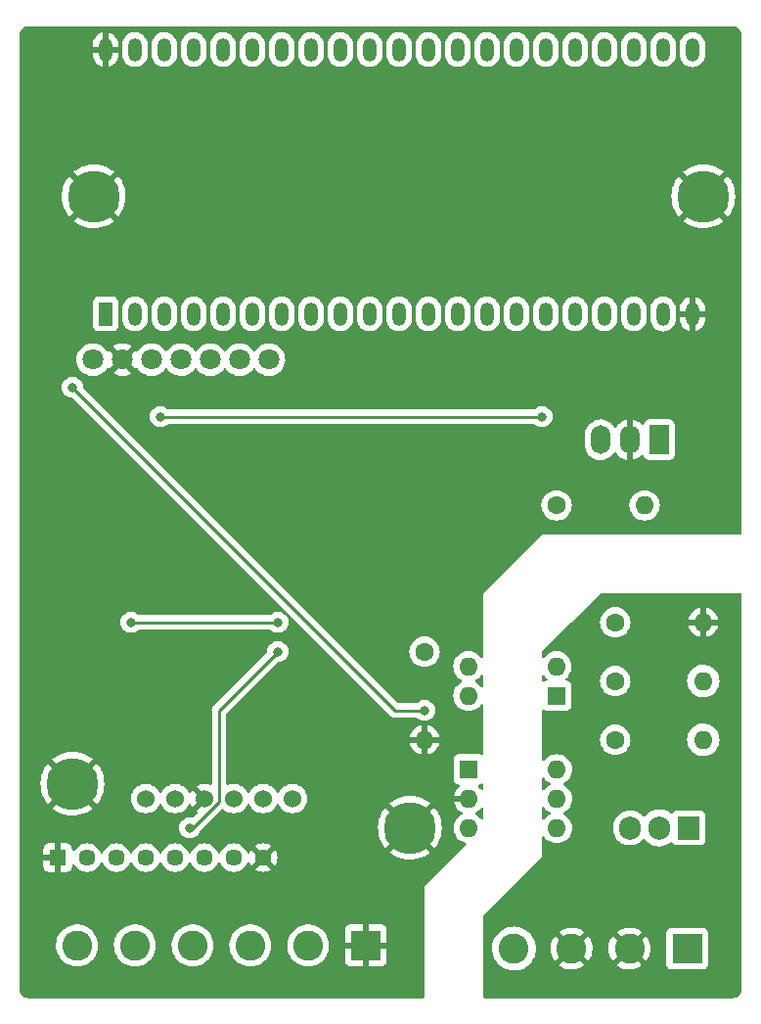
<source format=gbr>
%TF.GenerationSoftware,KiCad,Pcbnew,6.0.11+dfsg-1*%
%TF.CreationDate,2023-04-13T00:21:46+02:00*%
%TF.ProjectId,LampeV1,4c616d70-6556-4312-9e6b-696361645f70,rev?*%
%TF.SameCoordinates,Original*%
%TF.FileFunction,Copper,L2,Bot*%
%TF.FilePolarity,Positive*%
%FSLAX46Y46*%
G04 Gerber Fmt 4.6, Leading zero omitted, Abs format (unit mm)*
G04 Created by KiCad (PCBNEW 6.0.11+dfsg-1) date 2023-04-13 00:21:46*
%MOMM*%
%LPD*%
G01*
G04 APERTURE LIST*
%TA.AperFunction,ConnectorPad*%
%ADD10C,4.500000*%
%TD*%
%TA.AperFunction,ComponentPad*%
%ADD11C,3.100000*%
%TD*%
%TA.AperFunction,ComponentPad*%
%ADD12R,2.600000X2.600000*%
%TD*%
%TA.AperFunction,ComponentPad*%
%ADD13C,2.600000*%
%TD*%
%TA.AperFunction,ComponentPad*%
%ADD14C,1.600000*%
%TD*%
%TA.AperFunction,ComponentPad*%
%ADD15O,1.600000X1.600000*%
%TD*%
%TA.AperFunction,ComponentPad*%
%ADD16C,1.800000*%
%TD*%
%TA.AperFunction,ComponentPad*%
%ADD17C,1.524000*%
%TD*%
%TA.AperFunction,ComponentPad*%
%ADD18R,1.700000X2.500000*%
%TD*%
%TA.AperFunction,ComponentPad*%
%ADD19O,1.700000X2.500000*%
%TD*%
%TA.AperFunction,ComponentPad*%
%ADD20R,1.450000X1.450000*%
%TD*%
%TA.AperFunction,ComponentPad*%
%ADD21C,1.450000*%
%TD*%
%TA.AperFunction,ComponentPad*%
%ADD22R,1.600000X1.600000*%
%TD*%
%TA.AperFunction,ComponentPad*%
%ADD23R,1.200000X2.000000*%
%TD*%
%TA.AperFunction,ComponentPad*%
%ADD24O,1.200000X2.000000*%
%TD*%
%TA.AperFunction,ComponentPad*%
%ADD25R,1.905000X2.000000*%
%TD*%
%TA.AperFunction,ComponentPad*%
%ADD26O,1.905000X2.000000*%
%TD*%
%TA.AperFunction,ViaPad*%
%ADD27C,0.800000*%
%TD*%
%TA.AperFunction,Conductor*%
%ADD28C,0.250000*%
%TD*%
G04 APERTURE END LIST*
D10*
%TO.P,H3,1,1*%
%TO.N,GND*%
X81280000Y-100330000D03*
D11*
X81280000Y-100330000D03*
%TD*%
D12*
%TO.P,J1,1,Pin_1*%
%TO.N,GND*%
X106680000Y-114300000D03*
D13*
%TO.P,J1,2,Pin_2*%
%TO.N,+12V*%
X101680000Y-114300000D03*
%TO.P,J1,3,Pin_3*%
X96680000Y-114300000D03*
%TO.P,J1,4,Pin_4*%
%TO.N,Net-(J1-Pad4)*%
X91680000Y-114300000D03*
%TO.P,J1,5,Pin_5*%
%TO.N,Net-(J1-Pad5)*%
X86680000Y-114300000D03*
%TO.P,J1,6,Pin_6*%
%TO.N,Net-(J1-Pad6)*%
X81680000Y-114300000D03*
%TD*%
D14*
%TO.P,R8,1*%
%TO.N,Net-(R8-Pad1)*%
X123190000Y-76240000D03*
D15*
%TO.P,R8,2*%
%TO.N,Net-(R8-Pad2)*%
X130810000Y-76240000D03*
%TD*%
D11*
%TO.P,H1,1,1*%
%TO.N,GND*%
X83130000Y-49530000D03*
D10*
X83130000Y-49530000D03*
%TD*%
%TO.P,H4,1,1*%
%TO.N,GND*%
X110490000Y-104140000D03*
D11*
X110490000Y-104140000D03*
%TD*%
D14*
%TO.P,R7,1*%
%TO.N,Net-(R7-Pad1)*%
X111760000Y-88900000D03*
D15*
%TO.P,R7,2*%
%TO.N,GND*%
X111760000Y-96520000D03*
%TD*%
D16*
%TO.P,J4,1,Pin_1*%
%TO.N,+5V*%
X83047500Y-63647500D03*
%TO.P,J4,2,Pin_2*%
%TO.N,GND*%
X85587500Y-63647500D03*
%TO.P,J4,3,Pin_3*%
%TO.N,/scl*%
X88127500Y-63647500D03*
%TO.P,J4,4,Pin_4*%
%TO.N,/sda*%
X90667500Y-63637500D03*
%TO.P,J4,5,Pin_5*%
%TO.N,unconnected-(J4-Pad5)*%
X93207500Y-63647500D03*
%TO.P,J4,6,Pin_6*%
%TO.N,unconnected-(J4-Pad6)*%
X95747500Y-63647500D03*
%TO.P,J4,7,Pin_7*%
%TO.N,unconnected-(J4-Pad7)*%
X98287500Y-63647500D03*
%TD*%
D17*
%TO.P,J3,1,Pin_1*%
%TO.N,+5V*%
X87630000Y-101600000D03*
%TO.P,J3,2,Pin_2*%
%TO.N,unconnected-(J3-Pad2)*%
X90170000Y-101600000D03*
%TO.P,J3,3,Pin_3*%
%TO.N,GND*%
X92710000Y-101600000D03*
%TO.P,J3,4,Pin_4*%
%TO.N,/scl*%
X95250000Y-101600000D03*
%TO.P,J3,5,Pin_5*%
%TO.N,/sda*%
X97790000Y-101600000D03*
%TO.P,J3,6,Pin_6*%
%TO.N,unconnected-(J3-Pad6)*%
X100330000Y-101600000D03*
%TD*%
D18*
%TO.P,U5,1,IN*%
%TO.N,+12V*%
X132080000Y-70580000D03*
D19*
%TO.P,U5,2,GND*%
%TO.N,GND*%
X129540000Y-70580000D03*
%TO.P,U5,3,OUT*%
%TO.N,+5V*%
X127000000Y-70580000D03*
%TD*%
D20*
%TO.P,U2,1,GND*%
%TO.N,GND*%
X80010000Y-106710000D03*
D21*
%TO.P,U2,2,B1*%
%TO.N,Net-(J1-Pad6)*%
X82550000Y-106710000D03*
%TO.P,U2,3,C1*%
%TO.N,Net-(U1-Pad8)*%
X85090000Y-106710000D03*
%TO.P,U2,4,B2*%
%TO.N,Net-(J1-Pad5)*%
X87630000Y-106710000D03*
%TO.P,U2,5,C2*%
%TO.N,Net-(U1-Pad9)*%
X90170000Y-106710000D03*
%TO.P,U2,6,B3*%
%TO.N,Net-(J1-Pad4)*%
X92710000Y-106710000D03*
%TO.P,U2,7,C3*%
%TO.N,Net-(U1-Pad10)*%
X95250000Y-106710000D03*
%TO.P,U2,8,GND*%
%TO.N,GND*%
X97790000Y-106710000D03*
%TD*%
D10*
%TO.P,H2,1,1*%
%TO.N,GND*%
X135890000Y-49530000D03*
D11*
X135890000Y-49530000D03*
%TD*%
D22*
%TO.P,U4,1*%
%TO.N,Net-(R8-Pad1)*%
X115590000Y-99075000D03*
D15*
%TO.P,U4,2*%
%TO.N,GND*%
X115590000Y-101615000D03*
%TO.P,U4,3,NC*%
%TO.N,unconnected-(U4-Pad3)*%
X115590000Y-104155000D03*
%TO.P,U4,4*%
%TO.N,Net-(Q7-Pad3)*%
X123210000Y-104155000D03*
%TO.P,U4,5,NC*%
%TO.N,unconnected-(U4-Pad5)*%
X123210000Y-101615000D03*
%TO.P,U4,6*%
%TO.N,Net-(R9-Pad1)*%
X123210000Y-99075000D03*
%TD*%
D23*
%TO.P,U1,1,3V3*%
%TO.N,+3V3*%
X84152920Y-59688161D03*
D24*
%TO.P,U1,2,GPIO0/BOOT*%
%TO.N,unconnected-(U1-Pad2)*%
X86692920Y-59688161D03*
%TO.P,U1,3,GPIO1/TOUCH1/ADC1_CH0*%
%TO.N,/scl*%
X89232920Y-59688161D03*
%TO.P,U1,4,GPIO2/TOUCH2/ADC1_CH1*%
%TO.N,/sda*%
X91772920Y-59688161D03*
%TO.P,U1,5,GPIO3/TOUCH3/ADC1_CH2*%
%TO.N,unconnected-(U1-Pad5)*%
X94312920Y-59688161D03*
%TO.P,U1,6,GPIO4/TOUCH4/ADC1_CH3*%
%TO.N,unconnected-(U1-Pad6)*%
X96852920Y-59688161D03*
%TO.P,U1,7,GPIO5/TOUCH5/ADC1_CH4*%
%TO.N,unconnected-(U1-Pad7)*%
X99392920Y-59688161D03*
%TO.P,U1,8,GPIO6/TOUCH6/ADC1_CH5*%
%TO.N,Net-(U1-Pad8)*%
X101932920Y-59688161D03*
%TO.P,U1,9,GPIO7/TOUCH7/ADC1_CH6*%
%TO.N,Net-(U1-Pad9)*%
X104472920Y-59688161D03*
%TO.P,U1,10,GPIO8/TOUCH8/ADC1_CH7*%
%TO.N,Net-(U1-Pad10)*%
X107012920Y-59688161D03*
%TO.P,U1,11,GPIO9/TOUCH9/ADC1_CH8/FSPIHD*%
%TO.N,unconnected-(U1-Pad11)*%
X109552920Y-59688161D03*
%TO.P,U1,12,GPIO10/TOUCH10/ADC1_CH9/FSPICS0/FSPIIO4*%
%TO.N,unconnected-(U1-Pad12)*%
X112092920Y-59688161D03*
%TO.P,U1,13,GPIO11/TOUCH11/ADC2_CH0/FSPID/FSPIIO5*%
%TO.N,unconnected-(U1-Pad13)*%
X114632920Y-59688161D03*
%TO.P,U1,14,GPIO12/TOUCH12/ADC2_CH1/FSPICLK/FSPIIO6*%
%TO.N,unconnected-(U1-Pad14)*%
X117172920Y-59688161D03*
%TO.P,U1,15,GPIO13/TOUCH13/ADC2_CH2/FSPIQ/FSPIIO7*%
%TO.N,unconnected-(U1-Pad15)*%
X119712920Y-59688161D03*
%TO.P,U1,16,GPIO14/TOUCH14/ADC2_CH3/FSPIWP/FSPIDQS*%
%TO.N,Net-(R7-Pad1)*%
X122252920Y-59688161D03*
%TO.P,U1,17,GPIO15/U0RTS/ADC2_CH4/XTAL_32K_P*%
%TO.N,Net-(R8-Pad2)*%
X124792920Y-59688161D03*
%TO.P,U1,18,GPIO16/U0CTS/ADC2_CH5/XTAL_32K_N*%
%TO.N,unconnected-(U1-Pad18)*%
X127332920Y-59688161D03*
%TO.P,U1,19,GPIO17/U1TXD/ADC2_CH6/DAC_1*%
%TO.N,unconnected-(U1-Pad19)*%
X129872920Y-59688161D03*
%TO.P,U1,20,5V0*%
%TO.N,+5V*%
X132410200Y-59691841D03*
%TO.P,U1,21,GND*%
%TO.N,GND*%
X134950200Y-59691841D03*
%TO.P,U1,22,GPIO18/U1RXD/ADC2_CH7/DAC_2/CLK_OUT3/RGB_LED*%
%TO.N,unconnected-(U1-Pad22)*%
X134950200Y-36831841D03*
%TO.P,U1,23,GPIO19/U1RTS/ADC2_CH8/CLK_OUT2/USB_D-*%
%TO.N,unconnected-(U1-Pad23)*%
X132410200Y-36828161D03*
%TO.P,U1,24,GPIO20/U1CTS/ADC2_CH9/CLK_OUT1/USB_D+*%
%TO.N,unconnected-(U1-Pad24)*%
X129870200Y-36828161D03*
%TO.P,U1,25,GPIO21*%
%TO.N,unconnected-(U1-Pad25)*%
X127330200Y-36828161D03*
%TO.P,U1,26,GPIO26*%
%TO.N,unconnected-(U1-Pad26)*%
X124790200Y-36828161D03*
%TO.P,U1,27,GPIO33*%
%TO.N,unconnected-(U1-Pad27)*%
X122250200Y-36828161D03*
%TO.P,U1,28,GPIO34*%
%TO.N,unconnected-(U1-Pad28)*%
X119710200Y-36828161D03*
%TO.P,U1,29,GPIO35*%
%TO.N,unconnected-(U1-Pad29)*%
X117170200Y-36828161D03*
%TO.P,U1,30,GPIO36*%
%TO.N,unconnected-(U1-Pad30)*%
X114630200Y-36828161D03*
%TO.P,U1,31,GPIO37*%
%TO.N,unconnected-(U1-Pad31)*%
X112090200Y-36828161D03*
%TO.P,U1,32,GPIO38*%
%TO.N,unconnected-(U1-Pad32)*%
X109550200Y-36828161D03*
%TO.P,U1,33,MTCK/JTAG/GPIO39*%
%TO.N,unconnected-(U1-Pad33)*%
X107010200Y-36828161D03*
%TO.P,U1,34,MTDO/JTAG/GPIO40*%
%TO.N,unconnected-(U1-Pad34)*%
X104470200Y-36828161D03*
%TO.P,U1,35,MTDI/JTAG/GPIO41*%
%TO.N,unconnected-(U1-Pad35)*%
X101930200Y-36828161D03*
%TO.P,U1,36,MTMS/JTAG/GPIO42*%
%TO.N,unconnected-(U1-Pad36)*%
X99390200Y-36828161D03*
%TO.P,U1,37,U0TXD/GPIO43/CLK_OUT1*%
%TO.N,unconnected-(U1-Pad37)*%
X96850200Y-36828161D03*
%TO.P,U1,38,U0RXD/GPIO44/CLK_OUT2*%
%TO.N,unconnected-(U1-Pad38)*%
X94310200Y-36828161D03*
%TO.P,U1,39,GPIO45/VSPI*%
%TO.N,unconnected-(U1-Pad39)*%
X91770200Y-36828161D03*
%TO.P,U1,40,GPIO46/LOG*%
%TO.N,unconnected-(U1-Pad40)*%
X89230200Y-36828161D03*
%TO.P,U1,41,~{RST}*%
%TO.N,unconnected-(U1-Pad41)*%
X86690200Y-36828161D03*
%TO.P,U1,42,GND*%
%TO.N,GND*%
X84150200Y-36828161D03*
%TD*%
D22*
%TO.P,U3,1*%
%TO.N,Net-(R11-Pad1)*%
X123180000Y-92715000D03*
D15*
%TO.P,U3,2*%
%TO.N,Net-(R10-Pad1)*%
X123180000Y-90175000D03*
%TO.P,U3,3*%
%TO.N,Net-(R7-Pad1)*%
X115560000Y-90175000D03*
%TO.P,U3,4*%
%TO.N,+3V3*%
X115560000Y-92715000D03*
%TD*%
D14*
%TO.P,R9,1*%
%TO.N,Net-(R9-Pad1)*%
X128270000Y-96520000D03*
D15*
%TO.P,R9,2*%
%TO.N,AC*%
X135890000Y-96520000D03*
%TD*%
D25*
%TO.P,Q7,1,A1*%
%TO.N,Net-(J2-Pad1)*%
X134620000Y-104140000D03*
D26*
%TO.P,Q7,2,A2*%
%TO.N,AC*%
X132080000Y-104140000D03*
%TO.P,Q7,3,G*%
%TO.N,Net-(Q7-Pad3)*%
X129540000Y-104140000D03*
%TD*%
D14*
%TO.P,R10,1*%
%TO.N,Net-(R10-Pad1)*%
X128270000Y-86360000D03*
D15*
%TO.P,R10,2*%
%TO.N,GNDA*%
X135890000Y-86360000D03*
%TD*%
D14*
%TO.P,R11,1*%
%TO.N,Net-(R11-Pad1)*%
X128270000Y-91440000D03*
D15*
%TO.P,R11,2*%
%TO.N,AC*%
X135890000Y-91440000D03*
%TD*%
D12*
%TO.P,J2,1,Pin_1*%
%TO.N,Net-(J2-Pad1)*%
X134500000Y-114580000D03*
D13*
%TO.P,J2,2,Pin_2*%
%TO.N,GNDA*%
X129500000Y-114580000D03*
%TO.P,J2,3,Pin_3*%
X124500000Y-114580000D03*
%TO.P,J2,4,Pin_4*%
%TO.N,AC*%
X119500000Y-114580000D03*
%TD*%
D27*
%TO.N,+5V*%
X88900000Y-68580000D03*
X121920000Y-68580000D03*
%TO.N,+3V3*%
X111760000Y-93980000D03*
X81280000Y-66040000D03*
%TO.N,Net-(U1-Pad8)*%
X86360000Y-86360000D03*
X99060000Y-86360000D03*
%TO.N,Net-(U1-Pad9)*%
X91440000Y-104140000D03*
X99060000Y-88900000D03*
%TD*%
D28*
%TO.N,+5V*%
X121920000Y-68580000D02*
X88900000Y-68580000D01*
%TO.N,+3V3*%
X109220000Y-93980000D02*
X111760000Y-93980000D01*
X81280000Y-66040000D02*
X109220000Y-93980000D01*
%TO.N,Net-(U1-Pad8)*%
X86360000Y-86360000D02*
X99060000Y-86360000D01*
%TO.N,Net-(U1-Pad9)*%
X93980000Y-93980000D02*
X99060000Y-88900000D01*
X91440000Y-104140000D02*
X91707251Y-104140000D01*
X91707251Y-104140000D02*
X93980000Y-101867251D01*
X93980000Y-101867251D02*
X93980000Y-93980000D01*
%TD*%
%TA.AperFunction,Conductor*%
%TO.N,GNDA*%
G36*
X139133621Y-83840002D02*
G01*
X139180114Y-83893658D01*
X139191500Y-83946000D01*
X139191500Y-118060633D01*
X139190000Y-118080018D01*
X139186309Y-118103724D01*
X139187473Y-118112626D01*
X139187750Y-118114746D01*
X139188207Y-118143431D01*
X139180987Y-118216741D01*
X139178084Y-118246212D01*
X139173267Y-118270432D01*
X139137134Y-118389546D01*
X139127685Y-118412355D01*
X139069013Y-118522124D01*
X139055295Y-118542655D01*
X138976329Y-118638876D01*
X138958876Y-118656329D01*
X138862655Y-118735295D01*
X138842124Y-118749013D01*
X138732355Y-118807685D01*
X138709546Y-118817134D01*
X138590432Y-118853267D01*
X138566211Y-118858084D01*
X138470191Y-118867541D01*
X138454132Y-118867091D01*
X138454123Y-118867800D01*
X138445147Y-118867690D01*
X138436276Y-118866309D01*
X138427374Y-118867473D01*
X138427372Y-118867473D01*
X138414856Y-118869110D01*
X138404714Y-118870436D01*
X138388379Y-118871500D01*
X116966000Y-118871500D01*
X116897879Y-118851498D01*
X116851386Y-118797842D01*
X116840000Y-118745500D01*
X116840000Y-114520151D01*
X117595585Y-114520151D01*
X117595760Y-114524602D01*
X117602763Y-114702820D01*
X117606152Y-114789083D01*
X117654505Y-115053843D01*
X117739682Y-115309148D01*
X117741674Y-115313135D01*
X117741675Y-115313137D01*
X117805497Y-115440864D01*
X117859981Y-115549905D01*
X118013003Y-115771309D01*
X118016025Y-115774578D01*
X118192679Y-115965682D01*
X118192684Y-115965687D01*
X118195695Y-115968944D01*
X118404411Y-116138866D01*
X118408229Y-116141165D01*
X118408231Y-116141166D01*
X118579430Y-116244236D01*
X118634987Y-116277684D01*
X118639082Y-116279418D01*
X118639084Y-116279419D01*
X118878721Y-116380892D01*
X118878728Y-116380894D01*
X118882822Y-116382628D01*
X118916121Y-116391457D01*
X119138675Y-116450467D01*
X119138680Y-116450468D01*
X119142972Y-116451606D01*
X119147381Y-116452128D01*
X119147387Y-116452129D01*
X119296289Y-116469752D01*
X119410245Y-116483240D01*
X119679310Y-116476899D01*
X119683708Y-116476167D01*
X119940406Y-116433441D01*
X119940410Y-116433440D01*
X119944796Y-116432710D01*
X119949037Y-116431369D01*
X119949040Y-116431368D01*
X120197162Y-116352897D01*
X120197164Y-116352896D01*
X120201408Y-116351554D01*
X120205419Y-116349628D01*
X120205424Y-116349626D01*
X120440006Y-116236981D01*
X120440007Y-116236980D01*
X120444025Y-116235051D01*
X120447731Y-116232575D01*
X120664098Y-116088004D01*
X120664102Y-116088001D01*
X120667806Y-116085526D01*
X120671123Y-116082555D01*
X120671127Y-116082552D01*
X120735487Y-116024906D01*
X123419839Y-116024906D01*
X123428553Y-116036427D01*
X123535452Y-116114809D01*
X123543351Y-116119745D01*
X123772905Y-116240519D01*
X123781454Y-116244236D01*
X124026327Y-116329749D01*
X124035336Y-116332163D01*
X124290166Y-116380544D01*
X124299423Y-116381598D01*
X124558607Y-116391783D01*
X124567921Y-116391457D01*
X124825753Y-116363220D01*
X124834930Y-116361519D01*
X125085758Y-116295481D01*
X125094574Y-116292445D01*
X125332880Y-116190062D01*
X125341167Y-116185748D01*
X125561718Y-116049266D01*
X125569268Y-116043780D01*
X125574559Y-116039301D01*
X125582997Y-116026497D01*
X125582065Y-116024906D01*
X128419839Y-116024906D01*
X128428553Y-116036427D01*
X128535452Y-116114809D01*
X128543351Y-116119745D01*
X128772905Y-116240519D01*
X128781454Y-116244236D01*
X129026327Y-116329749D01*
X129035336Y-116332163D01*
X129290166Y-116380544D01*
X129299423Y-116381598D01*
X129558607Y-116391783D01*
X129567921Y-116391457D01*
X129825753Y-116363220D01*
X129834930Y-116361519D01*
X130085758Y-116295481D01*
X130094574Y-116292445D01*
X130332880Y-116190062D01*
X130341167Y-116185748D01*
X130561718Y-116049266D01*
X130569268Y-116043780D01*
X130574559Y-116039301D01*
X130582997Y-116026497D01*
X130576935Y-116016145D01*
X130488924Y-115928134D01*
X132691500Y-115928134D01*
X132698255Y-115990316D01*
X132749385Y-116126705D01*
X132836739Y-116243261D01*
X132953295Y-116330615D01*
X133089684Y-116381745D01*
X133151866Y-116388500D01*
X135848134Y-116388500D01*
X135910316Y-116381745D01*
X136046705Y-116330615D01*
X136163261Y-116243261D01*
X136250615Y-116126705D01*
X136301745Y-115990316D01*
X136308500Y-115928134D01*
X136308500Y-113231866D01*
X136301745Y-113169684D01*
X136250615Y-113033295D01*
X136163261Y-112916739D01*
X136046705Y-112829385D01*
X135910316Y-112778255D01*
X135848134Y-112771500D01*
X133151866Y-112771500D01*
X133089684Y-112778255D01*
X132953295Y-112829385D01*
X132836739Y-112916739D01*
X132749385Y-113033295D01*
X132698255Y-113169684D01*
X132691500Y-113231866D01*
X132691500Y-115928134D01*
X130488924Y-115928134D01*
X129512812Y-114952022D01*
X129498868Y-114944408D01*
X129497035Y-114944539D01*
X129490420Y-114948790D01*
X128426497Y-116012713D01*
X128419839Y-116024906D01*
X125582065Y-116024906D01*
X125576935Y-116016145D01*
X124512812Y-114952022D01*
X124498868Y-114944408D01*
X124497035Y-114944539D01*
X124490420Y-114948790D01*
X123426497Y-116012713D01*
X123419839Y-116024906D01*
X120735487Y-116024906D01*
X120864970Y-115908931D01*
X120868286Y-115905961D01*
X120881180Y-115890622D01*
X121038601Y-115703348D01*
X121038606Y-115703342D01*
X121041465Y-115699940D01*
X121183887Y-115471572D01*
X121292712Y-115225416D01*
X121365767Y-114966382D01*
X121387370Y-114805543D01*
X121401168Y-114702820D01*
X121401169Y-114702812D01*
X121401595Y-114699638D01*
X121401696Y-114696427D01*
X121405254Y-114583222D01*
X121405254Y-114583217D01*
X121405355Y-114580000D01*
X121402325Y-114537211D01*
X122687775Y-114537211D01*
X122700220Y-114796288D01*
X122701356Y-114805543D01*
X122751961Y-115059945D01*
X122754449Y-115068917D01*
X122842095Y-115313033D01*
X122845895Y-115321568D01*
X122968658Y-115550042D01*
X122973666Y-115557904D01*
X123043720Y-115651716D01*
X123054979Y-115660165D01*
X123067397Y-115653393D01*
X124127978Y-114592812D01*
X124134356Y-114581132D01*
X124864408Y-114581132D01*
X124864539Y-114582965D01*
X124868790Y-114589580D01*
X125936094Y-115656884D01*
X125948474Y-115663644D01*
X125956815Y-115657400D01*
X126090832Y-115449048D01*
X126095275Y-115440864D01*
X126201807Y-115204370D01*
X126204997Y-115195605D01*
X126275402Y-114945972D01*
X126277262Y-114936830D01*
X126310187Y-114678019D01*
X126310668Y-114671733D01*
X126312987Y-114583160D01*
X126312836Y-114576851D01*
X126309890Y-114537211D01*
X127687775Y-114537211D01*
X127700220Y-114796288D01*
X127701356Y-114805543D01*
X127751961Y-115059945D01*
X127754449Y-115068917D01*
X127842095Y-115313033D01*
X127845895Y-115321568D01*
X127968658Y-115550042D01*
X127973666Y-115557904D01*
X128043720Y-115651716D01*
X128054979Y-115660165D01*
X128067397Y-115653393D01*
X129127978Y-114592812D01*
X129134356Y-114581132D01*
X129864408Y-114581132D01*
X129864539Y-114582965D01*
X129868790Y-114589580D01*
X130936094Y-115656884D01*
X130948474Y-115663644D01*
X130956815Y-115657400D01*
X131090832Y-115449048D01*
X131095275Y-115440864D01*
X131201807Y-115204370D01*
X131204997Y-115195605D01*
X131275402Y-114945972D01*
X131277262Y-114936830D01*
X131310187Y-114678019D01*
X131310668Y-114671733D01*
X131312987Y-114583160D01*
X131312836Y-114576851D01*
X131293501Y-114316663D01*
X131292125Y-114307457D01*
X131234878Y-114054467D01*
X131232154Y-114045556D01*
X131138143Y-113803806D01*
X131134132Y-113795397D01*
X131005422Y-113570202D01*
X131000211Y-113562476D01*
X130956996Y-113507658D01*
X130945071Y-113499187D01*
X130933537Y-113505673D01*
X129872022Y-114567188D01*
X129864408Y-114581132D01*
X129134356Y-114581132D01*
X129135592Y-114578868D01*
X129135461Y-114577035D01*
X129131210Y-114570420D01*
X128065816Y-113505026D01*
X128052507Y-113497758D01*
X128042472Y-113504878D01*
X128026937Y-113523556D01*
X128021531Y-113531135D01*
X127886965Y-113752891D01*
X127882736Y-113761192D01*
X127782432Y-114000389D01*
X127779471Y-114009239D01*
X127715628Y-114260625D01*
X127714006Y-114269822D01*
X127688020Y-114527885D01*
X127687775Y-114537211D01*
X126309890Y-114537211D01*
X126293501Y-114316663D01*
X126292125Y-114307457D01*
X126234878Y-114054467D01*
X126232154Y-114045556D01*
X126138143Y-113803806D01*
X126134132Y-113795397D01*
X126005422Y-113570202D01*
X126000211Y-113562476D01*
X125956996Y-113507658D01*
X125945071Y-113499187D01*
X125933537Y-113505673D01*
X124872022Y-114567188D01*
X124864408Y-114581132D01*
X124134356Y-114581132D01*
X124135592Y-114578868D01*
X124135461Y-114577035D01*
X124131210Y-114570420D01*
X123065816Y-113505026D01*
X123052507Y-113497758D01*
X123042472Y-113504878D01*
X123026937Y-113523556D01*
X123021531Y-113531135D01*
X122886965Y-113752891D01*
X122882736Y-113761192D01*
X122782432Y-114000389D01*
X122779471Y-114009239D01*
X122715628Y-114260625D01*
X122714006Y-114269822D01*
X122688020Y-114527885D01*
X122687775Y-114537211D01*
X121402325Y-114537211D01*
X121386347Y-114311533D01*
X121329700Y-114048423D01*
X121315245Y-114009239D01*
X121238090Y-113800101D01*
X121238089Y-113800099D01*
X121236547Y-113795919D01*
X121205249Y-113737913D01*
X121110857Y-113562976D01*
X121108744Y-113559060D01*
X120948843Y-113342571D01*
X120760034Y-113150772D01*
X120749150Y-113142465D01*
X120736340Y-113132689D01*
X123417102Y-113132689D01*
X123421675Y-113142465D01*
X124487188Y-114207978D01*
X124501132Y-114215592D01*
X124502965Y-114215461D01*
X124509580Y-114211210D01*
X125574349Y-113146441D01*
X125580733Y-113134751D01*
X125579130Y-113132689D01*
X128417102Y-113132689D01*
X128421675Y-113142465D01*
X129487188Y-114207978D01*
X129501132Y-114215592D01*
X129502965Y-114215461D01*
X129509580Y-114211210D01*
X130574349Y-113146441D01*
X130580733Y-113134751D01*
X130571321Y-113122641D01*
X130424045Y-113020471D01*
X130416010Y-113015738D01*
X130183376Y-112901016D01*
X130174743Y-112897528D01*
X129927703Y-112818450D01*
X129918643Y-112816274D01*
X129662630Y-112774580D01*
X129653343Y-112773768D01*
X129393992Y-112770373D01*
X129384681Y-112770943D01*
X129127682Y-112805919D01*
X129118546Y-112807860D01*
X128869543Y-112880439D01*
X128860800Y-112883707D01*
X128625252Y-112992296D01*
X128617097Y-112996816D01*
X128426240Y-113121947D01*
X128417102Y-113132689D01*
X125579130Y-113132689D01*
X125571321Y-113122641D01*
X125424045Y-113020471D01*
X125416010Y-113015738D01*
X125183376Y-112901016D01*
X125174743Y-112897528D01*
X124927703Y-112818450D01*
X124918643Y-112816274D01*
X124662630Y-112774580D01*
X124653343Y-112773768D01*
X124393992Y-112770373D01*
X124384681Y-112770943D01*
X124127682Y-112805919D01*
X124118546Y-112807860D01*
X123869543Y-112880439D01*
X123860800Y-112883707D01*
X123625252Y-112992296D01*
X123617097Y-112996816D01*
X123426240Y-113121947D01*
X123417102Y-113132689D01*
X120736340Y-113132689D01*
X120596686Y-113026109D01*
X120546083Y-112987490D01*
X120493434Y-112958005D01*
X120315147Y-112858159D01*
X120315144Y-112858158D01*
X120311261Y-112855983D01*
X120307122Y-112854382D01*
X120307114Y-112854378D01*
X120110345Y-112778255D01*
X120060251Y-112758875D01*
X120055926Y-112757872D01*
X120055921Y-112757871D01*
X119911864Y-112724481D01*
X119798063Y-112698103D01*
X119529928Y-112674880D01*
X119525493Y-112675124D01*
X119525489Y-112675124D01*
X119416324Y-112681132D01*
X119261196Y-112689669D01*
X119256833Y-112690537D01*
X119256832Y-112690537D01*
X119001596Y-112741307D01*
X119001594Y-112741308D01*
X118997228Y-112742176D01*
X118743292Y-112831352D01*
X118504455Y-112955418D01*
X118500840Y-112958001D01*
X118500834Y-112958005D01*
X118395477Y-113033295D01*
X118285481Y-113111899D01*
X118282254Y-113114977D01*
X118282252Y-113114979D01*
X118156141Y-113235283D01*
X118090740Y-113297672D01*
X117924118Y-113509032D01*
X117892785Y-113562976D01*
X117791173Y-113737913D01*
X117791170Y-113737919D01*
X117788939Y-113741760D01*
X117687900Y-113991213D01*
X117686829Y-113995526D01*
X117686827Y-113995531D01*
X117641741Y-114177038D01*
X117623017Y-114252414D01*
X117595585Y-114520151D01*
X116840000Y-114520151D01*
X116840000Y-111812190D01*
X116860002Y-111744069D01*
X116876905Y-111723095D01*
X121920000Y-106680000D01*
X121920000Y-104993610D01*
X121940002Y-104925489D01*
X121993658Y-104878996D01*
X122063932Y-104868892D01*
X122128512Y-104898386D01*
X122149213Y-104921339D01*
X122199818Y-104993610D01*
X122203802Y-104999300D01*
X122365700Y-105161198D01*
X122370208Y-105164355D01*
X122370211Y-105164357D01*
X122404168Y-105188134D01*
X122553251Y-105292523D01*
X122558233Y-105294846D01*
X122558238Y-105294849D01*
X122755226Y-105386705D01*
X122760757Y-105389284D01*
X122766065Y-105390706D01*
X122766067Y-105390707D01*
X122976598Y-105447119D01*
X122976600Y-105447119D01*
X122981913Y-105448543D01*
X123210000Y-105468498D01*
X123438087Y-105448543D01*
X123443400Y-105447119D01*
X123443402Y-105447119D01*
X123653933Y-105390707D01*
X123653935Y-105390706D01*
X123659243Y-105389284D01*
X123664774Y-105386705D01*
X123861762Y-105294849D01*
X123861767Y-105294846D01*
X123866749Y-105292523D01*
X124015832Y-105188134D01*
X124049789Y-105164357D01*
X124049792Y-105164355D01*
X124054300Y-105161198D01*
X124216198Y-104999300D01*
X124220183Y-104993610D01*
X124344366Y-104816257D01*
X124347523Y-104811749D01*
X124349846Y-104806767D01*
X124349849Y-104806762D01*
X124441961Y-104609225D01*
X124441961Y-104609224D01*
X124444284Y-104604243D01*
X124490449Y-104431956D01*
X124502119Y-104388402D01*
X124502119Y-104388400D01*
X124503543Y-104383087D01*
X124515326Y-104248402D01*
X128079000Y-104248402D01*
X128093678Y-104426937D01*
X128152206Y-104659944D01*
X128154267Y-104664683D01*
X128243059Y-104868892D01*
X128248003Y-104880263D01*
X128378498Y-105081977D01*
X128540186Y-105259670D01*
X128596915Y-105304472D01*
X128724670Y-105405367D01*
X128724675Y-105405370D01*
X128728724Y-105408568D01*
X128733240Y-105411061D01*
X128733243Y-105411063D01*
X128934526Y-105522177D01*
X128934530Y-105522179D01*
X128939050Y-105524674D01*
X128943919Y-105526398D01*
X128943923Y-105526400D01*
X129160640Y-105603144D01*
X129160644Y-105603145D01*
X129165515Y-105604870D01*
X129170608Y-105605777D01*
X129170611Y-105605778D01*
X129396948Y-105646095D01*
X129396954Y-105646096D01*
X129402037Y-105647001D01*
X129489400Y-105648068D01*
X129637093Y-105649873D01*
X129637095Y-105649873D01*
X129642263Y-105649936D01*
X129879744Y-105613596D01*
X129991997Y-105576906D01*
X130103183Y-105540566D01*
X130103189Y-105540563D01*
X130108101Y-105538958D01*
X130112687Y-105536571D01*
X130112691Y-105536569D01*
X130316607Y-105430416D01*
X130321200Y-105428025D01*
X130498574Y-105294849D01*
X130509185Y-105286882D01*
X130509188Y-105286880D01*
X130513320Y-105283777D01*
X130607984Y-105184717D01*
X130659194Y-105131129D01*
X130720719Y-105095699D01*
X130791631Y-105099156D01*
X130844800Y-105134854D01*
X130891773Y-105188134D01*
X130994338Y-105304472D01*
X130994341Y-105304475D01*
X130997686Y-105308269D01*
X131001594Y-105311479D01*
X131001595Y-105311480D01*
X131166726Y-105447119D01*
X131190799Y-105466893D01*
X131406788Y-105592602D01*
X131411511Y-105594415D01*
X131635368Y-105680346D01*
X131635371Y-105680347D01*
X131640097Y-105682161D01*
X131884724Y-105733266D01*
X131889773Y-105733495D01*
X131889779Y-105733496D01*
X132003740Y-105738671D01*
X132134375Y-105744603D01*
X132139395Y-105744022D01*
X132139399Y-105744022D01*
X132250866Y-105731124D01*
X132382627Y-105715879D01*
X132387501Y-105714500D01*
X132387505Y-105714499D01*
X132618224Y-105649212D01*
X132618226Y-105649211D01*
X132623093Y-105647834D01*
X132627668Y-105645700D01*
X132627675Y-105645698D01*
X132845006Y-105544354D01*
X132849587Y-105542218D01*
X132853767Y-105539377D01*
X132853771Y-105539375D01*
X133052095Y-105404594D01*
X133052097Y-105404593D01*
X133056281Y-105401749D01*
X133059957Y-105398273D01*
X133061693Y-105396877D01*
X133127316Y-105369781D01*
X133197170Y-105382465D01*
X133241470Y-105419509D01*
X133278888Y-105469435D01*
X133304239Y-105503261D01*
X133420795Y-105590615D01*
X133557184Y-105641745D01*
X133619366Y-105648500D01*
X135620634Y-105648500D01*
X135682816Y-105641745D01*
X135819205Y-105590615D01*
X135935761Y-105503261D01*
X136023115Y-105386705D01*
X136074245Y-105250316D01*
X136081000Y-105188134D01*
X136081000Y-103091866D01*
X136074245Y-103029684D01*
X136023115Y-102893295D01*
X135935761Y-102776739D01*
X135819205Y-102689385D01*
X135682816Y-102638255D01*
X135620634Y-102631500D01*
X133619366Y-102631500D01*
X133557184Y-102638255D01*
X133420795Y-102689385D01*
X133304239Y-102776739D01*
X133298858Y-102783919D01*
X133298857Y-102783920D01*
X133238711Y-102864172D01*
X133181851Y-102906687D01*
X133111033Y-102911712D01*
X133057909Y-102885972D01*
X132973107Y-102816315D01*
X132973104Y-102816313D01*
X132969201Y-102813107D01*
X132753212Y-102687398D01*
X132632417Y-102641029D01*
X132524632Y-102599654D01*
X132524629Y-102599653D01*
X132519903Y-102597839D01*
X132275276Y-102546734D01*
X132270227Y-102546505D01*
X132270221Y-102546504D01*
X132156260Y-102541329D01*
X132025625Y-102535397D01*
X132020605Y-102535978D01*
X132020601Y-102535978D01*
X131927643Y-102546734D01*
X131777373Y-102564121D01*
X131772499Y-102565500D01*
X131772495Y-102565501D01*
X131541776Y-102630788D01*
X131541774Y-102630789D01*
X131536907Y-102632166D01*
X131532332Y-102634300D01*
X131532325Y-102634302D01*
X131413010Y-102689940D01*
X131310413Y-102737782D01*
X131306233Y-102740623D01*
X131306229Y-102740625D01*
X131261821Y-102770805D01*
X131103719Y-102878251D01*
X130922142Y-103049960D01*
X130890103Y-103091866D01*
X130851575Y-103142258D01*
X130794310Y-103184225D01*
X130723446Y-103188570D01*
X130658285Y-103150528D01*
X130543289Y-103024149D01*
X130539814Y-103020330D01*
X130413681Y-102920716D01*
X130355330Y-102874633D01*
X130355325Y-102874630D01*
X130351276Y-102871432D01*
X130346760Y-102868939D01*
X130346757Y-102868937D01*
X130145474Y-102757823D01*
X130145470Y-102757821D01*
X130140950Y-102755326D01*
X130136081Y-102753602D01*
X130136077Y-102753600D01*
X129919360Y-102676856D01*
X129919356Y-102676855D01*
X129914485Y-102675130D01*
X129909392Y-102674223D01*
X129909389Y-102674222D01*
X129683052Y-102633905D01*
X129683046Y-102633904D01*
X129677963Y-102632999D01*
X129585474Y-102631869D01*
X129442907Y-102630127D01*
X129442905Y-102630127D01*
X129437737Y-102630064D01*
X129200256Y-102666404D01*
X129088003Y-102703094D01*
X128976817Y-102739434D01*
X128976811Y-102739437D01*
X128971899Y-102741042D01*
X128967313Y-102743429D01*
X128967309Y-102743431D01*
X128838347Y-102810565D01*
X128758800Y-102851975D01*
X128754657Y-102855085D01*
X128754658Y-102855085D01*
X128685931Y-102906687D01*
X128566680Y-102996223D01*
X128400699Y-103169912D01*
X128265314Y-103368378D01*
X128263140Y-103373061D01*
X128263138Y-103373065D01*
X128205029Y-103498251D01*
X128164163Y-103586290D01*
X128099960Y-103817798D01*
X128079000Y-104013928D01*
X128079000Y-104248402D01*
X124515326Y-104248402D01*
X124523498Y-104155000D01*
X124503543Y-103926913D01*
X124444284Y-103705757D01*
X124386387Y-103581595D01*
X124349849Y-103503238D01*
X124349846Y-103503233D01*
X124347523Y-103498251D01*
X124256585Y-103368378D01*
X124219357Y-103315211D01*
X124219355Y-103315208D01*
X124216198Y-103310700D01*
X124054300Y-103148802D01*
X124049792Y-103145645D01*
X124049789Y-103145643D01*
X123913139Y-103049960D01*
X123866749Y-103017477D01*
X123861767Y-103015154D01*
X123861762Y-103015151D01*
X123827543Y-102999195D01*
X123774258Y-102952278D01*
X123754797Y-102884001D01*
X123775339Y-102816041D01*
X123827543Y-102770805D01*
X123861762Y-102754849D01*
X123861767Y-102754846D01*
X123866749Y-102752523D01*
X123990856Y-102665622D01*
X124049789Y-102624357D01*
X124049792Y-102624355D01*
X124054300Y-102621198D01*
X124216198Y-102459300D01*
X124220183Y-102453610D01*
X124344366Y-102276257D01*
X124347523Y-102271749D01*
X124349846Y-102266767D01*
X124349849Y-102266762D01*
X124441961Y-102069225D01*
X124441961Y-102069224D01*
X124444284Y-102064243D01*
X124503543Y-101843087D01*
X124523498Y-101615000D01*
X124503543Y-101386913D01*
X124444284Y-101165757D01*
X124441961Y-101160775D01*
X124349849Y-100963238D01*
X124349846Y-100963233D01*
X124347523Y-100958251D01*
X124241662Y-100807066D01*
X124219357Y-100775211D01*
X124219355Y-100775208D01*
X124216198Y-100770700D01*
X124054300Y-100608802D01*
X124049792Y-100605645D01*
X124049789Y-100605643D01*
X123971611Y-100550902D01*
X123866749Y-100477477D01*
X123861767Y-100475154D01*
X123861762Y-100475151D01*
X123827543Y-100459195D01*
X123774258Y-100412278D01*
X123754797Y-100344001D01*
X123775339Y-100276041D01*
X123827543Y-100230805D01*
X123861762Y-100214849D01*
X123861767Y-100214846D01*
X123866749Y-100212523D01*
X123996450Y-100121705D01*
X124049789Y-100084357D01*
X124049792Y-100084355D01*
X124054300Y-100081198D01*
X124216198Y-99919300D01*
X124220183Y-99913610D01*
X124344366Y-99736257D01*
X124347523Y-99731749D01*
X124349846Y-99726767D01*
X124349849Y-99726762D01*
X124441961Y-99529225D01*
X124441961Y-99529224D01*
X124444284Y-99524243D01*
X124503543Y-99303087D01*
X124523498Y-99075000D01*
X124503543Y-98846913D01*
X124444284Y-98625757D01*
X124441961Y-98620775D01*
X124349849Y-98423238D01*
X124349846Y-98423233D01*
X124347523Y-98418251D01*
X124241662Y-98267066D01*
X124219357Y-98235211D01*
X124219355Y-98235208D01*
X124216198Y-98230700D01*
X124054300Y-98068802D01*
X124049792Y-98065645D01*
X124049789Y-98065643D01*
X123971611Y-98010902D01*
X123866749Y-97937477D01*
X123861767Y-97935154D01*
X123861762Y-97935151D01*
X123664225Y-97843039D01*
X123664224Y-97843039D01*
X123659243Y-97840716D01*
X123653935Y-97839294D01*
X123653933Y-97839293D01*
X123443402Y-97782881D01*
X123443400Y-97782881D01*
X123438087Y-97781457D01*
X123210000Y-97761502D01*
X122981913Y-97781457D01*
X122976600Y-97782881D01*
X122976598Y-97782881D01*
X122766067Y-97839293D01*
X122766065Y-97839294D01*
X122760757Y-97840716D01*
X122755776Y-97843039D01*
X122755775Y-97843039D01*
X122558238Y-97935151D01*
X122558233Y-97935154D01*
X122553251Y-97937477D01*
X122448389Y-98010902D01*
X122370211Y-98065643D01*
X122370208Y-98065645D01*
X122365700Y-98068802D01*
X122203802Y-98230700D01*
X122200645Y-98235208D01*
X122200643Y-98235211D01*
X122149213Y-98308661D01*
X122093756Y-98352989D01*
X122023136Y-98360298D01*
X121959776Y-98328267D01*
X121923791Y-98267066D01*
X121920000Y-98236390D01*
X121920000Y-96520000D01*
X126956502Y-96520000D01*
X126976457Y-96748087D01*
X126977881Y-96753400D01*
X126977881Y-96753402D01*
X127029228Y-96945028D01*
X127035716Y-96969243D01*
X127038039Y-96974224D01*
X127038039Y-96974225D01*
X127130151Y-97171762D01*
X127130154Y-97171767D01*
X127132477Y-97176749D01*
X127135634Y-97181257D01*
X127256507Y-97353881D01*
X127263802Y-97364300D01*
X127425700Y-97526198D01*
X127430208Y-97529355D01*
X127430211Y-97529357D01*
X127508389Y-97584098D01*
X127613251Y-97657523D01*
X127618233Y-97659846D01*
X127618238Y-97659849D01*
X127815775Y-97751961D01*
X127820757Y-97754284D01*
X127826065Y-97755706D01*
X127826067Y-97755707D01*
X128036598Y-97812119D01*
X128036600Y-97812119D01*
X128041913Y-97813543D01*
X128270000Y-97833498D01*
X128498087Y-97813543D01*
X128503400Y-97812119D01*
X128503402Y-97812119D01*
X128713933Y-97755707D01*
X128713935Y-97755706D01*
X128719243Y-97754284D01*
X128724225Y-97751961D01*
X128921762Y-97659849D01*
X128921767Y-97659846D01*
X128926749Y-97657523D01*
X129031611Y-97584098D01*
X129109789Y-97529357D01*
X129109792Y-97529355D01*
X129114300Y-97526198D01*
X129276198Y-97364300D01*
X129283494Y-97353881D01*
X129404366Y-97181257D01*
X129407523Y-97176749D01*
X129409846Y-97171767D01*
X129409849Y-97171762D01*
X129501961Y-96974225D01*
X129501961Y-96974224D01*
X129504284Y-96969243D01*
X129510773Y-96945028D01*
X129562119Y-96753402D01*
X129562119Y-96753400D01*
X129563543Y-96748087D01*
X129583498Y-96520000D01*
X129580494Y-96485665D01*
X134485119Y-96485665D01*
X134485416Y-96490817D01*
X134485416Y-96490821D01*
X134487414Y-96525475D01*
X134498376Y-96715580D01*
X134499513Y-96720626D01*
X134499514Y-96720632D01*
X134521226Y-96816975D01*
X134549006Y-96940242D01*
X134550948Y-96945024D01*
X134550949Y-96945028D01*
X134588427Y-97037325D01*
X134635649Y-97153618D01*
X134755979Y-97349978D01*
X134906763Y-97524048D01*
X135083953Y-97671154D01*
X135282790Y-97787345D01*
X135497934Y-97869501D01*
X135503000Y-97870532D01*
X135503001Y-97870532D01*
X135603697Y-97891018D01*
X135723607Y-97915414D01*
X135853352Y-97920172D01*
X135948585Y-97923664D01*
X135948589Y-97923664D01*
X135953749Y-97923853D01*
X135958869Y-97923197D01*
X135958871Y-97923197D01*
X136048315Y-97911739D01*
X136182178Y-97894591D01*
X136187126Y-97893106D01*
X136187133Y-97893105D01*
X136397811Y-97829898D01*
X136397810Y-97829898D01*
X136402761Y-97828413D01*
X136609574Y-97727096D01*
X136797062Y-97593363D01*
X136960190Y-97430803D01*
X137018269Y-97349978D01*
X137091559Y-97247983D01*
X137094577Y-97243783D01*
X137196615Y-97037325D01*
X137227643Y-96935200D01*
X137262059Y-96821927D01*
X137262060Y-96821921D01*
X137263563Y-96816975D01*
X137293622Y-96588649D01*
X137295300Y-96520000D01*
X137276430Y-96290478D01*
X137220326Y-96067120D01*
X137166750Y-95943903D01*
X137130556Y-95860661D01*
X137130554Y-95860658D01*
X137128496Y-95855924D01*
X137003405Y-95662563D01*
X136982774Y-95639889D01*
X136851890Y-95496051D01*
X136851889Y-95496050D01*
X136848412Y-95492229D01*
X136844361Y-95489030D01*
X136844357Y-95489026D01*
X136671735Y-95352697D01*
X136671730Y-95352693D01*
X136667681Y-95349496D01*
X136663165Y-95347003D01*
X136663162Y-95347001D01*
X136470589Y-95240695D01*
X136470585Y-95240693D01*
X136466065Y-95238198D01*
X136461196Y-95236474D01*
X136461192Y-95236472D01*
X136253853Y-95163049D01*
X136253849Y-95163048D01*
X136248978Y-95161323D01*
X136243885Y-95160416D01*
X136243882Y-95160415D01*
X136147707Y-95143284D01*
X136022250Y-95120937D01*
X135935802Y-95119881D01*
X135797141Y-95118186D01*
X135797139Y-95118186D01*
X135791971Y-95118123D01*
X135564325Y-95152958D01*
X135345424Y-95224506D01*
X135141149Y-95330845D01*
X134956984Y-95469119D01*
X134797877Y-95635616D01*
X134668099Y-95825863D01*
X134665923Y-95830552D01*
X134665919Y-95830558D01*
X134648429Y-95868238D01*
X134571136Y-96034752D01*
X134509592Y-96256673D01*
X134485119Y-96485665D01*
X129580494Y-96485665D01*
X129563543Y-96291913D01*
X129555477Y-96261810D01*
X129505707Y-96076067D01*
X129505706Y-96076065D01*
X129504284Y-96070757D01*
X129500378Y-96062381D01*
X129409849Y-95868238D01*
X129409846Y-95868233D01*
X129407523Y-95863251D01*
X129276198Y-95675700D01*
X129114300Y-95513802D01*
X129109792Y-95510645D01*
X129109789Y-95510643D01*
X129031611Y-95455902D01*
X128926749Y-95382477D01*
X128921767Y-95380154D01*
X128921762Y-95380151D01*
X128724225Y-95288039D01*
X128724224Y-95288039D01*
X128719243Y-95285716D01*
X128713935Y-95284294D01*
X128713933Y-95284293D01*
X128503402Y-95227881D01*
X128503400Y-95227881D01*
X128498087Y-95226457D01*
X128270000Y-95206502D01*
X128041913Y-95226457D01*
X128036600Y-95227881D01*
X128036598Y-95227881D01*
X127826067Y-95284293D01*
X127826065Y-95284294D01*
X127820757Y-95285716D01*
X127815776Y-95288039D01*
X127815775Y-95288039D01*
X127618238Y-95380151D01*
X127618233Y-95380154D01*
X127613251Y-95382477D01*
X127508389Y-95455902D01*
X127430211Y-95510643D01*
X127430208Y-95510645D01*
X127425700Y-95513802D01*
X127263802Y-95675700D01*
X127132477Y-95863251D01*
X127130154Y-95868233D01*
X127130151Y-95868238D01*
X127039622Y-96062381D01*
X127035716Y-96070757D01*
X127034294Y-96076065D01*
X127034293Y-96076067D01*
X126984523Y-96261810D01*
X126976457Y-96291913D01*
X126956502Y-96520000D01*
X121920000Y-96520000D01*
X121920000Y-94057650D01*
X121940002Y-93989529D01*
X121993658Y-93943036D01*
X122063932Y-93932932D01*
X122121564Y-93956823D01*
X122133295Y-93965615D01*
X122269684Y-94016745D01*
X122331866Y-94023500D01*
X124028134Y-94023500D01*
X124090316Y-94016745D01*
X124226705Y-93965615D01*
X124343261Y-93878261D01*
X124430615Y-93761705D01*
X124481745Y-93625316D01*
X124488500Y-93563134D01*
X124488500Y-91866866D01*
X124481745Y-91804684D01*
X124430615Y-91668295D01*
X124343261Y-91551739D01*
X124226705Y-91464385D01*
X124161658Y-91440000D01*
X126956502Y-91440000D01*
X126976457Y-91668087D01*
X126977881Y-91673400D01*
X126977881Y-91673402D01*
X127030636Y-91870283D01*
X127035716Y-91889243D01*
X127038039Y-91894224D01*
X127038039Y-91894225D01*
X127130151Y-92091762D01*
X127130154Y-92091767D01*
X127132477Y-92096749D01*
X127135634Y-92101257D01*
X127256507Y-92273881D01*
X127263802Y-92284300D01*
X127425700Y-92446198D01*
X127430208Y-92449355D01*
X127430211Y-92449357D01*
X127483847Y-92486913D01*
X127613251Y-92577523D01*
X127618233Y-92579846D01*
X127618238Y-92579849D01*
X127815775Y-92671961D01*
X127820757Y-92674284D01*
X127826065Y-92675706D01*
X127826067Y-92675707D01*
X128036598Y-92732119D01*
X128036600Y-92732119D01*
X128041913Y-92733543D01*
X128270000Y-92753498D01*
X128498087Y-92733543D01*
X128503400Y-92732119D01*
X128503402Y-92732119D01*
X128713933Y-92675707D01*
X128713935Y-92675706D01*
X128719243Y-92674284D01*
X128724225Y-92671961D01*
X128921762Y-92579849D01*
X128921767Y-92579846D01*
X128926749Y-92577523D01*
X129056153Y-92486913D01*
X129109789Y-92449357D01*
X129109792Y-92449355D01*
X129114300Y-92446198D01*
X129276198Y-92284300D01*
X129283494Y-92273881D01*
X129404366Y-92101257D01*
X129407523Y-92096749D01*
X129409846Y-92091767D01*
X129409849Y-92091762D01*
X129501961Y-91894225D01*
X129501961Y-91894224D01*
X129504284Y-91889243D01*
X129509365Y-91870283D01*
X129562119Y-91673402D01*
X129562119Y-91673400D01*
X129563543Y-91668087D01*
X129583498Y-91440000D01*
X129580494Y-91405665D01*
X134485119Y-91405665D01*
X134485416Y-91410817D01*
X134485416Y-91410821D01*
X134487387Y-91445000D01*
X134498376Y-91635580D01*
X134499513Y-91640626D01*
X134499514Y-91640632D01*
X134521226Y-91736975D01*
X134549006Y-91860242D01*
X134550948Y-91865024D01*
X134550949Y-91865028D01*
X134588427Y-91957325D01*
X134635649Y-92073618D01*
X134755979Y-92269978D01*
X134906763Y-92444048D01*
X135083953Y-92591154D01*
X135282790Y-92707345D01*
X135497934Y-92789501D01*
X135503000Y-92790532D01*
X135503001Y-92790532D01*
X135603697Y-92811018D01*
X135723607Y-92835414D01*
X135853352Y-92840172D01*
X135948585Y-92843664D01*
X135948589Y-92843664D01*
X135953749Y-92843853D01*
X135958869Y-92843197D01*
X135958871Y-92843197D01*
X136028272Y-92834307D01*
X136182178Y-92814591D01*
X136187126Y-92813106D01*
X136187133Y-92813105D01*
X136397811Y-92749898D01*
X136397810Y-92749898D01*
X136402761Y-92748413D01*
X136609574Y-92647096D01*
X136797062Y-92513363D01*
X136960190Y-92350803D01*
X137018269Y-92269978D01*
X137091559Y-92167983D01*
X137094577Y-92163783D01*
X137196615Y-91957325D01*
X137227643Y-91855200D01*
X137262059Y-91741927D01*
X137262060Y-91741921D01*
X137263563Y-91736975D01*
X137293622Y-91508649D01*
X137295300Y-91440000D01*
X137276430Y-91210478D01*
X137220326Y-90987120D01*
X137150601Y-90826762D01*
X137130556Y-90780661D01*
X137130554Y-90780658D01*
X137128496Y-90775924D01*
X137003405Y-90582563D01*
X136982774Y-90559889D01*
X136851890Y-90416051D01*
X136851889Y-90416050D01*
X136848412Y-90412229D01*
X136844361Y-90409030D01*
X136844357Y-90409026D01*
X136671735Y-90272697D01*
X136671730Y-90272693D01*
X136667681Y-90269496D01*
X136663165Y-90267003D01*
X136663162Y-90267001D01*
X136470589Y-90160695D01*
X136470585Y-90160693D01*
X136466065Y-90158198D01*
X136461196Y-90156474D01*
X136461192Y-90156472D01*
X136253853Y-90083049D01*
X136253849Y-90083048D01*
X136248978Y-90081323D01*
X136243885Y-90080416D01*
X136243882Y-90080415D01*
X136147707Y-90063284D01*
X136022250Y-90040937D01*
X135935802Y-90039881D01*
X135797141Y-90038186D01*
X135797139Y-90038186D01*
X135791971Y-90038123D01*
X135564325Y-90072958D01*
X135345424Y-90144506D01*
X135141149Y-90250845D01*
X134956984Y-90389119D01*
X134797877Y-90555616D01*
X134668099Y-90745863D01*
X134665923Y-90750552D01*
X134665919Y-90750558D01*
X134573315Y-90950057D01*
X134571136Y-90954752D01*
X134509592Y-91176673D01*
X134509043Y-91181810D01*
X134488605Y-91373049D01*
X134485119Y-91405665D01*
X129580494Y-91405665D01*
X129563543Y-91211913D01*
X129558880Y-91194510D01*
X129505707Y-90996067D01*
X129505706Y-90996065D01*
X129504284Y-90990757D01*
X129500378Y-90982381D01*
X129409849Y-90788238D01*
X129409846Y-90788233D01*
X129407523Y-90783251D01*
X129276198Y-90595700D01*
X129114300Y-90433802D01*
X129109792Y-90430645D01*
X129109789Y-90430643D01*
X129031611Y-90375902D01*
X128926749Y-90302477D01*
X128921767Y-90300154D01*
X128921762Y-90300151D01*
X128724225Y-90208039D01*
X128724224Y-90208039D01*
X128719243Y-90205716D01*
X128713935Y-90204294D01*
X128713933Y-90204293D01*
X128503402Y-90147881D01*
X128503400Y-90147881D01*
X128498087Y-90146457D01*
X128270000Y-90126502D01*
X128041913Y-90146457D01*
X128036600Y-90147881D01*
X128036598Y-90147881D01*
X127826067Y-90204293D01*
X127826065Y-90204294D01*
X127820757Y-90205716D01*
X127815776Y-90208039D01*
X127815775Y-90208039D01*
X127618238Y-90300151D01*
X127618233Y-90300154D01*
X127613251Y-90302477D01*
X127508389Y-90375902D01*
X127430211Y-90430643D01*
X127430208Y-90430645D01*
X127425700Y-90433802D01*
X127263802Y-90595700D01*
X127132477Y-90783251D01*
X127130154Y-90788233D01*
X127130151Y-90788238D01*
X127039622Y-90982381D01*
X127035716Y-90990757D01*
X127034294Y-90996065D01*
X127034293Y-90996067D01*
X126981120Y-91194510D01*
X126976457Y-91211913D01*
X126956502Y-91440000D01*
X124161658Y-91440000D01*
X124090316Y-91413255D01*
X124079526Y-91412083D01*
X124077394Y-91411197D01*
X124074778Y-91410575D01*
X124074879Y-91410152D01*
X124013965Y-91384845D01*
X123973537Y-91326483D01*
X123971078Y-91255529D01*
X124007371Y-91194510D01*
X124016031Y-91187511D01*
X124019793Y-91184354D01*
X124024300Y-91181198D01*
X124186198Y-91019300D01*
X124189361Y-91014784D01*
X124314366Y-90836257D01*
X124317523Y-90831749D01*
X124319846Y-90826767D01*
X124319849Y-90826762D01*
X124411961Y-90629225D01*
X124411961Y-90629224D01*
X124414284Y-90624243D01*
X124420724Y-90600211D01*
X124472119Y-90408402D01*
X124472119Y-90408400D01*
X124473543Y-90403087D01*
X124493498Y-90175000D01*
X124473543Y-89946913D01*
X124414284Y-89725757D01*
X124411961Y-89720775D01*
X124319849Y-89523238D01*
X124319846Y-89523233D01*
X124317523Y-89518251D01*
X124210787Y-89365816D01*
X124189357Y-89335211D01*
X124189355Y-89335208D01*
X124186198Y-89330700D01*
X124024300Y-89168802D01*
X124019792Y-89165645D01*
X124019789Y-89165643D01*
X123941611Y-89110902D01*
X123836749Y-89037477D01*
X123831767Y-89035154D01*
X123831762Y-89035151D01*
X123634225Y-88943039D01*
X123634224Y-88943039D01*
X123629243Y-88940716D01*
X123623935Y-88939294D01*
X123623933Y-88939293D01*
X123413402Y-88882881D01*
X123413400Y-88882881D01*
X123408087Y-88881457D01*
X123180000Y-88861502D01*
X122951913Y-88881457D01*
X122946600Y-88882881D01*
X122946598Y-88882881D01*
X122736067Y-88939293D01*
X122736065Y-88939294D01*
X122730757Y-88940716D01*
X122725776Y-88943039D01*
X122725775Y-88943039D01*
X122528238Y-89035151D01*
X122528233Y-89035154D01*
X122523251Y-89037477D01*
X122418389Y-89110902D01*
X122340211Y-89165643D01*
X122340208Y-89165645D01*
X122335700Y-89168802D01*
X122173802Y-89330700D01*
X122170644Y-89335210D01*
X122170639Y-89335216D01*
X122149213Y-89365816D01*
X122093756Y-89410145D01*
X122023137Y-89417454D01*
X121959777Y-89385424D01*
X121923791Y-89324223D01*
X121920000Y-89293546D01*
X121920000Y-88952190D01*
X121940002Y-88884069D01*
X121956905Y-88863095D01*
X124460000Y-86360000D01*
X126956502Y-86360000D01*
X126976457Y-86588087D01*
X126977881Y-86593400D01*
X126977881Y-86593402D01*
X126987031Y-86627548D01*
X127035716Y-86809243D01*
X127038039Y-86814224D01*
X127038039Y-86814225D01*
X127130151Y-87011762D01*
X127130154Y-87011767D01*
X127132477Y-87016749D01*
X127263802Y-87204300D01*
X127425700Y-87366198D01*
X127430208Y-87369355D01*
X127430211Y-87369357D01*
X127508389Y-87424098D01*
X127613251Y-87497523D01*
X127618233Y-87499846D01*
X127618238Y-87499849D01*
X127814765Y-87591490D01*
X127820757Y-87594284D01*
X127826065Y-87595706D01*
X127826067Y-87595707D01*
X128036598Y-87652119D01*
X128036600Y-87652119D01*
X128041913Y-87653543D01*
X128270000Y-87673498D01*
X128498087Y-87653543D01*
X128503400Y-87652119D01*
X128503402Y-87652119D01*
X128713933Y-87595707D01*
X128713935Y-87595706D01*
X128719243Y-87594284D01*
X128725235Y-87591490D01*
X128921762Y-87499849D01*
X128921767Y-87499846D01*
X128926749Y-87497523D01*
X129031611Y-87424098D01*
X129109789Y-87369357D01*
X129109792Y-87369355D01*
X129114300Y-87366198D01*
X129276198Y-87204300D01*
X129407523Y-87016749D01*
X129409846Y-87011767D01*
X129409849Y-87011762D01*
X129501961Y-86814225D01*
X129501961Y-86814224D01*
X129504284Y-86809243D01*
X129552970Y-86627548D01*
X129553245Y-86626522D01*
X134607273Y-86626522D01*
X134654764Y-86803761D01*
X134658510Y-86814053D01*
X134750586Y-87011511D01*
X134756069Y-87021007D01*
X134881028Y-87199467D01*
X134888084Y-87207875D01*
X135042125Y-87361916D01*
X135050533Y-87368972D01*
X135228993Y-87493931D01*
X135238489Y-87499414D01*
X135435947Y-87591490D01*
X135446239Y-87595236D01*
X135618503Y-87641394D01*
X135632599Y-87641058D01*
X135636000Y-87633116D01*
X135636000Y-87627967D01*
X136144000Y-87627967D01*
X136147973Y-87641498D01*
X136156522Y-87642727D01*
X136333761Y-87595236D01*
X136344053Y-87591490D01*
X136541511Y-87499414D01*
X136551007Y-87493931D01*
X136729467Y-87368972D01*
X136737875Y-87361916D01*
X136891916Y-87207875D01*
X136898972Y-87199467D01*
X137023931Y-87021007D01*
X137029414Y-87011511D01*
X137121490Y-86814053D01*
X137125236Y-86803761D01*
X137171394Y-86631497D01*
X137171058Y-86617401D01*
X137163116Y-86614000D01*
X136162115Y-86614000D01*
X136146876Y-86618475D01*
X136145671Y-86619865D01*
X136144000Y-86627548D01*
X136144000Y-87627967D01*
X135636000Y-87627967D01*
X135636000Y-86632115D01*
X135631525Y-86616876D01*
X135630135Y-86615671D01*
X135622452Y-86614000D01*
X134622033Y-86614000D01*
X134608502Y-86617973D01*
X134607273Y-86626522D01*
X129553245Y-86626522D01*
X129562119Y-86593402D01*
X129562119Y-86593400D01*
X129563543Y-86588087D01*
X129583498Y-86360000D01*
X129563543Y-86131913D01*
X129553244Y-86093478D01*
X129551911Y-86088503D01*
X134608606Y-86088503D01*
X134608942Y-86102599D01*
X134616884Y-86106000D01*
X135617885Y-86106000D01*
X135633124Y-86101525D01*
X135634329Y-86100135D01*
X135636000Y-86092452D01*
X135636000Y-86087885D01*
X136144000Y-86087885D01*
X136148475Y-86103124D01*
X136149865Y-86104329D01*
X136157548Y-86106000D01*
X137157967Y-86106000D01*
X137171498Y-86102027D01*
X137172727Y-86093478D01*
X137125236Y-85916239D01*
X137121490Y-85905947D01*
X137029414Y-85708489D01*
X137023931Y-85698993D01*
X136898972Y-85520533D01*
X136891916Y-85512125D01*
X136737875Y-85358084D01*
X136729467Y-85351028D01*
X136551007Y-85226069D01*
X136541511Y-85220586D01*
X136344053Y-85128510D01*
X136333761Y-85124764D01*
X136161497Y-85078606D01*
X136147401Y-85078942D01*
X136144000Y-85086884D01*
X136144000Y-86087885D01*
X135636000Y-86087885D01*
X135636000Y-85092033D01*
X135632027Y-85078502D01*
X135623478Y-85077273D01*
X135446239Y-85124764D01*
X135435947Y-85128510D01*
X135238489Y-85220586D01*
X135228993Y-85226069D01*
X135050533Y-85351028D01*
X135042125Y-85358084D01*
X134888084Y-85512125D01*
X134881028Y-85520533D01*
X134756069Y-85698993D01*
X134750586Y-85708489D01*
X134658510Y-85905947D01*
X134654764Y-85916239D01*
X134608606Y-86088503D01*
X129551911Y-86088503D01*
X129505707Y-85916067D01*
X129505706Y-85916065D01*
X129504284Y-85910757D01*
X129409966Y-85708489D01*
X129409849Y-85708238D01*
X129409846Y-85708233D01*
X129407523Y-85703251D01*
X129276198Y-85515700D01*
X129114300Y-85353802D01*
X129109792Y-85350645D01*
X129109789Y-85350643D01*
X129031611Y-85295902D01*
X128926749Y-85222477D01*
X128921767Y-85220154D01*
X128921762Y-85220151D01*
X128724225Y-85128039D01*
X128724224Y-85128039D01*
X128719243Y-85125716D01*
X128713935Y-85124294D01*
X128713933Y-85124293D01*
X128503402Y-85067881D01*
X128503400Y-85067881D01*
X128498087Y-85066457D01*
X128270000Y-85046502D01*
X128041913Y-85066457D01*
X128036600Y-85067881D01*
X128036598Y-85067881D01*
X127826067Y-85124293D01*
X127826065Y-85124294D01*
X127820757Y-85125716D01*
X127815776Y-85128039D01*
X127815775Y-85128039D01*
X127618238Y-85220151D01*
X127618233Y-85220154D01*
X127613251Y-85222477D01*
X127508389Y-85295902D01*
X127430211Y-85350643D01*
X127430208Y-85350645D01*
X127425700Y-85353802D01*
X127263802Y-85515700D01*
X127132477Y-85703251D01*
X127130154Y-85708233D01*
X127130151Y-85708238D01*
X127130034Y-85708489D01*
X127035716Y-85910757D01*
X127034294Y-85916065D01*
X127034293Y-85916067D01*
X126986756Y-86093478D01*
X126976457Y-86131913D01*
X126956502Y-86360000D01*
X124460000Y-86360000D01*
X126963095Y-83856905D01*
X127025407Y-83822879D01*
X127052190Y-83820000D01*
X139065500Y-83820000D01*
X139133621Y-83840002D01*
G37*
%TD.AperFunction*%
%TD*%
%TA.AperFunction,NonConductor*%
G36*
X122128512Y-90961230D02*
G01*
X122149213Y-90984184D01*
X122170639Y-91014784D01*
X122170643Y-91014789D01*
X122173802Y-91019300D01*
X122335700Y-91181198D01*
X122340211Y-91184357D01*
X122344424Y-91187892D01*
X122343473Y-91189026D01*
X122383471Y-91239071D01*
X122390776Y-91309690D01*
X122358742Y-91373049D01*
X122297538Y-91409030D01*
X122280483Y-91412082D01*
X122269684Y-91413255D01*
X122133295Y-91464385D01*
X122121564Y-91473177D01*
X122055058Y-91498024D01*
X121985675Y-91482971D01*
X121935446Y-91432796D01*
X121920000Y-91372350D01*
X121920000Y-91056454D01*
X121940002Y-90988333D01*
X121993658Y-90941840D01*
X122063932Y-90931736D01*
X122128512Y-90961230D01*
G37*
%TD.AperFunction*%
%TA.AperFunction,NonConductor*%
G36*
X122128512Y-99818386D02*
G01*
X122149213Y-99841339D01*
X122199818Y-99913610D01*
X122203802Y-99919300D01*
X122365700Y-100081198D01*
X122370208Y-100084355D01*
X122370211Y-100084357D01*
X122423550Y-100121705D01*
X122553251Y-100212523D01*
X122558233Y-100214846D01*
X122558238Y-100214849D01*
X122592457Y-100230805D01*
X122645742Y-100277722D01*
X122665203Y-100345999D01*
X122644661Y-100413959D01*
X122592457Y-100459195D01*
X122558238Y-100475151D01*
X122558233Y-100475154D01*
X122553251Y-100477477D01*
X122448389Y-100550902D01*
X122370211Y-100605643D01*
X122370208Y-100605645D01*
X122365700Y-100608802D01*
X122203802Y-100770700D01*
X122200645Y-100775208D01*
X122200643Y-100775211D01*
X122149213Y-100848661D01*
X122093756Y-100892989D01*
X122023136Y-100900298D01*
X121959776Y-100868267D01*
X121923791Y-100807066D01*
X121920000Y-100776390D01*
X121920000Y-99913610D01*
X121940002Y-99845489D01*
X121993658Y-99798996D01*
X122063932Y-99788892D01*
X122128512Y-99818386D01*
G37*
%TD.AperFunction*%
%TA.AperFunction,NonConductor*%
G36*
X122128512Y-102358386D02*
G01*
X122149213Y-102381339D01*
X122199818Y-102453610D01*
X122203802Y-102459300D01*
X122365700Y-102621198D01*
X122370208Y-102624355D01*
X122370211Y-102624357D01*
X122429144Y-102665622D01*
X122553251Y-102752523D01*
X122558233Y-102754846D01*
X122558238Y-102754849D01*
X122592457Y-102770805D01*
X122645742Y-102817722D01*
X122665203Y-102885999D01*
X122644661Y-102953959D01*
X122592457Y-102999195D01*
X122558238Y-103015151D01*
X122558233Y-103015154D01*
X122553251Y-103017477D01*
X122506861Y-103049960D01*
X122370211Y-103145643D01*
X122370208Y-103145645D01*
X122365700Y-103148802D01*
X122203802Y-103310700D01*
X122200645Y-103315208D01*
X122200643Y-103315211D01*
X122149213Y-103388661D01*
X122093756Y-103432989D01*
X122023136Y-103440298D01*
X121959776Y-103408267D01*
X121923791Y-103347066D01*
X121920000Y-103316390D01*
X121920000Y-102453610D01*
X121940002Y-102385489D01*
X121993658Y-102338996D01*
X122063932Y-102328892D01*
X122128512Y-102358386D01*
G37*
%TD.AperFunction*%
%TA.AperFunction,Conductor*%
%TO.N,GND*%
G36*
X138400018Y-34800000D02*
G01*
X138414852Y-34802310D01*
X138414855Y-34802310D01*
X138423724Y-34803691D01*
X138433659Y-34802392D01*
X138434746Y-34802250D01*
X138463431Y-34801793D01*
X138536741Y-34809013D01*
X138566212Y-34811916D01*
X138590432Y-34816733D01*
X138709546Y-34852866D01*
X138732355Y-34862315D01*
X138842124Y-34920987D01*
X138862655Y-34934705D01*
X138958876Y-35013671D01*
X138976329Y-35031124D01*
X139055295Y-35127345D01*
X139069013Y-35147876D01*
X139127685Y-35257645D01*
X139137134Y-35280454D01*
X139173267Y-35399568D01*
X139178084Y-35423789D01*
X139187541Y-35519809D01*
X139187091Y-35535868D01*
X139187800Y-35535877D01*
X139187690Y-35544853D01*
X139186309Y-35553724D01*
X139187473Y-35562626D01*
X139187473Y-35562628D01*
X139190436Y-35585283D01*
X139191500Y-35601621D01*
X139191500Y-78615427D01*
X139171498Y-78683548D01*
X139117842Y-78730041D01*
X139065784Y-78741427D01*
X131527826Y-78758385D01*
X121938117Y-78779959D01*
X121938116Y-78779959D01*
X121920000Y-78780000D01*
X116840000Y-83820000D01*
X116840000Y-89322109D01*
X116819998Y-89390230D01*
X116766342Y-89436723D01*
X116696068Y-89446827D01*
X116631488Y-89417333D01*
X116610787Y-89394379D01*
X116569361Y-89335216D01*
X116569356Y-89335210D01*
X116566198Y-89330700D01*
X116404300Y-89168802D01*
X116399792Y-89165645D01*
X116399789Y-89165643D01*
X116300622Y-89096206D01*
X116216749Y-89037477D01*
X116211767Y-89035154D01*
X116211762Y-89035151D01*
X116014225Y-88943039D01*
X116014224Y-88943039D01*
X116009243Y-88940716D01*
X116003935Y-88939294D01*
X116003933Y-88939293D01*
X115793402Y-88882881D01*
X115793400Y-88882881D01*
X115788087Y-88881457D01*
X115560000Y-88861502D01*
X115331913Y-88881457D01*
X115326600Y-88882881D01*
X115326598Y-88882881D01*
X115116067Y-88939293D01*
X115116065Y-88939294D01*
X115110757Y-88940716D01*
X115105776Y-88943039D01*
X115105775Y-88943039D01*
X114908238Y-89035151D01*
X114908233Y-89035154D01*
X114903251Y-89037477D01*
X114819378Y-89096206D01*
X114720211Y-89165643D01*
X114720208Y-89165645D01*
X114715700Y-89168802D01*
X114553802Y-89330700D01*
X114550645Y-89335208D01*
X114550643Y-89335211D01*
X114509213Y-89394379D01*
X114422477Y-89518251D01*
X114420154Y-89523233D01*
X114420151Y-89523238D01*
X114404525Y-89556749D01*
X114325716Y-89725757D01*
X114324294Y-89731065D01*
X114324293Y-89731067D01*
X114276520Y-89909357D01*
X114266457Y-89946913D01*
X114246502Y-90175000D01*
X114266457Y-90403087D01*
X114267881Y-90408400D01*
X114267881Y-90408402D01*
X114268907Y-90412229D01*
X114325716Y-90624243D01*
X114328039Y-90629224D01*
X114328039Y-90629225D01*
X114420151Y-90826762D01*
X114420154Y-90826767D01*
X114422477Y-90831749D01*
X114425634Y-90836257D01*
X114550640Y-91014784D01*
X114553802Y-91019300D01*
X114715700Y-91181198D01*
X114720208Y-91184355D01*
X114720211Y-91184357D01*
X114757516Y-91210478D01*
X114903251Y-91312523D01*
X114908233Y-91314846D01*
X114908238Y-91314849D01*
X114942457Y-91330805D01*
X114995742Y-91377722D01*
X115015203Y-91445999D01*
X114994661Y-91513959D01*
X114942457Y-91559195D01*
X114908238Y-91575151D01*
X114908233Y-91575154D01*
X114903251Y-91577477D01*
X114820272Y-91635580D01*
X114720211Y-91705643D01*
X114720208Y-91705645D01*
X114715700Y-91708802D01*
X114553802Y-91870700D01*
X114550645Y-91875208D01*
X114550643Y-91875211D01*
X114509213Y-91934379D01*
X114422477Y-92058251D01*
X114420154Y-92063233D01*
X114420151Y-92063238D01*
X114415311Y-92073618D01*
X114325716Y-92265757D01*
X114324294Y-92271065D01*
X114324293Y-92271067D01*
X114267881Y-92481598D01*
X114266457Y-92486913D01*
X114246502Y-92715000D01*
X114266457Y-92943087D01*
X114325716Y-93164243D01*
X114328039Y-93169224D01*
X114328039Y-93169225D01*
X114420151Y-93366762D01*
X114420154Y-93366767D01*
X114422477Y-93371749D01*
X114425634Y-93376257D01*
X114550640Y-93554784D01*
X114553802Y-93559300D01*
X114715700Y-93721198D01*
X114720208Y-93724355D01*
X114720211Y-93724357D01*
X114739694Y-93737999D01*
X114903251Y-93852523D01*
X114908233Y-93854846D01*
X114908238Y-93854849D01*
X115090708Y-93939935D01*
X115110757Y-93949284D01*
X115116065Y-93950706D01*
X115116067Y-93950707D01*
X115326598Y-94007119D01*
X115326600Y-94007119D01*
X115331913Y-94008543D01*
X115560000Y-94028498D01*
X115788087Y-94008543D01*
X115793400Y-94007119D01*
X115793402Y-94007119D01*
X116003933Y-93950707D01*
X116003935Y-93950706D01*
X116009243Y-93949284D01*
X116029292Y-93939935D01*
X116211762Y-93854849D01*
X116211767Y-93854846D01*
X116216749Y-93852523D01*
X116380306Y-93737999D01*
X116399789Y-93724357D01*
X116399792Y-93724355D01*
X116404300Y-93721198D01*
X116566198Y-93559300D01*
X116569357Y-93554789D01*
X116569361Y-93554784D01*
X116610787Y-93495621D01*
X116666244Y-93451292D01*
X116736863Y-93443983D01*
X116800224Y-93476013D01*
X116836209Y-93537215D01*
X116840000Y-93567891D01*
X116840000Y-97724856D01*
X116819998Y-97792977D01*
X116766342Y-97839470D01*
X116696068Y-97849574D01*
X116653044Y-97831734D01*
X116651760Y-97834079D01*
X116643892Y-97829771D01*
X116636705Y-97824385D01*
X116500316Y-97773255D01*
X116438134Y-97766500D01*
X114741866Y-97766500D01*
X114679684Y-97773255D01*
X114543295Y-97824385D01*
X114426739Y-97911739D01*
X114339385Y-98028295D01*
X114288255Y-98164684D01*
X114281500Y-98226866D01*
X114281500Y-99923134D01*
X114288255Y-99985316D01*
X114339385Y-100121705D01*
X114426739Y-100238261D01*
X114543295Y-100325615D01*
X114679684Y-100376745D01*
X114691229Y-100377999D01*
X114693910Y-100379113D01*
X114695222Y-100379425D01*
X114695172Y-100379637D01*
X114756790Y-100405238D01*
X114797218Y-100463599D01*
X114799677Y-100534553D01*
X114763384Y-100595572D01*
X114752775Y-100604147D01*
X114742125Y-100613084D01*
X114588084Y-100767125D01*
X114581028Y-100775533D01*
X114456069Y-100953993D01*
X114450586Y-100963489D01*
X114358510Y-101160947D01*
X114354764Y-101171239D01*
X114308606Y-101343503D01*
X114308942Y-101357599D01*
X114316884Y-101361000D01*
X115718000Y-101361000D01*
X115786121Y-101381002D01*
X115832614Y-101434658D01*
X115844000Y-101487000D01*
X115844000Y-101743000D01*
X115823998Y-101811121D01*
X115770342Y-101857614D01*
X115718000Y-101869000D01*
X114322033Y-101869000D01*
X114308502Y-101872973D01*
X114307273Y-101881522D01*
X114354764Y-102058761D01*
X114358510Y-102069053D01*
X114450586Y-102266511D01*
X114456069Y-102276007D01*
X114581028Y-102454467D01*
X114588084Y-102462875D01*
X114742125Y-102616916D01*
X114750533Y-102623972D01*
X114928993Y-102748931D01*
X114938489Y-102754414D01*
X114973049Y-102770529D01*
X115026334Y-102817446D01*
X115045795Y-102885723D01*
X115025253Y-102953683D01*
X114973049Y-102998919D01*
X114938238Y-103015151D01*
X114938233Y-103015154D01*
X114933251Y-103017477D01*
X114915818Y-103029684D01*
X114750211Y-103145643D01*
X114750208Y-103145645D01*
X114745700Y-103148802D01*
X114583802Y-103310700D01*
X114580645Y-103315208D01*
X114580643Y-103315211D01*
X114554349Y-103352763D01*
X114452477Y-103498251D01*
X114450154Y-103503233D01*
X114450151Y-103503238D01*
X114358039Y-103700775D01*
X114355716Y-103705757D01*
X114354294Y-103711065D01*
X114354293Y-103711067D01*
X114336993Y-103775632D01*
X114296457Y-103926913D01*
X114276502Y-104155000D01*
X114296457Y-104383087D01*
X114297881Y-104388400D01*
X114297881Y-104388402D01*
X114321550Y-104476733D01*
X114355716Y-104604243D01*
X114358039Y-104609224D01*
X114358039Y-104609225D01*
X114450151Y-104806762D01*
X114450154Y-104806767D01*
X114452477Y-104811749D01*
X114583802Y-104999300D01*
X114745700Y-105161198D01*
X114750208Y-105164355D01*
X114750211Y-105164357D01*
X114784168Y-105188134D01*
X114933251Y-105292523D01*
X114938233Y-105294846D01*
X114938238Y-105294849D01*
X115135226Y-105386705D01*
X115140757Y-105389284D01*
X115146064Y-105390706D01*
X115146075Y-105390710D01*
X115284827Y-105427889D01*
X115345449Y-105464840D01*
X115376471Y-105528701D01*
X115368042Y-105599196D01*
X115341310Y-105638690D01*
X111760000Y-109220000D01*
X111760000Y-118745500D01*
X111739998Y-118813621D01*
X111686342Y-118860114D01*
X111634000Y-118871500D01*
X77519367Y-118871500D01*
X77499982Y-118870000D01*
X77485148Y-118867690D01*
X77485145Y-118867690D01*
X77476276Y-118866309D01*
X77466341Y-118867608D01*
X77465254Y-118867750D01*
X77436569Y-118868207D01*
X77363259Y-118860987D01*
X77333788Y-118858084D01*
X77309568Y-118853267D01*
X77190454Y-118817134D01*
X77167645Y-118807685D01*
X77057876Y-118749013D01*
X77037345Y-118735295D01*
X76941124Y-118656329D01*
X76923671Y-118638876D01*
X76844705Y-118542655D01*
X76830987Y-118522124D01*
X76772315Y-118412355D01*
X76762866Y-118389546D01*
X76726733Y-118270432D01*
X76721916Y-118246212D01*
X76712711Y-118152755D01*
X76712607Y-118129151D01*
X76712768Y-118127354D01*
X76713576Y-118122552D01*
X76713729Y-118110000D01*
X76709773Y-118082376D01*
X76708500Y-118064514D01*
X76708500Y-114252526D01*
X79867050Y-114252526D01*
X79879947Y-114521019D01*
X79932388Y-114784656D01*
X80023220Y-115037646D01*
X80150450Y-115274431D01*
X80153241Y-115278168D01*
X80153245Y-115278175D01*
X80176374Y-115309148D01*
X80311281Y-115489810D01*
X80314590Y-115493090D01*
X80314595Y-115493096D01*
X80474374Y-115651486D01*
X80502180Y-115679050D01*
X80505942Y-115681808D01*
X80505945Y-115681811D01*
X80715183Y-115835230D01*
X80718954Y-115837995D01*
X80723089Y-115840171D01*
X80723093Y-115840173D01*
X80952698Y-115960975D01*
X80956840Y-115963154D01*
X81099346Y-116012919D01*
X81197541Y-116047210D01*
X81210613Y-116051775D01*
X81215206Y-116052647D01*
X81470109Y-116101042D01*
X81470112Y-116101042D01*
X81474698Y-116101913D01*
X81602370Y-116106929D01*
X81738625Y-116112283D01*
X81738630Y-116112283D01*
X81743293Y-116112466D01*
X81847607Y-116101042D01*
X82005844Y-116083713D01*
X82005850Y-116083712D01*
X82010497Y-116083203D01*
X82123985Y-116053324D01*
X82265918Y-116015956D01*
X82265920Y-116015955D01*
X82270441Y-116014765D01*
X82327348Y-115990316D01*
X82513120Y-115910502D01*
X82513122Y-115910501D01*
X82517414Y-115908657D01*
X82636071Y-115835230D01*
X82742017Y-115769669D01*
X82742021Y-115769666D01*
X82745990Y-115767210D01*
X82951149Y-115593530D01*
X83128382Y-115391434D01*
X83273797Y-115165361D01*
X83384199Y-114920278D01*
X83421209Y-114789051D01*
X83455893Y-114666072D01*
X83455894Y-114666069D01*
X83457163Y-114661568D01*
X83470848Y-114554000D01*
X83490688Y-114398045D01*
X83490688Y-114398041D01*
X83491086Y-114394915D01*
X83493571Y-114300000D01*
X83490043Y-114252526D01*
X84867050Y-114252526D01*
X84879947Y-114521019D01*
X84932388Y-114784656D01*
X85023220Y-115037646D01*
X85150450Y-115274431D01*
X85153241Y-115278168D01*
X85153245Y-115278175D01*
X85176374Y-115309148D01*
X85311281Y-115489810D01*
X85314590Y-115493090D01*
X85314595Y-115493096D01*
X85474374Y-115651486D01*
X85502180Y-115679050D01*
X85505942Y-115681808D01*
X85505945Y-115681811D01*
X85715183Y-115835230D01*
X85718954Y-115837995D01*
X85723089Y-115840171D01*
X85723093Y-115840173D01*
X85952698Y-115960975D01*
X85956840Y-115963154D01*
X86099346Y-116012919D01*
X86197541Y-116047210D01*
X86210613Y-116051775D01*
X86215206Y-116052647D01*
X86470109Y-116101042D01*
X86470112Y-116101042D01*
X86474698Y-116101913D01*
X86602370Y-116106929D01*
X86738625Y-116112283D01*
X86738630Y-116112283D01*
X86743293Y-116112466D01*
X86847607Y-116101042D01*
X87005844Y-116083713D01*
X87005850Y-116083712D01*
X87010497Y-116083203D01*
X87123985Y-116053324D01*
X87265918Y-116015956D01*
X87265920Y-116015955D01*
X87270441Y-116014765D01*
X87327348Y-115990316D01*
X87513120Y-115910502D01*
X87513122Y-115910501D01*
X87517414Y-115908657D01*
X87636071Y-115835230D01*
X87742017Y-115769669D01*
X87742021Y-115769666D01*
X87745990Y-115767210D01*
X87951149Y-115593530D01*
X88128382Y-115391434D01*
X88273797Y-115165361D01*
X88384199Y-114920278D01*
X88421209Y-114789051D01*
X88455893Y-114666072D01*
X88455894Y-114666069D01*
X88457163Y-114661568D01*
X88470848Y-114554000D01*
X88490688Y-114398045D01*
X88490688Y-114398041D01*
X88491086Y-114394915D01*
X88493571Y-114300000D01*
X88490043Y-114252526D01*
X89867050Y-114252526D01*
X89879947Y-114521019D01*
X89932388Y-114784656D01*
X90023220Y-115037646D01*
X90150450Y-115274431D01*
X90153241Y-115278168D01*
X90153245Y-115278175D01*
X90176374Y-115309148D01*
X90311281Y-115489810D01*
X90314590Y-115493090D01*
X90314595Y-115493096D01*
X90474374Y-115651486D01*
X90502180Y-115679050D01*
X90505942Y-115681808D01*
X90505945Y-115681811D01*
X90715183Y-115835230D01*
X90718954Y-115837995D01*
X90723089Y-115840171D01*
X90723093Y-115840173D01*
X90952698Y-115960975D01*
X90956840Y-115963154D01*
X91099346Y-116012919D01*
X91197541Y-116047210D01*
X91210613Y-116051775D01*
X91215206Y-116052647D01*
X91470109Y-116101042D01*
X91470112Y-116101042D01*
X91474698Y-116101913D01*
X91602370Y-116106929D01*
X91738625Y-116112283D01*
X91738630Y-116112283D01*
X91743293Y-116112466D01*
X91847607Y-116101042D01*
X92005844Y-116083713D01*
X92005850Y-116083712D01*
X92010497Y-116083203D01*
X92123985Y-116053324D01*
X92265918Y-116015956D01*
X92265920Y-116015955D01*
X92270441Y-116014765D01*
X92327348Y-115990316D01*
X92513120Y-115910502D01*
X92513122Y-115910501D01*
X92517414Y-115908657D01*
X92636071Y-115835230D01*
X92742017Y-115769669D01*
X92742021Y-115769666D01*
X92745990Y-115767210D01*
X92951149Y-115593530D01*
X93128382Y-115391434D01*
X93273797Y-115165361D01*
X93384199Y-114920278D01*
X93421209Y-114789051D01*
X93455893Y-114666072D01*
X93455894Y-114666069D01*
X93457163Y-114661568D01*
X93470848Y-114554000D01*
X93490688Y-114398045D01*
X93490688Y-114398041D01*
X93491086Y-114394915D01*
X93493571Y-114300000D01*
X93490043Y-114252526D01*
X94867050Y-114252526D01*
X94879947Y-114521019D01*
X94932388Y-114784656D01*
X95023220Y-115037646D01*
X95150450Y-115274431D01*
X95153241Y-115278168D01*
X95153245Y-115278175D01*
X95176374Y-115309148D01*
X95311281Y-115489810D01*
X95314590Y-115493090D01*
X95314595Y-115493096D01*
X95474374Y-115651486D01*
X95502180Y-115679050D01*
X95505942Y-115681808D01*
X95505945Y-115681811D01*
X95715183Y-115835230D01*
X95718954Y-115837995D01*
X95723089Y-115840171D01*
X95723093Y-115840173D01*
X95952698Y-115960975D01*
X95956840Y-115963154D01*
X96099346Y-116012919D01*
X96197541Y-116047210D01*
X96210613Y-116051775D01*
X96215206Y-116052647D01*
X96470109Y-116101042D01*
X96470112Y-116101042D01*
X96474698Y-116101913D01*
X96602370Y-116106929D01*
X96738625Y-116112283D01*
X96738630Y-116112283D01*
X96743293Y-116112466D01*
X96847607Y-116101042D01*
X97005844Y-116083713D01*
X97005850Y-116083712D01*
X97010497Y-116083203D01*
X97123985Y-116053324D01*
X97265918Y-116015956D01*
X97265920Y-116015955D01*
X97270441Y-116014765D01*
X97327348Y-115990316D01*
X97513120Y-115910502D01*
X97513122Y-115910501D01*
X97517414Y-115908657D01*
X97636071Y-115835230D01*
X97742017Y-115769669D01*
X97742021Y-115769666D01*
X97745990Y-115767210D01*
X97951149Y-115593530D01*
X98128382Y-115391434D01*
X98273797Y-115165361D01*
X98384199Y-114920278D01*
X98421209Y-114789051D01*
X98455893Y-114666072D01*
X98455894Y-114666069D01*
X98457163Y-114661568D01*
X98470848Y-114554000D01*
X98490688Y-114398045D01*
X98490688Y-114398041D01*
X98491086Y-114394915D01*
X98493571Y-114300000D01*
X98490043Y-114252526D01*
X99867050Y-114252526D01*
X99879947Y-114521019D01*
X99932388Y-114784656D01*
X100023220Y-115037646D01*
X100150450Y-115274431D01*
X100153241Y-115278168D01*
X100153245Y-115278175D01*
X100176374Y-115309148D01*
X100311281Y-115489810D01*
X100314590Y-115493090D01*
X100314595Y-115493096D01*
X100474374Y-115651486D01*
X100502180Y-115679050D01*
X100505942Y-115681808D01*
X100505945Y-115681811D01*
X100715183Y-115835230D01*
X100718954Y-115837995D01*
X100723089Y-115840171D01*
X100723093Y-115840173D01*
X100952698Y-115960975D01*
X100956840Y-115963154D01*
X101099346Y-116012919D01*
X101197541Y-116047210D01*
X101210613Y-116051775D01*
X101215206Y-116052647D01*
X101470109Y-116101042D01*
X101470112Y-116101042D01*
X101474698Y-116101913D01*
X101602370Y-116106929D01*
X101738625Y-116112283D01*
X101738630Y-116112283D01*
X101743293Y-116112466D01*
X101847607Y-116101042D01*
X102005844Y-116083713D01*
X102005850Y-116083712D01*
X102010497Y-116083203D01*
X102123985Y-116053324D01*
X102265918Y-116015956D01*
X102265920Y-116015955D01*
X102270441Y-116014765D01*
X102327348Y-115990316D01*
X102513120Y-115910502D01*
X102513122Y-115910501D01*
X102517414Y-115908657D01*
X102636071Y-115835230D01*
X102742017Y-115769669D01*
X102742021Y-115769666D01*
X102745990Y-115767210D01*
X102890741Y-115644669D01*
X104872001Y-115644669D01*
X104872371Y-115651490D01*
X104877895Y-115702352D01*
X104881521Y-115717604D01*
X104926676Y-115838054D01*
X104935214Y-115853649D01*
X105011715Y-115955724D01*
X105024276Y-115968285D01*
X105126351Y-116044786D01*
X105141946Y-116053324D01*
X105262394Y-116098478D01*
X105277649Y-116102105D01*
X105328514Y-116107631D01*
X105335328Y-116108000D01*
X106407885Y-116108000D01*
X106423124Y-116103525D01*
X106424329Y-116102135D01*
X106426000Y-116094452D01*
X106426000Y-116089884D01*
X106934000Y-116089884D01*
X106938475Y-116105123D01*
X106939865Y-116106328D01*
X106947548Y-116107999D01*
X108024669Y-116107999D01*
X108031490Y-116107629D01*
X108082352Y-116102105D01*
X108097604Y-116098479D01*
X108218054Y-116053324D01*
X108233649Y-116044786D01*
X108335724Y-115968285D01*
X108348285Y-115955724D01*
X108424786Y-115853649D01*
X108433324Y-115838054D01*
X108478478Y-115717606D01*
X108482105Y-115702351D01*
X108487631Y-115651486D01*
X108488000Y-115644672D01*
X108488000Y-114572115D01*
X108483525Y-114556876D01*
X108482135Y-114555671D01*
X108474452Y-114554000D01*
X106952115Y-114554000D01*
X106936876Y-114558475D01*
X106935671Y-114559865D01*
X106934000Y-114567548D01*
X106934000Y-116089884D01*
X106426000Y-116089884D01*
X106426000Y-114572115D01*
X106421525Y-114556876D01*
X106420135Y-114555671D01*
X106412452Y-114554000D01*
X104890116Y-114554000D01*
X104874877Y-114558475D01*
X104873672Y-114559865D01*
X104872001Y-114567548D01*
X104872001Y-115644669D01*
X102890741Y-115644669D01*
X102951149Y-115593530D01*
X103128382Y-115391434D01*
X103273797Y-115165361D01*
X103384199Y-114920278D01*
X103421209Y-114789051D01*
X103455893Y-114666072D01*
X103455894Y-114666069D01*
X103457163Y-114661568D01*
X103470848Y-114554000D01*
X103490688Y-114398045D01*
X103490688Y-114398041D01*
X103491086Y-114394915D01*
X103493571Y-114300000D01*
X103473650Y-114031937D01*
X103472733Y-114027885D01*
X104872000Y-114027885D01*
X104876475Y-114043124D01*
X104877865Y-114044329D01*
X104885548Y-114046000D01*
X106407885Y-114046000D01*
X106423124Y-114041525D01*
X106424329Y-114040135D01*
X106426000Y-114032452D01*
X106426000Y-114027885D01*
X106934000Y-114027885D01*
X106938475Y-114043124D01*
X106939865Y-114044329D01*
X106947548Y-114046000D01*
X108469884Y-114046000D01*
X108485123Y-114041525D01*
X108486328Y-114040135D01*
X108487999Y-114032452D01*
X108487999Y-112955331D01*
X108487629Y-112948510D01*
X108482105Y-112897648D01*
X108478479Y-112882396D01*
X108433324Y-112761946D01*
X108424786Y-112746351D01*
X108348285Y-112644276D01*
X108335724Y-112631715D01*
X108233649Y-112555214D01*
X108218054Y-112546676D01*
X108097606Y-112501522D01*
X108082351Y-112497895D01*
X108031486Y-112492369D01*
X108024672Y-112492000D01*
X106952115Y-112492000D01*
X106936876Y-112496475D01*
X106935671Y-112497865D01*
X106934000Y-112505548D01*
X106934000Y-114027885D01*
X106426000Y-114027885D01*
X106426000Y-112510116D01*
X106421525Y-112494877D01*
X106420135Y-112493672D01*
X106412452Y-112492001D01*
X105335331Y-112492001D01*
X105328510Y-112492371D01*
X105277648Y-112497895D01*
X105262396Y-112501521D01*
X105141946Y-112546676D01*
X105126351Y-112555214D01*
X105024276Y-112631715D01*
X105011715Y-112644276D01*
X104935214Y-112746351D01*
X104926676Y-112761946D01*
X104881522Y-112882394D01*
X104877895Y-112897649D01*
X104872369Y-112948514D01*
X104872000Y-112955328D01*
X104872000Y-114027885D01*
X103472733Y-114027885D01*
X103467452Y-114004545D01*
X103415361Y-113774331D01*
X103415360Y-113774326D01*
X103414327Y-113769763D01*
X103316902Y-113519238D01*
X103183518Y-113285864D01*
X103017105Y-113074769D01*
X102821317Y-112890591D01*
X102635877Y-112761946D01*
X102604299Y-112740039D01*
X102604296Y-112740037D01*
X102600457Y-112737374D01*
X102596264Y-112735306D01*
X102363564Y-112620551D01*
X102363561Y-112620550D01*
X102359376Y-112618486D01*
X102311745Y-112603239D01*
X102257621Y-112585914D01*
X102103370Y-112536538D01*
X102098763Y-112535788D01*
X102098760Y-112535787D01*
X101842674Y-112494081D01*
X101842675Y-112494081D01*
X101838063Y-112493330D01*
X101707719Y-112491624D01*
X101573961Y-112489873D01*
X101573958Y-112489873D01*
X101569284Y-112489812D01*
X101302937Y-112526060D01*
X101044874Y-112601278D01*
X100800763Y-112713815D01*
X100796854Y-112716378D01*
X100579881Y-112858631D01*
X100579876Y-112858635D01*
X100575968Y-112861197D01*
X100375426Y-113040188D01*
X100203544Y-113246854D01*
X100064096Y-113476656D01*
X100062287Y-113480970D01*
X100062285Y-113480974D01*
X100047942Y-113515179D01*
X99960148Y-113724545D01*
X99893981Y-113985077D01*
X99867050Y-114252526D01*
X98490043Y-114252526D01*
X98473650Y-114031937D01*
X98467452Y-114004545D01*
X98415361Y-113774331D01*
X98415360Y-113774326D01*
X98414327Y-113769763D01*
X98316902Y-113519238D01*
X98183518Y-113285864D01*
X98017105Y-113074769D01*
X97821317Y-112890591D01*
X97635877Y-112761946D01*
X97604299Y-112740039D01*
X97604296Y-112740037D01*
X97600457Y-112737374D01*
X97596264Y-112735306D01*
X97363564Y-112620551D01*
X97363561Y-112620550D01*
X97359376Y-112618486D01*
X97311745Y-112603239D01*
X97257621Y-112585914D01*
X97103370Y-112536538D01*
X97098763Y-112535788D01*
X97098760Y-112535787D01*
X96842674Y-112494081D01*
X96842675Y-112494081D01*
X96838063Y-112493330D01*
X96707719Y-112491624D01*
X96573961Y-112489873D01*
X96573958Y-112489873D01*
X96569284Y-112489812D01*
X96302937Y-112526060D01*
X96044874Y-112601278D01*
X95800763Y-112713815D01*
X95796854Y-112716378D01*
X95579881Y-112858631D01*
X95579876Y-112858635D01*
X95575968Y-112861197D01*
X95375426Y-113040188D01*
X95203544Y-113246854D01*
X95064096Y-113476656D01*
X95062287Y-113480970D01*
X95062285Y-113480974D01*
X95047942Y-113515179D01*
X94960148Y-113724545D01*
X94893981Y-113985077D01*
X94867050Y-114252526D01*
X93490043Y-114252526D01*
X93473650Y-114031937D01*
X93467452Y-114004545D01*
X93415361Y-113774331D01*
X93415360Y-113774326D01*
X93414327Y-113769763D01*
X93316902Y-113519238D01*
X93183518Y-113285864D01*
X93017105Y-113074769D01*
X92821317Y-112890591D01*
X92635877Y-112761946D01*
X92604299Y-112740039D01*
X92604296Y-112740037D01*
X92600457Y-112737374D01*
X92596264Y-112735306D01*
X92363564Y-112620551D01*
X92363561Y-112620550D01*
X92359376Y-112618486D01*
X92311745Y-112603239D01*
X92257621Y-112585914D01*
X92103370Y-112536538D01*
X92098763Y-112535788D01*
X92098760Y-112535787D01*
X91842674Y-112494081D01*
X91842675Y-112494081D01*
X91838063Y-112493330D01*
X91707719Y-112491624D01*
X91573961Y-112489873D01*
X91573958Y-112489873D01*
X91569284Y-112489812D01*
X91302937Y-112526060D01*
X91044874Y-112601278D01*
X90800763Y-112713815D01*
X90796854Y-112716378D01*
X90579881Y-112858631D01*
X90579876Y-112858635D01*
X90575968Y-112861197D01*
X90375426Y-113040188D01*
X90203544Y-113246854D01*
X90064096Y-113476656D01*
X90062287Y-113480970D01*
X90062285Y-113480974D01*
X90047942Y-113515179D01*
X89960148Y-113724545D01*
X89893981Y-113985077D01*
X89867050Y-114252526D01*
X88490043Y-114252526D01*
X88473650Y-114031937D01*
X88467452Y-114004545D01*
X88415361Y-113774331D01*
X88415360Y-113774326D01*
X88414327Y-113769763D01*
X88316902Y-113519238D01*
X88183518Y-113285864D01*
X88017105Y-113074769D01*
X87821317Y-112890591D01*
X87635877Y-112761946D01*
X87604299Y-112740039D01*
X87604296Y-112740037D01*
X87600457Y-112737374D01*
X87596264Y-112735306D01*
X87363564Y-112620551D01*
X87363561Y-112620550D01*
X87359376Y-112618486D01*
X87311745Y-112603239D01*
X87257621Y-112585914D01*
X87103370Y-112536538D01*
X87098763Y-112535788D01*
X87098760Y-112535787D01*
X86842674Y-112494081D01*
X86842675Y-112494081D01*
X86838063Y-112493330D01*
X86707719Y-112491624D01*
X86573961Y-112489873D01*
X86573958Y-112489873D01*
X86569284Y-112489812D01*
X86302937Y-112526060D01*
X86044874Y-112601278D01*
X85800763Y-112713815D01*
X85796854Y-112716378D01*
X85579881Y-112858631D01*
X85579876Y-112858635D01*
X85575968Y-112861197D01*
X85375426Y-113040188D01*
X85203544Y-113246854D01*
X85064096Y-113476656D01*
X85062287Y-113480970D01*
X85062285Y-113480974D01*
X85047942Y-113515179D01*
X84960148Y-113724545D01*
X84893981Y-113985077D01*
X84867050Y-114252526D01*
X83490043Y-114252526D01*
X83473650Y-114031937D01*
X83467452Y-114004545D01*
X83415361Y-113774331D01*
X83415360Y-113774326D01*
X83414327Y-113769763D01*
X83316902Y-113519238D01*
X83183518Y-113285864D01*
X83017105Y-113074769D01*
X82821317Y-112890591D01*
X82635877Y-112761946D01*
X82604299Y-112740039D01*
X82604296Y-112740037D01*
X82600457Y-112737374D01*
X82596264Y-112735306D01*
X82363564Y-112620551D01*
X82363561Y-112620550D01*
X82359376Y-112618486D01*
X82311745Y-112603239D01*
X82257621Y-112585914D01*
X82103370Y-112536538D01*
X82098763Y-112535788D01*
X82098760Y-112535787D01*
X81842674Y-112494081D01*
X81842675Y-112494081D01*
X81838063Y-112493330D01*
X81707719Y-112491624D01*
X81573961Y-112489873D01*
X81573958Y-112489873D01*
X81569284Y-112489812D01*
X81302937Y-112526060D01*
X81044874Y-112601278D01*
X80800763Y-112713815D01*
X80796854Y-112716378D01*
X80579881Y-112858631D01*
X80579876Y-112858635D01*
X80575968Y-112861197D01*
X80375426Y-113040188D01*
X80203544Y-113246854D01*
X80064096Y-113476656D01*
X80062287Y-113480970D01*
X80062285Y-113480974D01*
X80047942Y-113515179D01*
X79960148Y-113724545D01*
X79893981Y-113985077D01*
X79867050Y-114252526D01*
X76708500Y-114252526D01*
X76708500Y-107479669D01*
X78777001Y-107479669D01*
X78777371Y-107486490D01*
X78782895Y-107537352D01*
X78786521Y-107552604D01*
X78831676Y-107673054D01*
X78840214Y-107688649D01*
X78916715Y-107790724D01*
X78929276Y-107803285D01*
X79031351Y-107879786D01*
X79046946Y-107888324D01*
X79167394Y-107933478D01*
X79182649Y-107937105D01*
X79233514Y-107942631D01*
X79240328Y-107943000D01*
X79737885Y-107943000D01*
X79753124Y-107938525D01*
X79754329Y-107937135D01*
X79756000Y-107929452D01*
X79756000Y-107924884D01*
X80264000Y-107924884D01*
X80268475Y-107940123D01*
X80269865Y-107941328D01*
X80277548Y-107942999D01*
X80779669Y-107942999D01*
X80786490Y-107942629D01*
X80837352Y-107937105D01*
X80852604Y-107933479D01*
X80973054Y-107888324D01*
X80988649Y-107879786D01*
X81090724Y-107803285D01*
X81103285Y-107790724D01*
X81179786Y-107688649D01*
X81188324Y-107673054D01*
X81233478Y-107552606D01*
X81237105Y-107537351D01*
X81242631Y-107486486D01*
X81243000Y-107479672D01*
X81243000Y-107391913D01*
X81263002Y-107323792D01*
X81316658Y-107277299D01*
X81386932Y-107267195D01*
X81451512Y-107296689D01*
X81476897Y-107327433D01*
X81477677Y-107329106D01*
X81601475Y-107505907D01*
X81754093Y-107658525D01*
X81930894Y-107782323D01*
X81935876Y-107784646D01*
X81935881Y-107784649D01*
X82120513Y-107870744D01*
X82126507Y-107873539D01*
X82131815Y-107874961D01*
X82131817Y-107874962D01*
X82329672Y-107927977D01*
X82329674Y-107927977D01*
X82334987Y-107929401D01*
X82550000Y-107948212D01*
X82765013Y-107929401D01*
X82770326Y-107927977D01*
X82770328Y-107927977D01*
X82968183Y-107874962D01*
X82968185Y-107874961D01*
X82973493Y-107873539D01*
X82979487Y-107870744D01*
X83164119Y-107784649D01*
X83164124Y-107784646D01*
X83169106Y-107782323D01*
X83345907Y-107658525D01*
X83498525Y-107505907D01*
X83622323Y-107329106D01*
X83624646Y-107324124D01*
X83624649Y-107324119D01*
X83705805Y-107150079D01*
X83752722Y-107096794D01*
X83821000Y-107077333D01*
X83888960Y-107097875D01*
X83934195Y-107150079D01*
X84015351Y-107324119D01*
X84015354Y-107324124D01*
X84017677Y-107329106D01*
X84141475Y-107505907D01*
X84294093Y-107658525D01*
X84470894Y-107782323D01*
X84475876Y-107784646D01*
X84475881Y-107784649D01*
X84660513Y-107870744D01*
X84666507Y-107873539D01*
X84671815Y-107874961D01*
X84671817Y-107874962D01*
X84869672Y-107927977D01*
X84869674Y-107927977D01*
X84874987Y-107929401D01*
X85090000Y-107948212D01*
X85305013Y-107929401D01*
X85310326Y-107927977D01*
X85310328Y-107927977D01*
X85508183Y-107874962D01*
X85508185Y-107874961D01*
X85513493Y-107873539D01*
X85519487Y-107870744D01*
X85704119Y-107784649D01*
X85704124Y-107784646D01*
X85709106Y-107782323D01*
X85885907Y-107658525D01*
X86038525Y-107505907D01*
X86162323Y-107329106D01*
X86164646Y-107324124D01*
X86164649Y-107324119D01*
X86245805Y-107150079D01*
X86292722Y-107096794D01*
X86361000Y-107077333D01*
X86428960Y-107097875D01*
X86474195Y-107150079D01*
X86555351Y-107324119D01*
X86555354Y-107324124D01*
X86557677Y-107329106D01*
X86681475Y-107505907D01*
X86834093Y-107658525D01*
X87010894Y-107782323D01*
X87015876Y-107784646D01*
X87015881Y-107784649D01*
X87200513Y-107870744D01*
X87206507Y-107873539D01*
X87211815Y-107874961D01*
X87211817Y-107874962D01*
X87409672Y-107927977D01*
X87409674Y-107927977D01*
X87414987Y-107929401D01*
X87630000Y-107948212D01*
X87845013Y-107929401D01*
X87850326Y-107927977D01*
X87850328Y-107927977D01*
X88048183Y-107874962D01*
X88048185Y-107874961D01*
X88053493Y-107873539D01*
X88059487Y-107870744D01*
X88244119Y-107784649D01*
X88244124Y-107784646D01*
X88249106Y-107782323D01*
X88425907Y-107658525D01*
X88578525Y-107505907D01*
X88702323Y-107329106D01*
X88704646Y-107324124D01*
X88704649Y-107324119D01*
X88785805Y-107150079D01*
X88832722Y-107096794D01*
X88901000Y-107077333D01*
X88968960Y-107097875D01*
X89014195Y-107150079D01*
X89095351Y-107324119D01*
X89095354Y-107324124D01*
X89097677Y-107329106D01*
X89221475Y-107505907D01*
X89374093Y-107658525D01*
X89550894Y-107782323D01*
X89555876Y-107784646D01*
X89555881Y-107784649D01*
X89740513Y-107870744D01*
X89746507Y-107873539D01*
X89751815Y-107874961D01*
X89751817Y-107874962D01*
X89949672Y-107927977D01*
X89949674Y-107927977D01*
X89954987Y-107929401D01*
X90170000Y-107948212D01*
X90385013Y-107929401D01*
X90390326Y-107927977D01*
X90390328Y-107927977D01*
X90588183Y-107874962D01*
X90588185Y-107874961D01*
X90593493Y-107873539D01*
X90599487Y-107870744D01*
X90784119Y-107784649D01*
X90784124Y-107784646D01*
X90789106Y-107782323D01*
X90965907Y-107658525D01*
X91118525Y-107505907D01*
X91242323Y-107329106D01*
X91244646Y-107324124D01*
X91244649Y-107324119D01*
X91325805Y-107150079D01*
X91372722Y-107096794D01*
X91441000Y-107077333D01*
X91508960Y-107097875D01*
X91554195Y-107150079D01*
X91635351Y-107324119D01*
X91635354Y-107324124D01*
X91637677Y-107329106D01*
X91761475Y-107505907D01*
X91914093Y-107658525D01*
X92090894Y-107782323D01*
X92095876Y-107784646D01*
X92095881Y-107784649D01*
X92280513Y-107870744D01*
X92286507Y-107873539D01*
X92291815Y-107874961D01*
X92291817Y-107874962D01*
X92489672Y-107927977D01*
X92489674Y-107927977D01*
X92494987Y-107929401D01*
X92710000Y-107948212D01*
X92925013Y-107929401D01*
X92930326Y-107927977D01*
X92930328Y-107927977D01*
X93128183Y-107874962D01*
X93128185Y-107874961D01*
X93133493Y-107873539D01*
X93139487Y-107870744D01*
X93324119Y-107784649D01*
X93324124Y-107784646D01*
X93329106Y-107782323D01*
X93505907Y-107658525D01*
X93658525Y-107505907D01*
X93782323Y-107329106D01*
X93784646Y-107324124D01*
X93784649Y-107324119D01*
X93865805Y-107150079D01*
X93912722Y-107096794D01*
X93981000Y-107077333D01*
X94048960Y-107097875D01*
X94094195Y-107150079D01*
X94175351Y-107324119D01*
X94175354Y-107324124D01*
X94177677Y-107329106D01*
X94301475Y-107505907D01*
X94454093Y-107658525D01*
X94630894Y-107782323D01*
X94635876Y-107784646D01*
X94635881Y-107784649D01*
X94820513Y-107870744D01*
X94826507Y-107873539D01*
X94831815Y-107874961D01*
X94831817Y-107874962D01*
X95029672Y-107927977D01*
X95029674Y-107927977D01*
X95034987Y-107929401D01*
X95250000Y-107948212D01*
X95465013Y-107929401D01*
X95470326Y-107927977D01*
X95470328Y-107927977D01*
X95668183Y-107874962D01*
X95668185Y-107874961D01*
X95673493Y-107873539D01*
X95679487Y-107870744D01*
X95864119Y-107784649D01*
X95864124Y-107784646D01*
X95869106Y-107782323D01*
X95926392Y-107742211D01*
X97122344Y-107742211D01*
X97131640Y-107754226D01*
X97166637Y-107778731D01*
X97176132Y-107784214D01*
X97361696Y-107870744D01*
X97371988Y-107874490D01*
X97569759Y-107927482D01*
X97580554Y-107929385D01*
X97784525Y-107947231D01*
X97795475Y-107947231D01*
X97999446Y-107929385D01*
X98010241Y-107927482D01*
X98208012Y-107874490D01*
X98218304Y-107870744D01*
X98403868Y-107784214D01*
X98413363Y-107778731D01*
X98449197Y-107753640D01*
X98457573Y-107743161D01*
X98450505Y-107729715D01*
X97802812Y-107082022D01*
X97788868Y-107074408D01*
X97787035Y-107074539D01*
X97780420Y-107078790D01*
X97128774Y-107730436D01*
X97122344Y-107742211D01*
X95926392Y-107742211D01*
X96045907Y-107658525D01*
X96198525Y-107505907D01*
X96322323Y-107329106D01*
X96324646Y-107324124D01*
X96324649Y-107324119D01*
X96406081Y-107149487D01*
X96452998Y-107096202D01*
X96521276Y-107076741D01*
X96589236Y-107097283D01*
X96634471Y-107149487D01*
X96715786Y-107323868D01*
X96721269Y-107333363D01*
X96746360Y-107369197D01*
X96756839Y-107377573D01*
X96770285Y-107370505D01*
X97417978Y-106722812D01*
X97424356Y-106711132D01*
X98154408Y-106711132D01*
X98154539Y-106712965D01*
X98158790Y-106719580D01*
X98810436Y-107371226D01*
X98822211Y-107377656D01*
X98834226Y-107368360D01*
X98858731Y-107333363D01*
X98864214Y-107323868D01*
X98950744Y-107138304D01*
X98954490Y-107128012D01*
X99007482Y-106930241D01*
X99009385Y-106919446D01*
X99027231Y-106715475D01*
X99027231Y-106704525D01*
X99009385Y-106500554D01*
X99007482Y-106489759D01*
X98954490Y-106291988D01*
X98950744Y-106281696D01*
X98941551Y-106261982D01*
X108733142Y-106261982D01*
X108740668Y-106272415D01*
X108886463Y-106389848D01*
X108892648Y-106394244D01*
X109168363Y-106566195D01*
X109175034Y-106569817D01*
X109469414Y-106707402D01*
X109476468Y-106710195D01*
X109785257Y-106811420D01*
X109792570Y-106813339D01*
X110111298Y-106876738D01*
X110118789Y-106877764D01*
X110442823Y-106902413D01*
X110450386Y-106902531D01*
X110775021Y-106888074D01*
X110782562Y-106887282D01*
X111103115Y-106833926D01*
X111110479Y-106832240D01*
X111422315Y-106740757D01*
X111429424Y-106738198D01*
X111728003Y-106609919D01*
X111734770Y-106606515D01*
X112015764Y-106443301D01*
X112022071Y-106439111D01*
X112240005Y-106274588D01*
X112248461Y-106263197D01*
X112241743Y-106250953D01*
X110502812Y-104512022D01*
X110488868Y-104504408D01*
X110487035Y-104504539D01*
X110480420Y-104508790D01*
X108740257Y-106248953D01*
X108733142Y-106261982D01*
X98941551Y-106261982D01*
X98864214Y-106096132D01*
X98858731Y-106086637D01*
X98833640Y-106050803D01*
X98823161Y-106042427D01*
X98809715Y-106049495D01*
X98162022Y-106697188D01*
X98154408Y-106711132D01*
X97424356Y-106711132D01*
X97425592Y-106708868D01*
X97425461Y-106707035D01*
X97421210Y-106700420D01*
X96769564Y-106048774D01*
X96757789Y-106042344D01*
X96745774Y-106051640D01*
X96721269Y-106086637D01*
X96715786Y-106096132D01*
X96634471Y-106270513D01*
X96587554Y-106323798D01*
X96519276Y-106343259D01*
X96451316Y-106322717D01*
X96406081Y-106270513D01*
X96324649Y-106095881D01*
X96324646Y-106095876D01*
X96322323Y-106090894D01*
X96198525Y-105914093D01*
X96045907Y-105761475D01*
X96021812Y-105744603D01*
X95968094Y-105706990D01*
X95925034Y-105676839D01*
X97122427Y-105676839D01*
X97129495Y-105690285D01*
X97777188Y-106337978D01*
X97791132Y-106345592D01*
X97792965Y-106345461D01*
X97799580Y-106341210D01*
X98451226Y-105689564D01*
X98457656Y-105677789D01*
X98448360Y-105665774D01*
X98413363Y-105641269D01*
X98403868Y-105635786D01*
X98218304Y-105549256D01*
X98208012Y-105545510D01*
X98010241Y-105492518D01*
X97999446Y-105490615D01*
X97795475Y-105472769D01*
X97784525Y-105472769D01*
X97580554Y-105490615D01*
X97569759Y-105492518D01*
X97371988Y-105545510D01*
X97361696Y-105549256D01*
X97176132Y-105635786D01*
X97166637Y-105641269D01*
X97130803Y-105666360D01*
X97122427Y-105676839D01*
X95925034Y-105676839D01*
X95869106Y-105637677D01*
X95864124Y-105635354D01*
X95864119Y-105635351D01*
X95678475Y-105548784D01*
X95678474Y-105548783D01*
X95673493Y-105546461D01*
X95668185Y-105545039D01*
X95668183Y-105545038D01*
X95470328Y-105492023D01*
X95470326Y-105492023D01*
X95465013Y-105490599D01*
X95250000Y-105471788D01*
X95034987Y-105490599D01*
X95029674Y-105492023D01*
X95029672Y-105492023D01*
X94831817Y-105545038D01*
X94831815Y-105545039D01*
X94826507Y-105546461D01*
X94821526Y-105548783D01*
X94821525Y-105548784D01*
X94635881Y-105635351D01*
X94635876Y-105635354D01*
X94630894Y-105637677D01*
X94531906Y-105706990D01*
X94478189Y-105744603D01*
X94454093Y-105761475D01*
X94301475Y-105914093D01*
X94177677Y-106090894D01*
X94175354Y-106095876D01*
X94175351Y-106095881D01*
X94094195Y-106269921D01*
X94047278Y-106323206D01*
X93979000Y-106342667D01*
X93911040Y-106322125D01*
X93865805Y-106269921D01*
X93784649Y-106095881D01*
X93784646Y-106095876D01*
X93782323Y-106090894D01*
X93658525Y-105914093D01*
X93505907Y-105761475D01*
X93481812Y-105744603D01*
X93428094Y-105706990D01*
X93329106Y-105637677D01*
X93324124Y-105635354D01*
X93324119Y-105635351D01*
X93138475Y-105548784D01*
X93138474Y-105548783D01*
X93133493Y-105546461D01*
X93128185Y-105545039D01*
X93128183Y-105545038D01*
X92930328Y-105492023D01*
X92930326Y-105492023D01*
X92925013Y-105490599D01*
X92710000Y-105471788D01*
X92494987Y-105490599D01*
X92489674Y-105492023D01*
X92489672Y-105492023D01*
X92291817Y-105545038D01*
X92291815Y-105545039D01*
X92286507Y-105546461D01*
X92281526Y-105548783D01*
X92281525Y-105548784D01*
X92095881Y-105635351D01*
X92095876Y-105635354D01*
X92090894Y-105637677D01*
X91991906Y-105706990D01*
X91938189Y-105744603D01*
X91914093Y-105761475D01*
X91761475Y-105914093D01*
X91637677Y-106090894D01*
X91635354Y-106095876D01*
X91635351Y-106095881D01*
X91554195Y-106269921D01*
X91507278Y-106323206D01*
X91439000Y-106342667D01*
X91371040Y-106322125D01*
X91325805Y-106269921D01*
X91244649Y-106095881D01*
X91244646Y-106095876D01*
X91242323Y-106090894D01*
X91118525Y-105914093D01*
X90965907Y-105761475D01*
X90941812Y-105744603D01*
X90888094Y-105706990D01*
X90789106Y-105637677D01*
X90784124Y-105635354D01*
X90784119Y-105635351D01*
X90598475Y-105548784D01*
X90598474Y-105548783D01*
X90593493Y-105546461D01*
X90588185Y-105545039D01*
X90588183Y-105545038D01*
X90390328Y-105492023D01*
X90390326Y-105492023D01*
X90385013Y-105490599D01*
X90170000Y-105471788D01*
X89954987Y-105490599D01*
X89949674Y-105492023D01*
X89949672Y-105492023D01*
X89751817Y-105545038D01*
X89751815Y-105545039D01*
X89746507Y-105546461D01*
X89741526Y-105548783D01*
X89741525Y-105548784D01*
X89555881Y-105635351D01*
X89555876Y-105635354D01*
X89550894Y-105637677D01*
X89451906Y-105706990D01*
X89398189Y-105744603D01*
X89374093Y-105761475D01*
X89221475Y-105914093D01*
X89097677Y-106090894D01*
X89095354Y-106095876D01*
X89095351Y-106095881D01*
X89014195Y-106269921D01*
X88967278Y-106323206D01*
X88899000Y-106342667D01*
X88831040Y-106322125D01*
X88785805Y-106269921D01*
X88704649Y-106095881D01*
X88704646Y-106095876D01*
X88702323Y-106090894D01*
X88578525Y-105914093D01*
X88425907Y-105761475D01*
X88401812Y-105744603D01*
X88348094Y-105706990D01*
X88249106Y-105637677D01*
X88244124Y-105635354D01*
X88244119Y-105635351D01*
X88058475Y-105548784D01*
X88058474Y-105548783D01*
X88053493Y-105546461D01*
X88048185Y-105545039D01*
X88048183Y-105545038D01*
X87850328Y-105492023D01*
X87850326Y-105492023D01*
X87845013Y-105490599D01*
X87630000Y-105471788D01*
X87414987Y-105490599D01*
X87409674Y-105492023D01*
X87409672Y-105492023D01*
X87211817Y-105545038D01*
X87211815Y-105545039D01*
X87206507Y-105546461D01*
X87201526Y-105548783D01*
X87201525Y-105548784D01*
X87015881Y-105635351D01*
X87015876Y-105635354D01*
X87010894Y-105637677D01*
X86911906Y-105706990D01*
X86858189Y-105744603D01*
X86834093Y-105761475D01*
X86681475Y-105914093D01*
X86557677Y-106090894D01*
X86555354Y-106095876D01*
X86555351Y-106095881D01*
X86474195Y-106269921D01*
X86427278Y-106323206D01*
X86359000Y-106342667D01*
X86291040Y-106322125D01*
X86245805Y-106269921D01*
X86164649Y-106095881D01*
X86164646Y-106095876D01*
X86162323Y-106090894D01*
X86038525Y-105914093D01*
X85885907Y-105761475D01*
X85861812Y-105744603D01*
X85808094Y-105706990D01*
X85709106Y-105637677D01*
X85704124Y-105635354D01*
X85704119Y-105635351D01*
X85518475Y-105548784D01*
X85518474Y-105548783D01*
X85513493Y-105546461D01*
X85508185Y-105545039D01*
X85508183Y-105545038D01*
X85310328Y-105492023D01*
X85310326Y-105492023D01*
X85305013Y-105490599D01*
X85090000Y-105471788D01*
X84874987Y-105490599D01*
X84869674Y-105492023D01*
X84869672Y-105492023D01*
X84671817Y-105545038D01*
X84671815Y-105545039D01*
X84666507Y-105546461D01*
X84661526Y-105548783D01*
X84661525Y-105548784D01*
X84475881Y-105635351D01*
X84475876Y-105635354D01*
X84470894Y-105637677D01*
X84371906Y-105706990D01*
X84318189Y-105744603D01*
X84294093Y-105761475D01*
X84141475Y-105914093D01*
X84017677Y-106090894D01*
X84015354Y-106095876D01*
X84015351Y-106095881D01*
X83934195Y-106269921D01*
X83887278Y-106323206D01*
X83819000Y-106342667D01*
X83751040Y-106322125D01*
X83705805Y-106269921D01*
X83624649Y-106095881D01*
X83624646Y-106095876D01*
X83622323Y-106090894D01*
X83498525Y-105914093D01*
X83345907Y-105761475D01*
X83321812Y-105744603D01*
X83268094Y-105706990D01*
X83169106Y-105637677D01*
X83164124Y-105635354D01*
X83164119Y-105635351D01*
X82978475Y-105548784D01*
X82978474Y-105548783D01*
X82973493Y-105546461D01*
X82968185Y-105545039D01*
X82968183Y-105545038D01*
X82770328Y-105492023D01*
X82770326Y-105492023D01*
X82765013Y-105490599D01*
X82550000Y-105471788D01*
X82334987Y-105490599D01*
X82329674Y-105492023D01*
X82329672Y-105492023D01*
X82131817Y-105545038D01*
X82131815Y-105545039D01*
X82126507Y-105546461D01*
X82121526Y-105548783D01*
X82121525Y-105548784D01*
X81935881Y-105635351D01*
X81935876Y-105635354D01*
X81930894Y-105637677D01*
X81831906Y-105706990D01*
X81778189Y-105744603D01*
X81754093Y-105761475D01*
X81601475Y-105914093D01*
X81477677Y-106090894D01*
X81477160Y-106092002D01*
X81426732Y-106140083D01*
X81357018Y-106153517D01*
X81291108Y-106127128D01*
X81249928Y-106069295D01*
X81242999Y-106028088D01*
X81242999Y-105940331D01*
X81242629Y-105933510D01*
X81237105Y-105882648D01*
X81233479Y-105867396D01*
X81188324Y-105746946D01*
X81179786Y-105731351D01*
X81103285Y-105629276D01*
X81090724Y-105616715D01*
X80988649Y-105540214D01*
X80973054Y-105531676D01*
X80852606Y-105486522D01*
X80837351Y-105482895D01*
X80786486Y-105477369D01*
X80779672Y-105477000D01*
X80282115Y-105477000D01*
X80266876Y-105481475D01*
X80265671Y-105482865D01*
X80264000Y-105490548D01*
X80264000Y-107924884D01*
X79756000Y-107924884D01*
X79756000Y-106982115D01*
X79751525Y-106966876D01*
X79750135Y-106965671D01*
X79742452Y-106964000D01*
X78795116Y-106964000D01*
X78779877Y-106968475D01*
X78778672Y-106969865D01*
X78777001Y-106977548D01*
X78777001Y-107479669D01*
X76708500Y-107479669D01*
X76708500Y-106437885D01*
X78777000Y-106437885D01*
X78781475Y-106453124D01*
X78782865Y-106454329D01*
X78790548Y-106456000D01*
X79737885Y-106456000D01*
X79753124Y-106451525D01*
X79754329Y-106450135D01*
X79756000Y-106442452D01*
X79756000Y-105495116D01*
X79751525Y-105479877D01*
X79750135Y-105478672D01*
X79742452Y-105477001D01*
X79240331Y-105477001D01*
X79233510Y-105477371D01*
X79182648Y-105482895D01*
X79167396Y-105486521D01*
X79046946Y-105531676D01*
X79031351Y-105540214D01*
X78929276Y-105616715D01*
X78916715Y-105629276D01*
X78840214Y-105731351D01*
X78831676Y-105746946D01*
X78786522Y-105867394D01*
X78782895Y-105882649D01*
X78777369Y-105933514D01*
X78777000Y-105940328D01*
X78777000Y-106437885D01*
X76708500Y-106437885D01*
X76708500Y-104140000D01*
X90526496Y-104140000D01*
X90546458Y-104329928D01*
X90605473Y-104511556D01*
X90700960Y-104676944D01*
X90705378Y-104681851D01*
X90705379Y-104681852D01*
X90822339Y-104811749D01*
X90828747Y-104818866D01*
X90983248Y-104931118D01*
X90989276Y-104933802D01*
X90989278Y-104933803D01*
X91151681Y-105006109D01*
X91157712Y-105008794D01*
X91251113Y-105028647D01*
X91338056Y-105047128D01*
X91338061Y-105047128D01*
X91344513Y-105048500D01*
X91535487Y-105048500D01*
X91541939Y-105047128D01*
X91541944Y-105047128D01*
X91628888Y-105028647D01*
X91722288Y-105008794D01*
X91728319Y-105006109D01*
X91890722Y-104933803D01*
X91890724Y-104933802D01*
X91896752Y-104931118D01*
X92051253Y-104818866D01*
X92057661Y-104811749D01*
X92174621Y-104681852D01*
X92174622Y-104681851D01*
X92179040Y-104676944D01*
X92274527Y-104511556D01*
X92285842Y-104476733D01*
X92316580Y-104426575D01*
X92628297Y-104114858D01*
X107727299Y-104114858D01*
X107743456Y-104439410D01*
X107744287Y-104446939D01*
X107799318Y-104767198D01*
X107801051Y-104774585D01*
X107894156Y-105085909D01*
X107896759Y-105093022D01*
X108026595Y-105390913D01*
X108030037Y-105397669D01*
X108194720Y-105677803D01*
X108198943Y-105684088D01*
X108355792Y-105889608D01*
X108367316Y-105898069D01*
X108379382Y-105891408D01*
X110117978Y-104152812D01*
X110124356Y-104141132D01*
X110854408Y-104141132D01*
X110854539Y-104142965D01*
X110858790Y-104149580D01*
X112598825Y-105889615D01*
X112611948Y-105896781D01*
X112622250Y-105889391D01*
X112731429Y-105755285D01*
X112735842Y-105749144D01*
X112909248Y-105474312D01*
X112912895Y-105467677D01*
X113052025Y-105174011D01*
X113054850Y-105166984D01*
X113157696Y-104858715D01*
X113159650Y-104851424D01*
X113224716Y-104533033D01*
X113225784Y-104525529D01*
X113252253Y-104200100D01*
X113252458Y-104195625D01*
X113253018Y-104142221D01*
X113252908Y-104137789D01*
X113233257Y-103811835D01*
X113232349Y-103804333D01*
X113173967Y-103484663D01*
X113172154Y-103477284D01*
X113075797Y-103166966D01*
X113073116Y-103159869D01*
X112940172Y-102863363D01*
X112936655Y-102856636D01*
X112769054Y-102578252D01*
X112764757Y-102571999D01*
X112623617Y-102391022D01*
X112611823Y-102382551D01*
X112600113Y-102389097D01*
X110862022Y-104127188D01*
X110854408Y-104141132D01*
X110124356Y-104141132D01*
X110125592Y-104138868D01*
X110125461Y-104137035D01*
X110121210Y-104130420D01*
X108380864Y-102390074D01*
X108367929Y-102383011D01*
X108357367Y-102390671D01*
X108231785Y-102548268D01*
X108227428Y-102554467D01*
X108056913Y-102831094D01*
X108053333Y-102837770D01*
X107917287Y-103132878D01*
X107914537Y-103139929D01*
X107814927Y-103449251D01*
X107813044Y-103456584D01*
X107751316Y-103775632D01*
X107750329Y-103783132D01*
X107727378Y-104107277D01*
X107727299Y-104114858D01*
X92628297Y-104114858D01*
X94209104Y-102534052D01*
X94271416Y-102500026D01*
X94342232Y-102505091D01*
X94387294Y-102534052D01*
X94430219Y-102576977D01*
X94434727Y-102580134D01*
X94434730Y-102580136D01*
X94493373Y-102621198D01*
X94612323Y-102704488D01*
X94617305Y-102706811D01*
X94617310Y-102706814D01*
X94767266Y-102776739D01*
X94813804Y-102798440D01*
X94819112Y-102799862D01*
X94819114Y-102799863D01*
X94878461Y-102815765D01*
X95028537Y-102855978D01*
X95250000Y-102875353D01*
X95471463Y-102855978D01*
X95621539Y-102815765D01*
X95680886Y-102799863D01*
X95680888Y-102799862D01*
X95686196Y-102798440D01*
X95732734Y-102776739D01*
X95882690Y-102706814D01*
X95882695Y-102706811D01*
X95887677Y-102704488D01*
X96006627Y-102621198D01*
X96065270Y-102580136D01*
X96065273Y-102580134D01*
X96069781Y-102576977D01*
X96226977Y-102419781D01*
X96247115Y-102391022D01*
X96351331Y-102242185D01*
X96351332Y-102242183D01*
X96354488Y-102237676D01*
X96356811Y-102232694D01*
X96356814Y-102232689D01*
X96405805Y-102127627D01*
X96452723Y-102074342D01*
X96521000Y-102054881D01*
X96588960Y-102075423D01*
X96634195Y-102127627D01*
X96683186Y-102232689D01*
X96683189Y-102232694D01*
X96685512Y-102237676D01*
X96688668Y-102242183D01*
X96688669Y-102242185D01*
X96792886Y-102391022D01*
X96813023Y-102419781D01*
X96970219Y-102576977D01*
X96974727Y-102580134D01*
X96974730Y-102580136D01*
X97033373Y-102621198D01*
X97152323Y-102704488D01*
X97157305Y-102706811D01*
X97157310Y-102706814D01*
X97307266Y-102776739D01*
X97353804Y-102798440D01*
X97359112Y-102799862D01*
X97359114Y-102799863D01*
X97418461Y-102815765D01*
X97568537Y-102855978D01*
X97790000Y-102875353D01*
X98011463Y-102855978D01*
X98161539Y-102815765D01*
X98220886Y-102799863D01*
X98220888Y-102799862D01*
X98226196Y-102798440D01*
X98272734Y-102776739D01*
X98422690Y-102706814D01*
X98422695Y-102706811D01*
X98427677Y-102704488D01*
X98546627Y-102621198D01*
X98605270Y-102580136D01*
X98605273Y-102580134D01*
X98609781Y-102576977D01*
X98766977Y-102419781D01*
X98787115Y-102391022D01*
X98891331Y-102242185D01*
X98891332Y-102242183D01*
X98894488Y-102237676D01*
X98896811Y-102232694D01*
X98896814Y-102232689D01*
X98945805Y-102127627D01*
X98992723Y-102074342D01*
X99061000Y-102054881D01*
X99128960Y-102075423D01*
X99174195Y-102127627D01*
X99223186Y-102232689D01*
X99223189Y-102232694D01*
X99225512Y-102237676D01*
X99228668Y-102242183D01*
X99228669Y-102242185D01*
X99332886Y-102391022D01*
X99353023Y-102419781D01*
X99510219Y-102576977D01*
X99514727Y-102580134D01*
X99514730Y-102580136D01*
X99573373Y-102621198D01*
X99692323Y-102704488D01*
X99697305Y-102706811D01*
X99697310Y-102706814D01*
X99847266Y-102776739D01*
X99893804Y-102798440D01*
X99899112Y-102799862D01*
X99899114Y-102799863D01*
X99958461Y-102815765D01*
X100108537Y-102855978D01*
X100330000Y-102875353D01*
X100551463Y-102855978D01*
X100701539Y-102815765D01*
X100760886Y-102799863D01*
X100760888Y-102799862D01*
X100766196Y-102798440D01*
X100812734Y-102776739D01*
X100962690Y-102706814D01*
X100962695Y-102706811D01*
X100967677Y-102704488D01*
X101086627Y-102621198D01*
X101145270Y-102580136D01*
X101145273Y-102580134D01*
X101149781Y-102576977D01*
X101306977Y-102419781D01*
X101327115Y-102391022D01*
X101431331Y-102242185D01*
X101431332Y-102242183D01*
X101434488Y-102237676D01*
X101436811Y-102232694D01*
X101436814Y-102232689D01*
X101526117Y-102041178D01*
X101526118Y-102041177D01*
X101528440Y-102036196D01*
X101533377Y-102017773D01*
X108732267Y-102017773D01*
X108738871Y-102029661D01*
X110477188Y-103767978D01*
X110491132Y-103775592D01*
X110492965Y-103775461D01*
X110499580Y-103771210D01*
X112240162Y-102030628D01*
X112247174Y-102017787D01*
X112239379Y-102007098D01*
X112069886Y-101873481D01*
X112063663Y-101869156D01*
X111786140Y-101700088D01*
X111779465Y-101696553D01*
X111483637Y-101562049D01*
X111476567Y-101559335D01*
X111166740Y-101461350D01*
X111159389Y-101459503D01*
X110840024Y-101399446D01*
X110832515Y-101398498D01*
X110508251Y-101377245D01*
X110500686Y-101377205D01*
X110176207Y-101395062D01*
X110168693Y-101395931D01*
X109848713Y-101452641D01*
X109841357Y-101454406D01*
X109530503Y-101549147D01*
X109523409Y-101551786D01*
X109226207Y-101683178D01*
X109219470Y-101686655D01*
X108940196Y-101852805D01*
X108933945Y-101857053D01*
X108740733Y-102006115D01*
X108732267Y-102017773D01*
X101533377Y-102017773D01*
X101571877Y-101874088D01*
X101585978Y-101821463D01*
X101605353Y-101600000D01*
X101585978Y-101378537D01*
X101528440Y-101163804D01*
X101471373Y-101041424D01*
X101436814Y-100967311D01*
X101436811Y-100967306D01*
X101434488Y-100962324D01*
X101428655Y-100953993D01*
X101310136Y-100784730D01*
X101310134Y-100784727D01*
X101306977Y-100780219D01*
X101149781Y-100623023D01*
X101145273Y-100619866D01*
X101145270Y-100619864D01*
X101069505Y-100566813D01*
X100967677Y-100495512D01*
X100962695Y-100493189D01*
X100962690Y-100493186D01*
X100771178Y-100403883D01*
X100771177Y-100403882D01*
X100766196Y-100401560D01*
X100760888Y-100400138D01*
X100760886Y-100400137D01*
X100678262Y-100377998D01*
X100551463Y-100344022D01*
X100330000Y-100324647D01*
X100108537Y-100344022D01*
X99981738Y-100377998D01*
X99899114Y-100400137D01*
X99899112Y-100400138D01*
X99893804Y-100401560D01*
X99888823Y-100403882D01*
X99888822Y-100403883D01*
X99697311Y-100493186D01*
X99697306Y-100493189D01*
X99692324Y-100495512D01*
X99687817Y-100498668D01*
X99687815Y-100498669D01*
X99514730Y-100619864D01*
X99514727Y-100619866D01*
X99510219Y-100623023D01*
X99353023Y-100780219D01*
X99349866Y-100784727D01*
X99349864Y-100784730D01*
X99231345Y-100953993D01*
X99225512Y-100962324D01*
X99223189Y-100967306D01*
X99223186Y-100967311D01*
X99174195Y-101072373D01*
X99127277Y-101125658D01*
X99059000Y-101145119D01*
X98991040Y-101124577D01*
X98945805Y-101072373D01*
X98896814Y-100967311D01*
X98896811Y-100967306D01*
X98894488Y-100962324D01*
X98888655Y-100953993D01*
X98770136Y-100784730D01*
X98770134Y-100784727D01*
X98766977Y-100780219D01*
X98609781Y-100623023D01*
X98605273Y-100619866D01*
X98605270Y-100619864D01*
X98529505Y-100566813D01*
X98427677Y-100495512D01*
X98422695Y-100493189D01*
X98422690Y-100493186D01*
X98231178Y-100403883D01*
X98231177Y-100403882D01*
X98226196Y-100401560D01*
X98220888Y-100400138D01*
X98220886Y-100400137D01*
X98138262Y-100377998D01*
X98011463Y-100344022D01*
X97790000Y-100324647D01*
X97568537Y-100344022D01*
X97441738Y-100377998D01*
X97359114Y-100400137D01*
X97359112Y-100400138D01*
X97353804Y-100401560D01*
X97348823Y-100403882D01*
X97348822Y-100403883D01*
X97157311Y-100493186D01*
X97157306Y-100493189D01*
X97152324Y-100495512D01*
X97147817Y-100498668D01*
X97147815Y-100498669D01*
X96974730Y-100619864D01*
X96974727Y-100619866D01*
X96970219Y-100623023D01*
X96813023Y-100780219D01*
X96809866Y-100784727D01*
X96809864Y-100784730D01*
X96691345Y-100953993D01*
X96685512Y-100962324D01*
X96683189Y-100967306D01*
X96683186Y-100967311D01*
X96634195Y-101072373D01*
X96587277Y-101125658D01*
X96519000Y-101145119D01*
X96451040Y-101124577D01*
X96405805Y-101072373D01*
X96356814Y-100967311D01*
X96356811Y-100967306D01*
X96354488Y-100962324D01*
X96348655Y-100953993D01*
X96230136Y-100784730D01*
X96230134Y-100784727D01*
X96226977Y-100780219D01*
X96069781Y-100623023D01*
X96065273Y-100619866D01*
X96065270Y-100619864D01*
X95989505Y-100566813D01*
X95887677Y-100495512D01*
X95882695Y-100493189D01*
X95882690Y-100493186D01*
X95691178Y-100403883D01*
X95691177Y-100403882D01*
X95686196Y-100401560D01*
X95680888Y-100400138D01*
X95680886Y-100400137D01*
X95598262Y-100377998D01*
X95471463Y-100344022D01*
X95250000Y-100324647D01*
X95028537Y-100344022D01*
X94901738Y-100377998D01*
X94819114Y-100400137D01*
X94819112Y-100400138D01*
X94813804Y-100401560D01*
X94808822Y-100403883D01*
X94808817Y-100403885D01*
X94792751Y-100411377D01*
X94722560Y-100422039D01*
X94657747Y-100393060D01*
X94618890Y-100333641D01*
X94613500Y-100297183D01*
X94613500Y-96786522D01*
X110477273Y-96786522D01*
X110524764Y-96963761D01*
X110528510Y-96974053D01*
X110620586Y-97171511D01*
X110626069Y-97181007D01*
X110751028Y-97359467D01*
X110758084Y-97367875D01*
X110912125Y-97521916D01*
X110920533Y-97528972D01*
X111098993Y-97653931D01*
X111108489Y-97659414D01*
X111305947Y-97751490D01*
X111316239Y-97755236D01*
X111488503Y-97801394D01*
X111502599Y-97801058D01*
X111506000Y-97793116D01*
X111506000Y-97787967D01*
X112014000Y-97787967D01*
X112017973Y-97801498D01*
X112026522Y-97802727D01*
X112203761Y-97755236D01*
X112214053Y-97751490D01*
X112411511Y-97659414D01*
X112421007Y-97653931D01*
X112599467Y-97528972D01*
X112607875Y-97521916D01*
X112761916Y-97367875D01*
X112768972Y-97359467D01*
X112893931Y-97181007D01*
X112899414Y-97171511D01*
X112991490Y-96974053D01*
X112995236Y-96963761D01*
X113041394Y-96791497D01*
X113041058Y-96777401D01*
X113033116Y-96774000D01*
X112032115Y-96774000D01*
X112016876Y-96778475D01*
X112015671Y-96779865D01*
X112014000Y-96787548D01*
X112014000Y-97787967D01*
X111506000Y-97787967D01*
X111506000Y-96792115D01*
X111501525Y-96776876D01*
X111500135Y-96775671D01*
X111492452Y-96774000D01*
X110492033Y-96774000D01*
X110478502Y-96777973D01*
X110477273Y-96786522D01*
X94613500Y-96786522D01*
X94613500Y-96248503D01*
X110478606Y-96248503D01*
X110478942Y-96262599D01*
X110486884Y-96266000D01*
X111487885Y-96266000D01*
X111503124Y-96261525D01*
X111504329Y-96260135D01*
X111506000Y-96252452D01*
X111506000Y-96247885D01*
X112014000Y-96247885D01*
X112018475Y-96263124D01*
X112019865Y-96264329D01*
X112027548Y-96266000D01*
X113027967Y-96266000D01*
X113041498Y-96262027D01*
X113042727Y-96253478D01*
X112995236Y-96076239D01*
X112991490Y-96065947D01*
X112899414Y-95868489D01*
X112893931Y-95858993D01*
X112768972Y-95680533D01*
X112761916Y-95672125D01*
X112607875Y-95518084D01*
X112599467Y-95511028D01*
X112421007Y-95386069D01*
X112411511Y-95380586D01*
X112214053Y-95288510D01*
X112203761Y-95284764D01*
X112031497Y-95238606D01*
X112017401Y-95238942D01*
X112014000Y-95246884D01*
X112014000Y-96247885D01*
X111506000Y-96247885D01*
X111506000Y-95252033D01*
X111502027Y-95238502D01*
X111493478Y-95237273D01*
X111316239Y-95284764D01*
X111305947Y-95288510D01*
X111108489Y-95380586D01*
X111098993Y-95386069D01*
X110920533Y-95511028D01*
X110912125Y-95518084D01*
X110758084Y-95672125D01*
X110751028Y-95680533D01*
X110626069Y-95858993D01*
X110620586Y-95868489D01*
X110528510Y-96065947D01*
X110524764Y-96076239D01*
X110478606Y-96248503D01*
X94613500Y-96248503D01*
X94613500Y-94294594D01*
X94633502Y-94226473D01*
X94650405Y-94205499D01*
X99010500Y-89845405D01*
X99072812Y-89811379D01*
X99099595Y-89808500D01*
X99155487Y-89808500D01*
X99161939Y-89807128D01*
X99161944Y-89807128D01*
X99248888Y-89788647D01*
X99342288Y-89768794D01*
X99427025Y-89731067D01*
X99510722Y-89693803D01*
X99510724Y-89693802D01*
X99516752Y-89691118D01*
X99671253Y-89578866D01*
X99799040Y-89436944D01*
X99894527Y-89271556D01*
X99953542Y-89089928D01*
X99968981Y-88943039D01*
X99972814Y-88906565D01*
X99973504Y-88900000D01*
X99953542Y-88710072D01*
X99894527Y-88528444D01*
X99799040Y-88363056D01*
X99671253Y-88221134D01*
X99516752Y-88108882D01*
X99510724Y-88106198D01*
X99510722Y-88106197D01*
X99348319Y-88033891D01*
X99348318Y-88033891D01*
X99342288Y-88031206D01*
X99248887Y-88011353D01*
X99161944Y-87992872D01*
X99161939Y-87992872D01*
X99155487Y-87991500D01*
X98964513Y-87991500D01*
X98958061Y-87992872D01*
X98958056Y-87992872D01*
X98871113Y-88011353D01*
X98777712Y-88031206D01*
X98771682Y-88033891D01*
X98771681Y-88033891D01*
X98609278Y-88106197D01*
X98609276Y-88106198D01*
X98603248Y-88108882D01*
X98448747Y-88221134D01*
X98320960Y-88363056D01*
X98225473Y-88528444D01*
X98166458Y-88710072D01*
X98165768Y-88716633D01*
X98165768Y-88716635D01*
X98149093Y-88875293D01*
X98122080Y-88940950D01*
X98112878Y-88951218D01*
X95754729Y-91309366D01*
X93587747Y-93476348D01*
X93579461Y-93483888D01*
X93572982Y-93488000D01*
X93567557Y-93493777D01*
X93526357Y-93537651D01*
X93523602Y-93540493D01*
X93503865Y-93560230D01*
X93501385Y-93563427D01*
X93493682Y-93572447D01*
X93463414Y-93604679D01*
X93459595Y-93611625D01*
X93459593Y-93611628D01*
X93453652Y-93622434D01*
X93442801Y-93638953D01*
X93430386Y-93654959D01*
X93427241Y-93662228D01*
X93427238Y-93662232D01*
X93412826Y-93695537D01*
X93407609Y-93706187D01*
X93386305Y-93744940D01*
X93382001Y-93761705D01*
X93381267Y-93764562D01*
X93374863Y-93783266D01*
X93366819Y-93801855D01*
X93365580Y-93809678D01*
X93365577Y-93809688D01*
X93359901Y-93845524D01*
X93357495Y-93857144D01*
X93348472Y-93892289D01*
X93346500Y-93899970D01*
X93346500Y-93920224D01*
X93344949Y-93939934D01*
X93341780Y-93959943D01*
X93342526Y-93967835D01*
X93345941Y-94003961D01*
X93346500Y-94015819D01*
X93346500Y-100297734D01*
X93326498Y-100365855D01*
X93272842Y-100412348D01*
X93202568Y-100422452D01*
X93167252Y-100411930D01*
X93151008Y-100404355D01*
X93140715Y-100400609D01*
X92936691Y-100345941D01*
X92925896Y-100344038D01*
X92715475Y-100325628D01*
X92704525Y-100325628D01*
X92494104Y-100344038D01*
X92483309Y-100345941D01*
X92279285Y-100400609D01*
X92268993Y-100404355D01*
X92077559Y-100493623D01*
X92068068Y-100499103D01*
X92024235Y-100529794D01*
X92015860Y-100540271D01*
X92022928Y-100553718D01*
X92980115Y-101510905D01*
X93014141Y-101573217D01*
X93009076Y-101644032D01*
X92980115Y-101689095D01*
X92022207Y-102647003D01*
X92015777Y-102658777D01*
X92025072Y-102670791D01*
X92052333Y-102689879D01*
X92096662Y-102745336D01*
X92103971Y-102815955D01*
X92069158Y-102882188D01*
X91735903Y-103215443D01*
X91673591Y-103249469D01*
X91620611Y-103249594D01*
X91535487Y-103231500D01*
X91344513Y-103231500D01*
X91338061Y-103232872D01*
X91338056Y-103232872D01*
X91259976Y-103249469D01*
X91157712Y-103271206D01*
X91151682Y-103273891D01*
X91151681Y-103273891D01*
X90989278Y-103346197D01*
X90989276Y-103346198D01*
X90983248Y-103348882D01*
X90828747Y-103461134D01*
X90700960Y-103603056D01*
X90605473Y-103768444D01*
X90546458Y-103950072D01*
X90545768Y-103956633D01*
X90545768Y-103956635D01*
X90529935Y-104107277D01*
X90526496Y-104140000D01*
X76708500Y-104140000D01*
X76708500Y-102451982D01*
X79523142Y-102451982D01*
X79530668Y-102462415D01*
X79676463Y-102579848D01*
X79682648Y-102584244D01*
X79958363Y-102756195D01*
X79965034Y-102759817D01*
X80259414Y-102897402D01*
X80266468Y-102900195D01*
X80575257Y-103001420D01*
X80582570Y-103003339D01*
X80901298Y-103066738D01*
X80908789Y-103067764D01*
X81232823Y-103092413D01*
X81240386Y-103092531D01*
X81565021Y-103078074D01*
X81572562Y-103077282D01*
X81893115Y-103023926D01*
X81900479Y-103022240D01*
X82212315Y-102930757D01*
X82219424Y-102928198D01*
X82518003Y-102799919D01*
X82524770Y-102796515D01*
X82805764Y-102633301D01*
X82812071Y-102629111D01*
X83030005Y-102464588D01*
X83038461Y-102453197D01*
X83031743Y-102440953D01*
X81292812Y-100702022D01*
X81278868Y-100694408D01*
X81277035Y-100694539D01*
X81270420Y-100698790D01*
X79530257Y-102438953D01*
X79523142Y-102451982D01*
X76708500Y-102451982D01*
X76708500Y-100304858D01*
X78517299Y-100304858D01*
X78533456Y-100629410D01*
X78534287Y-100636939D01*
X78589318Y-100957198D01*
X78591051Y-100964585D01*
X78684156Y-101275909D01*
X78686759Y-101283022D01*
X78816595Y-101580913D01*
X78820037Y-101587669D01*
X78984720Y-101867803D01*
X78988943Y-101874088D01*
X79145792Y-102079608D01*
X79157316Y-102088069D01*
X79169382Y-102081408D01*
X80907978Y-100342812D01*
X80914356Y-100331132D01*
X81644408Y-100331132D01*
X81644539Y-100332965D01*
X81648790Y-100339580D01*
X83388825Y-102079615D01*
X83401948Y-102086781D01*
X83412250Y-102079391D01*
X83521429Y-101945285D01*
X83525842Y-101939144D01*
X83699248Y-101664312D01*
X83702895Y-101657677D01*
X83730221Y-101600000D01*
X86354647Y-101600000D01*
X86374022Y-101821463D01*
X86388123Y-101874088D01*
X86426624Y-102017773D01*
X86431560Y-102036196D01*
X86433882Y-102041177D01*
X86433883Y-102041178D01*
X86523186Y-102232689D01*
X86523189Y-102232694D01*
X86525512Y-102237676D01*
X86528668Y-102242183D01*
X86528669Y-102242185D01*
X86632886Y-102391022D01*
X86653023Y-102419781D01*
X86810219Y-102576977D01*
X86814727Y-102580134D01*
X86814730Y-102580136D01*
X86873373Y-102621198D01*
X86992323Y-102704488D01*
X86997305Y-102706811D01*
X86997310Y-102706814D01*
X87147266Y-102776739D01*
X87193804Y-102798440D01*
X87199112Y-102799862D01*
X87199114Y-102799863D01*
X87258461Y-102815765D01*
X87408537Y-102855978D01*
X87630000Y-102875353D01*
X87851463Y-102855978D01*
X88001539Y-102815765D01*
X88060886Y-102799863D01*
X88060888Y-102799862D01*
X88066196Y-102798440D01*
X88112734Y-102776739D01*
X88262690Y-102706814D01*
X88262695Y-102706811D01*
X88267677Y-102704488D01*
X88386627Y-102621198D01*
X88445270Y-102580136D01*
X88445273Y-102580134D01*
X88449781Y-102576977D01*
X88606977Y-102419781D01*
X88627115Y-102391022D01*
X88731331Y-102242185D01*
X88731332Y-102242183D01*
X88734488Y-102237676D01*
X88736811Y-102232694D01*
X88736814Y-102232689D01*
X88785805Y-102127627D01*
X88832723Y-102074342D01*
X88901000Y-102054881D01*
X88968960Y-102075423D01*
X89014195Y-102127627D01*
X89063186Y-102232689D01*
X89063189Y-102232694D01*
X89065512Y-102237676D01*
X89068668Y-102242183D01*
X89068669Y-102242185D01*
X89172886Y-102391022D01*
X89193023Y-102419781D01*
X89350219Y-102576977D01*
X89354727Y-102580134D01*
X89354730Y-102580136D01*
X89413373Y-102621198D01*
X89532323Y-102704488D01*
X89537305Y-102706811D01*
X89537310Y-102706814D01*
X89687266Y-102776739D01*
X89733804Y-102798440D01*
X89739112Y-102799862D01*
X89739114Y-102799863D01*
X89798461Y-102815765D01*
X89948537Y-102855978D01*
X90170000Y-102875353D01*
X90391463Y-102855978D01*
X90541539Y-102815765D01*
X90600886Y-102799863D01*
X90600888Y-102799862D01*
X90606196Y-102798440D01*
X90652734Y-102776739D01*
X90802690Y-102706814D01*
X90802695Y-102706811D01*
X90807677Y-102704488D01*
X90926627Y-102621198D01*
X90985270Y-102580136D01*
X90985273Y-102580134D01*
X90989781Y-102576977D01*
X91146977Y-102419781D01*
X91167115Y-102391022D01*
X91271331Y-102242185D01*
X91271332Y-102242183D01*
X91274488Y-102237676D01*
X91276811Y-102232694D01*
X91276814Y-102232689D01*
X91326081Y-102127035D01*
X91372999Y-102073750D01*
X91441276Y-102054289D01*
X91509236Y-102074831D01*
X91554471Y-102127035D01*
X91603623Y-102232441D01*
X91609103Y-102241932D01*
X91639794Y-102285765D01*
X91650271Y-102294140D01*
X91663718Y-102287072D01*
X92337978Y-101612812D01*
X92345592Y-101598868D01*
X92345461Y-101597035D01*
X92341210Y-101590420D01*
X91662997Y-100912207D01*
X91651223Y-100905777D01*
X91639207Y-100915074D01*
X91609103Y-100958068D01*
X91603623Y-100967559D01*
X91554471Y-101072965D01*
X91507553Y-101126250D01*
X91439276Y-101145711D01*
X91371316Y-101125169D01*
X91326081Y-101072965D01*
X91276814Y-100967311D01*
X91276811Y-100967306D01*
X91274488Y-100962324D01*
X91268655Y-100953993D01*
X91150136Y-100784730D01*
X91150134Y-100784727D01*
X91146977Y-100780219D01*
X90989781Y-100623023D01*
X90985273Y-100619866D01*
X90985270Y-100619864D01*
X90909505Y-100566813D01*
X90807677Y-100495512D01*
X90802695Y-100493189D01*
X90802690Y-100493186D01*
X90611178Y-100403883D01*
X90611177Y-100403882D01*
X90606196Y-100401560D01*
X90600888Y-100400138D01*
X90600886Y-100400137D01*
X90518262Y-100377998D01*
X90391463Y-100344022D01*
X90170000Y-100324647D01*
X89948537Y-100344022D01*
X89821738Y-100377998D01*
X89739114Y-100400137D01*
X89739112Y-100400138D01*
X89733804Y-100401560D01*
X89728823Y-100403882D01*
X89728822Y-100403883D01*
X89537311Y-100493186D01*
X89537306Y-100493189D01*
X89532324Y-100495512D01*
X89527817Y-100498668D01*
X89527815Y-100498669D01*
X89354730Y-100619864D01*
X89354727Y-100619866D01*
X89350219Y-100623023D01*
X89193023Y-100780219D01*
X89189866Y-100784727D01*
X89189864Y-100784730D01*
X89071345Y-100953993D01*
X89065512Y-100962324D01*
X89063189Y-100967306D01*
X89063186Y-100967311D01*
X89014195Y-101072373D01*
X88967277Y-101125658D01*
X88899000Y-101145119D01*
X88831040Y-101124577D01*
X88785805Y-101072373D01*
X88736814Y-100967311D01*
X88736811Y-100967306D01*
X88734488Y-100962324D01*
X88728655Y-100953993D01*
X88610136Y-100784730D01*
X88610134Y-100784727D01*
X88606977Y-100780219D01*
X88449781Y-100623023D01*
X88445273Y-100619866D01*
X88445270Y-100619864D01*
X88369505Y-100566813D01*
X88267677Y-100495512D01*
X88262695Y-100493189D01*
X88262690Y-100493186D01*
X88071178Y-100403883D01*
X88071177Y-100403882D01*
X88066196Y-100401560D01*
X88060888Y-100400138D01*
X88060886Y-100400137D01*
X87978262Y-100377998D01*
X87851463Y-100344022D01*
X87630000Y-100324647D01*
X87408537Y-100344022D01*
X87281738Y-100377998D01*
X87199114Y-100400137D01*
X87199112Y-100400138D01*
X87193804Y-100401560D01*
X87188823Y-100403882D01*
X87188822Y-100403883D01*
X86997311Y-100493186D01*
X86997306Y-100493189D01*
X86992324Y-100495512D01*
X86987817Y-100498668D01*
X86987815Y-100498669D01*
X86814730Y-100619864D01*
X86814727Y-100619866D01*
X86810219Y-100623023D01*
X86653023Y-100780219D01*
X86649866Y-100784727D01*
X86649864Y-100784730D01*
X86531345Y-100953993D01*
X86525512Y-100962324D01*
X86523189Y-100967306D01*
X86523186Y-100967311D01*
X86488627Y-101041424D01*
X86431560Y-101163804D01*
X86374022Y-101378537D01*
X86354647Y-101600000D01*
X83730221Y-101600000D01*
X83842025Y-101364011D01*
X83844850Y-101356984D01*
X83947696Y-101048715D01*
X83949650Y-101041424D01*
X84014716Y-100723033D01*
X84015784Y-100715529D01*
X84042253Y-100390100D01*
X84042458Y-100385625D01*
X84043018Y-100332221D01*
X84042908Y-100327789D01*
X84023257Y-100001835D01*
X84022349Y-99994333D01*
X83963967Y-99674663D01*
X83962154Y-99667284D01*
X83865797Y-99356966D01*
X83863116Y-99349869D01*
X83730172Y-99053363D01*
X83726655Y-99046636D01*
X83559054Y-98768252D01*
X83554757Y-98761999D01*
X83413617Y-98581022D01*
X83401823Y-98572551D01*
X83390113Y-98579097D01*
X81652022Y-100317188D01*
X81644408Y-100331132D01*
X80914356Y-100331132D01*
X80915592Y-100328868D01*
X80915461Y-100327035D01*
X80911210Y-100320420D01*
X79170864Y-98580074D01*
X79157929Y-98573011D01*
X79147367Y-98580671D01*
X79021785Y-98738268D01*
X79017428Y-98744467D01*
X78846913Y-99021094D01*
X78843333Y-99027770D01*
X78707287Y-99322878D01*
X78704537Y-99329929D01*
X78604927Y-99639251D01*
X78603044Y-99646584D01*
X78541316Y-99965632D01*
X78540329Y-99973132D01*
X78517378Y-100297277D01*
X78517299Y-100304858D01*
X76708500Y-100304858D01*
X76708500Y-98207773D01*
X79522267Y-98207773D01*
X79528871Y-98219661D01*
X81267188Y-99957978D01*
X81281132Y-99965592D01*
X81282965Y-99965461D01*
X81289580Y-99961210D01*
X83030162Y-98220628D01*
X83037174Y-98207787D01*
X83029379Y-98197098D01*
X82859886Y-98063481D01*
X82853663Y-98059156D01*
X82576140Y-97890088D01*
X82569465Y-97886553D01*
X82273637Y-97752049D01*
X82266567Y-97749335D01*
X81956740Y-97651350D01*
X81949389Y-97649503D01*
X81630024Y-97589446D01*
X81622515Y-97588498D01*
X81298251Y-97567245D01*
X81290686Y-97567205D01*
X80966207Y-97585062D01*
X80958693Y-97585931D01*
X80638713Y-97642641D01*
X80631357Y-97644406D01*
X80320503Y-97739147D01*
X80313409Y-97741786D01*
X80016207Y-97873178D01*
X80009470Y-97876655D01*
X79730196Y-98042805D01*
X79723945Y-98047053D01*
X79530733Y-98196115D01*
X79522267Y-98207773D01*
X76708500Y-98207773D01*
X76708500Y-86360000D01*
X85446496Y-86360000D01*
X85466458Y-86549928D01*
X85525473Y-86731556D01*
X85620960Y-86896944D01*
X85748747Y-87038866D01*
X85903248Y-87151118D01*
X85909276Y-87153802D01*
X85909278Y-87153803D01*
X86022697Y-87204300D01*
X86077712Y-87228794D01*
X86171113Y-87248647D01*
X86258056Y-87267128D01*
X86258061Y-87267128D01*
X86264513Y-87268500D01*
X86455487Y-87268500D01*
X86461939Y-87267128D01*
X86461944Y-87267128D01*
X86548887Y-87248647D01*
X86642288Y-87228794D01*
X86697303Y-87204300D01*
X86810722Y-87153803D01*
X86810724Y-87153802D01*
X86816752Y-87151118D01*
X86971253Y-87038866D01*
X86975668Y-87033963D01*
X86980580Y-87029540D01*
X86981705Y-87030789D01*
X87035014Y-86997949D01*
X87068200Y-86993500D01*
X98351800Y-86993500D01*
X98419921Y-87013502D01*
X98439147Y-87029843D01*
X98439420Y-87029540D01*
X98444332Y-87033963D01*
X98448747Y-87038866D01*
X98603248Y-87151118D01*
X98609276Y-87153802D01*
X98609278Y-87153803D01*
X98722697Y-87204300D01*
X98777712Y-87228794D01*
X98871113Y-87248647D01*
X98958056Y-87267128D01*
X98958061Y-87267128D01*
X98964513Y-87268500D01*
X99155487Y-87268500D01*
X99161939Y-87267128D01*
X99161944Y-87267128D01*
X99248887Y-87248647D01*
X99342288Y-87228794D01*
X99397303Y-87204300D01*
X99510722Y-87153803D01*
X99510724Y-87153802D01*
X99516752Y-87151118D01*
X99671253Y-87038866D01*
X99799040Y-86896944D01*
X99894527Y-86731556D01*
X99953542Y-86549928D01*
X99973504Y-86360000D01*
X99953542Y-86170072D01*
X99894527Y-85988444D01*
X99799040Y-85823056D01*
X99690776Y-85702816D01*
X99684265Y-85689249D01*
X99684159Y-85689226D01*
X99670483Y-85680574D01*
X99522094Y-85572763D01*
X99522093Y-85572762D01*
X99516752Y-85568882D01*
X99510724Y-85566198D01*
X99510722Y-85566197D01*
X99348319Y-85493891D01*
X99348318Y-85493891D01*
X99342288Y-85491206D01*
X99248887Y-85471353D01*
X99161944Y-85452872D01*
X99161939Y-85452872D01*
X99155487Y-85451500D01*
X98964513Y-85451500D01*
X98958061Y-85452872D01*
X98958056Y-85452872D01*
X98871113Y-85471353D01*
X98777712Y-85491206D01*
X98771682Y-85493891D01*
X98771681Y-85493891D01*
X98609278Y-85566197D01*
X98609276Y-85566198D01*
X98603248Y-85568882D01*
X98448747Y-85681134D01*
X98444332Y-85686037D01*
X98439420Y-85690460D01*
X98438295Y-85689211D01*
X98384986Y-85722051D01*
X98351800Y-85726500D01*
X87068200Y-85726500D01*
X87000079Y-85706498D01*
X86980853Y-85690157D01*
X86980580Y-85690460D01*
X86975668Y-85686037D01*
X86971253Y-85681134D01*
X86816752Y-85568882D01*
X86810724Y-85566198D01*
X86810722Y-85566197D01*
X86648319Y-85493891D01*
X86648318Y-85493891D01*
X86642288Y-85491206D01*
X86548887Y-85471353D01*
X86461944Y-85452872D01*
X86461939Y-85452872D01*
X86455487Y-85451500D01*
X86264513Y-85451500D01*
X86258061Y-85452872D01*
X86258056Y-85452872D01*
X86171113Y-85471353D01*
X86077712Y-85491206D01*
X86071682Y-85493891D01*
X86071681Y-85493891D01*
X85909278Y-85566197D01*
X85909276Y-85566198D01*
X85903248Y-85568882D01*
X85748747Y-85681134D01*
X85620960Y-85823056D01*
X85525473Y-85988444D01*
X85466458Y-86170072D01*
X85446496Y-86360000D01*
X76708500Y-86360000D01*
X76708500Y-66040000D01*
X80366496Y-66040000D01*
X80386458Y-66229928D01*
X80445473Y-66411556D01*
X80540960Y-66576944D01*
X80668747Y-66718866D01*
X80823248Y-66831118D01*
X80829276Y-66833802D01*
X80829278Y-66833803D01*
X80991681Y-66906109D01*
X80997712Y-66908794D01*
X81091112Y-66928647D01*
X81178056Y-66947128D01*
X81178061Y-66947128D01*
X81184513Y-66948500D01*
X81240406Y-66948500D01*
X81308527Y-66968502D01*
X81329501Y-66985405D01*
X99833640Y-85489544D01*
X99844603Y-85509621D01*
X99850503Y-85511232D01*
X99873508Y-85529413D01*
X108716348Y-94372253D01*
X108723888Y-94380539D01*
X108728000Y-94387018D01*
X108733777Y-94392443D01*
X108777651Y-94433643D01*
X108780493Y-94436398D01*
X108800230Y-94456135D01*
X108803427Y-94458615D01*
X108812447Y-94466318D01*
X108844679Y-94496586D01*
X108851625Y-94500405D01*
X108851628Y-94500407D01*
X108862434Y-94506348D01*
X108878953Y-94517199D01*
X108894959Y-94529614D01*
X108902228Y-94532759D01*
X108902232Y-94532762D01*
X108935537Y-94547174D01*
X108946187Y-94552391D01*
X108984940Y-94573695D01*
X108992615Y-94575666D01*
X108992616Y-94575666D01*
X109004562Y-94578733D01*
X109023267Y-94585137D01*
X109041855Y-94593181D01*
X109049678Y-94594420D01*
X109049688Y-94594423D01*
X109085524Y-94600099D01*
X109097144Y-94602505D01*
X109132289Y-94611528D01*
X109139970Y-94613500D01*
X109160224Y-94613500D01*
X109179934Y-94615051D01*
X109199943Y-94618220D01*
X109207835Y-94617474D01*
X109243961Y-94614059D01*
X109255819Y-94613500D01*
X111051800Y-94613500D01*
X111119921Y-94633502D01*
X111139147Y-94649843D01*
X111139420Y-94649540D01*
X111144332Y-94653963D01*
X111148747Y-94658866D01*
X111303248Y-94771118D01*
X111309276Y-94773802D01*
X111309278Y-94773803D01*
X111471681Y-94846109D01*
X111477712Y-94848794D01*
X111571113Y-94868647D01*
X111658056Y-94887128D01*
X111658061Y-94887128D01*
X111664513Y-94888500D01*
X111855487Y-94888500D01*
X111861939Y-94887128D01*
X111861944Y-94887128D01*
X111948888Y-94868647D01*
X112042288Y-94848794D01*
X112048319Y-94846109D01*
X112210722Y-94773803D01*
X112210724Y-94773802D01*
X112216752Y-94771118D01*
X112371253Y-94658866D01*
X112407851Y-94618220D01*
X112494621Y-94521852D01*
X112494622Y-94521851D01*
X112499040Y-94516944D01*
X112594527Y-94351556D01*
X112653542Y-94169928D01*
X112673504Y-93980000D01*
X112662811Y-93878261D01*
X112654232Y-93796635D01*
X112654232Y-93796633D01*
X112653542Y-93790072D01*
X112594527Y-93608444D01*
X112499040Y-93443056D01*
X112371253Y-93301134D01*
X112216752Y-93188882D01*
X112210724Y-93186198D01*
X112210722Y-93186197D01*
X112048319Y-93113891D01*
X112048318Y-93113891D01*
X112042288Y-93111206D01*
X111948887Y-93091353D01*
X111861944Y-93072872D01*
X111861939Y-93072872D01*
X111855487Y-93071500D01*
X111664513Y-93071500D01*
X111658061Y-93072872D01*
X111658056Y-93072872D01*
X111571113Y-93091353D01*
X111477712Y-93111206D01*
X111471682Y-93113891D01*
X111471681Y-93113891D01*
X111309278Y-93186197D01*
X111309276Y-93186198D01*
X111303248Y-93188882D01*
X111148747Y-93301134D01*
X111144332Y-93306037D01*
X111139420Y-93310460D01*
X111138295Y-93309211D01*
X111084986Y-93342051D01*
X111051800Y-93346500D01*
X109534594Y-93346500D01*
X109466473Y-93326498D01*
X109445499Y-93309595D01*
X105035904Y-88900000D01*
X110446502Y-88900000D01*
X110466457Y-89128087D01*
X110467881Y-89133400D01*
X110467881Y-89133402D01*
X110503216Y-89265271D01*
X110525716Y-89349243D01*
X110528039Y-89354224D01*
X110528039Y-89354225D01*
X110620151Y-89551762D01*
X110620154Y-89551767D01*
X110622477Y-89556749D01*
X110695902Y-89661611D01*
X110737330Y-89720775D01*
X110753802Y-89744300D01*
X110915700Y-89906198D01*
X110920208Y-89909355D01*
X110920211Y-89909357D01*
X110966256Y-89941598D01*
X111103251Y-90037523D01*
X111108233Y-90039846D01*
X111108238Y-90039849D01*
X111294068Y-90126502D01*
X111310757Y-90134284D01*
X111316065Y-90135706D01*
X111316067Y-90135707D01*
X111526598Y-90192119D01*
X111526600Y-90192119D01*
X111531913Y-90193543D01*
X111760000Y-90213498D01*
X111988087Y-90193543D01*
X111993400Y-90192119D01*
X111993402Y-90192119D01*
X112203933Y-90135707D01*
X112203935Y-90135706D01*
X112209243Y-90134284D01*
X112225932Y-90126502D01*
X112411762Y-90039849D01*
X112411767Y-90039846D01*
X112416749Y-90037523D01*
X112553744Y-89941598D01*
X112599789Y-89909357D01*
X112599792Y-89909355D01*
X112604300Y-89906198D01*
X112766198Y-89744300D01*
X112782671Y-89720775D01*
X112824098Y-89661611D01*
X112897523Y-89556749D01*
X112899846Y-89551767D01*
X112899849Y-89551762D01*
X112991961Y-89354225D01*
X112991961Y-89354224D01*
X112994284Y-89349243D01*
X113016785Y-89265271D01*
X113052119Y-89133402D01*
X113052119Y-89133400D01*
X113053543Y-89128087D01*
X113073498Y-88900000D01*
X113053543Y-88671913D01*
X113052119Y-88666598D01*
X112995707Y-88456067D01*
X112995706Y-88456065D01*
X112994284Y-88450757D01*
X112951100Y-88358148D01*
X112899849Y-88248238D01*
X112899846Y-88248233D01*
X112897523Y-88243251D01*
X112803437Y-88108882D01*
X112769357Y-88060211D01*
X112769355Y-88060208D01*
X112766198Y-88055700D01*
X112604300Y-87893802D01*
X112599792Y-87890645D01*
X112599789Y-87890643D01*
X112521611Y-87835902D01*
X112416749Y-87762477D01*
X112411767Y-87760154D01*
X112411762Y-87760151D01*
X112214225Y-87668039D01*
X112214224Y-87668039D01*
X112209243Y-87665716D01*
X112203935Y-87664294D01*
X112203933Y-87664293D01*
X111993402Y-87607881D01*
X111993400Y-87607881D01*
X111988087Y-87606457D01*
X111760000Y-87586502D01*
X111531913Y-87606457D01*
X111526600Y-87607881D01*
X111526598Y-87607881D01*
X111316067Y-87664293D01*
X111316065Y-87664294D01*
X111310757Y-87665716D01*
X111305776Y-87668039D01*
X111305775Y-87668039D01*
X111108238Y-87760151D01*
X111108233Y-87760154D01*
X111103251Y-87762477D01*
X110998389Y-87835902D01*
X110920211Y-87890643D01*
X110920208Y-87890645D01*
X110915700Y-87893802D01*
X110753802Y-88055700D01*
X110750645Y-88060208D01*
X110750643Y-88060211D01*
X110716563Y-88108882D01*
X110622477Y-88243251D01*
X110620154Y-88248233D01*
X110620151Y-88248238D01*
X110568900Y-88358148D01*
X110525716Y-88450757D01*
X110524294Y-88456065D01*
X110524293Y-88456067D01*
X110467881Y-88666598D01*
X110466457Y-88671913D01*
X110446502Y-88900000D01*
X105035904Y-88900000D01*
X92375905Y-76240000D01*
X121876502Y-76240000D01*
X121896457Y-76468087D01*
X121955716Y-76689243D01*
X121958039Y-76694224D01*
X121958039Y-76694225D01*
X122050151Y-76891762D01*
X122050154Y-76891767D01*
X122052477Y-76896749D01*
X122183802Y-77084300D01*
X122345700Y-77246198D01*
X122350208Y-77249355D01*
X122350211Y-77249357D01*
X122428389Y-77304098D01*
X122533251Y-77377523D01*
X122538233Y-77379846D01*
X122538238Y-77379849D01*
X122735775Y-77471961D01*
X122740757Y-77474284D01*
X122746065Y-77475706D01*
X122746067Y-77475707D01*
X122956598Y-77532119D01*
X122956600Y-77532119D01*
X122961913Y-77533543D01*
X123190000Y-77553498D01*
X123418087Y-77533543D01*
X123423400Y-77532119D01*
X123423402Y-77532119D01*
X123633933Y-77475707D01*
X123633935Y-77475706D01*
X123639243Y-77474284D01*
X123644225Y-77471961D01*
X123841762Y-77379849D01*
X123841767Y-77379846D01*
X123846749Y-77377523D01*
X123951611Y-77304098D01*
X124029789Y-77249357D01*
X124029792Y-77249355D01*
X124034300Y-77246198D01*
X124196198Y-77084300D01*
X124327523Y-76896749D01*
X124329846Y-76891767D01*
X124329849Y-76891762D01*
X124421961Y-76694225D01*
X124421961Y-76694224D01*
X124424284Y-76689243D01*
X124483543Y-76468087D01*
X124503498Y-76240000D01*
X129496502Y-76240000D01*
X129516457Y-76468087D01*
X129575716Y-76689243D01*
X129578039Y-76694224D01*
X129578039Y-76694225D01*
X129670151Y-76891762D01*
X129670154Y-76891767D01*
X129672477Y-76896749D01*
X129803802Y-77084300D01*
X129965700Y-77246198D01*
X129970208Y-77249355D01*
X129970211Y-77249357D01*
X130048389Y-77304098D01*
X130153251Y-77377523D01*
X130158233Y-77379846D01*
X130158238Y-77379849D01*
X130355775Y-77471961D01*
X130360757Y-77474284D01*
X130366065Y-77475706D01*
X130366067Y-77475707D01*
X130576598Y-77532119D01*
X130576600Y-77532119D01*
X130581913Y-77533543D01*
X130810000Y-77553498D01*
X131038087Y-77533543D01*
X131043400Y-77532119D01*
X131043402Y-77532119D01*
X131253933Y-77475707D01*
X131253935Y-77475706D01*
X131259243Y-77474284D01*
X131264225Y-77471961D01*
X131461762Y-77379849D01*
X131461767Y-77379846D01*
X131466749Y-77377523D01*
X131571611Y-77304098D01*
X131649789Y-77249357D01*
X131649792Y-77249355D01*
X131654300Y-77246198D01*
X131816198Y-77084300D01*
X131947523Y-76896749D01*
X131949846Y-76891767D01*
X131949849Y-76891762D01*
X132041961Y-76694225D01*
X132041961Y-76694224D01*
X132044284Y-76689243D01*
X132103543Y-76468087D01*
X132123498Y-76240000D01*
X132103543Y-76011913D01*
X132044284Y-75790757D01*
X132041961Y-75785775D01*
X131949849Y-75588238D01*
X131949846Y-75588233D01*
X131947523Y-75583251D01*
X131816198Y-75395700D01*
X131654300Y-75233802D01*
X131649792Y-75230645D01*
X131649789Y-75230643D01*
X131571611Y-75175902D01*
X131466749Y-75102477D01*
X131461767Y-75100154D01*
X131461762Y-75100151D01*
X131264225Y-75008039D01*
X131264224Y-75008039D01*
X131259243Y-75005716D01*
X131253935Y-75004294D01*
X131253933Y-75004293D01*
X131043402Y-74947881D01*
X131043400Y-74947881D01*
X131038087Y-74946457D01*
X130810000Y-74926502D01*
X130581913Y-74946457D01*
X130576600Y-74947881D01*
X130576598Y-74947881D01*
X130366067Y-75004293D01*
X130366065Y-75004294D01*
X130360757Y-75005716D01*
X130355776Y-75008039D01*
X130355775Y-75008039D01*
X130158238Y-75100151D01*
X130158233Y-75100154D01*
X130153251Y-75102477D01*
X130048389Y-75175902D01*
X129970211Y-75230643D01*
X129970208Y-75230645D01*
X129965700Y-75233802D01*
X129803802Y-75395700D01*
X129672477Y-75583251D01*
X129670154Y-75588233D01*
X129670151Y-75588238D01*
X129578039Y-75785775D01*
X129575716Y-75790757D01*
X129516457Y-76011913D01*
X129496502Y-76240000D01*
X124503498Y-76240000D01*
X124483543Y-76011913D01*
X124424284Y-75790757D01*
X124421961Y-75785775D01*
X124329849Y-75588238D01*
X124329846Y-75588233D01*
X124327523Y-75583251D01*
X124196198Y-75395700D01*
X124034300Y-75233802D01*
X124029792Y-75230645D01*
X124029789Y-75230643D01*
X123951611Y-75175902D01*
X123846749Y-75102477D01*
X123841767Y-75100154D01*
X123841762Y-75100151D01*
X123644225Y-75008039D01*
X123644224Y-75008039D01*
X123639243Y-75005716D01*
X123633935Y-75004294D01*
X123633933Y-75004293D01*
X123423402Y-74947881D01*
X123423400Y-74947881D01*
X123418087Y-74946457D01*
X123190000Y-74926502D01*
X122961913Y-74946457D01*
X122956600Y-74947881D01*
X122956598Y-74947881D01*
X122746067Y-75004293D01*
X122746065Y-75004294D01*
X122740757Y-75005716D01*
X122735776Y-75008039D01*
X122735775Y-75008039D01*
X122538238Y-75100151D01*
X122538233Y-75100154D01*
X122533251Y-75102477D01*
X122428389Y-75175902D01*
X122350211Y-75230643D01*
X122350208Y-75230645D01*
X122345700Y-75233802D01*
X122183802Y-75395700D01*
X122052477Y-75583251D01*
X122050154Y-75588233D01*
X122050151Y-75588238D01*
X121958039Y-75785775D01*
X121955716Y-75790757D01*
X121896457Y-76011913D01*
X121876502Y-76240000D01*
X92375905Y-76240000D01*
X87173795Y-71037890D01*
X125641500Y-71037890D01*
X125656080Y-71209720D01*
X125657418Y-71214875D01*
X125657419Y-71214881D01*
X125712657Y-71427703D01*
X125713999Y-71432872D01*
X125808688Y-71643075D01*
X125937441Y-71834319D01*
X125941120Y-71838176D01*
X125941122Y-71838178D01*
X125982479Y-71881531D01*
X126096576Y-72001135D01*
X126281542Y-72138754D01*
X126286293Y-72141170D01*
X126286297Y-72141172D01*
X126374627Y-72186081D01*
X126487051Y-72243240D01*
X126492145Y-72244822D01*
X126492148Y-72244823D01*
X126657583Y-72296192D01*
X126707227Y-72311607D01*
X126712516Y-72312308D01*
X126930489Y-72341198D01*
X126930494Y-72341198D01*
X126935774Y-72341898D01*
X126941103Y-72341698D01*
X126941105Y-72341698D01*
X127050966Y-72337573D01*
X127166158Y-72333249D01*
X127391791Y-72285907D01*
X127396750Y-72283949D01*
X127396752Y-72283948D01*
X127601256Y-72203185D01*
X127601258Y-72203184D01*
X127606221Y-72201224D01*
X127611525Y-72198006D01*
X127798757Y-72084390D01*
X127798756Y-72084390D01*
X127803317Y-72081623D01*
X127818676Y-72068295D01*
X127973412Y-71934023D01*
X127973414Y-71934021D01*
X127977445Y-71930523D01*
X128023203Y-71874717D01*
X128120240Y-71756373D01*
X128120244Y-71756367D01*
X128123624Y-71752245D01*
X128160154Y-71688071D01*
X128211235Y-71638766D01*
X128280865Y-71624904D01*
X128346936Y-71650887D01*
X128374175Y-71680037D01*
X128474850Y-71829575D01*
X128481519Y-71837870D01*
X128633228Y-71996900D01*
X128641186Y-72003941D01*
X128817525Y-72135141D01*
X128826562Y-72140745D01*
X129022484Y-72240357D01*
X129032335Y-72244357D01*
X129242240Y-72309534D01*
X129252624Y-72311817D01*
X129268043Y-72313861D01*
X129282207Y-72311665D01*
X129286000Y-72298478D01*
X129286000Y-72296192D01*
X129794000Y-72296192D01*
X129797973Y-72309723D01*
X129808580Y-72311248D01*
X129926421Y-72286523D01*
X129936617Y-72283463D01*
X130141029Y-72202737D01*
X130150561Y-72198006D01*
X130338462Y-72083984D01*
X130347052Y-72077720D01*
X130513052Y-71933673D01*
X130520467Y-71926047D01*
X130520733Y-71925723D01*
X130520880Y-71925623D01*
X130524187Y-71922222D01*
X130524880Y-71922896D01*
X130579392Y-71885727D01*
X130650362Y-71883793D01*
X130711112Y-71920535D01*
X130736152Y-71961382D01*
X130779385Y-72076705D01*
X130866739Y-72193261D01*
X130983295Y-72280615D01*
X131119684Y-72331745D01*
X131181866Y-72338500D01*
X132978134Y-72338500D01*
X133040316Y-72331745D01*
X133176705Y-72280615D01*
X133293261Y-72193261D01*
X133380615Y-72076705D01*
X133431745Y-71940316D01*
X133438500Y-71878134D01*
X133438500Y-69281866D01*
X133431745Y-69219684D01*
X133380615Y-69083295D01*
X133293261Y-68966739D01*
X133176705Y-68879385D01*
X133040316Y-68828255D01*
X132978134Y-68821500D01*
X131181866Y-68821500D01*
X131119684Y-68828255D01*
X130983295Y-68879385D01*
X130866739Y-68966739D01*
X130779385Y-69083295D01*
X130776233Y-69091703D01*
X130734580Y-69202811D01*
X130691938Y-69259575D01*
X130625377Y-69284275D01*
X130556028Y-69269067D01*
X130525428Y-69245553D01*
X130446766Y-69163094D01*
X130438814Y-69156059D01*
X130262475Y-69024859D01*
X130253438Y-69019255D01*
X130057516Y-68919643D01*
X130047665Y-68915643D01*
X129837760Y-68850466D01*
X129827376Y-68848183D01*
X129811957Y-68846139D01*
X129797793Y-68848335D01*
X129794000Y-68861522D01*
X129794000Y-72296192D01*
X129286000Y-72296192D01*
X129286000Y-68863808D01*
X129282027Y-68850277D01*
X129271420Y-68848752D01*
X129153579Y-68873477D01*
X129143383Y-68876537D01*
X128938971Y-68957263D01*
X128929439Y-68961994D01*
X128741538Y-69076016D01*
X128732948Y-69082280D01*
X128566948Y-69226327D01*
X128559528Y-69233958D01*
X128420174Y-69403911D01*
X128414150Y-69412678D01*
X128380435Y-69471906D01*
X128329353Y-69521212D01*
X128259723Y-69535074D01*
X128193652Y-69509091D01*
X128166413Y-69479941D01*
X128121129Y-69412678D01*
X128062559Y-69325681D01*
X128020762Y-69281866D01*
X127967446Y-69225977D01*
X127903424Y-69158865D01*
X127718458Y-69021246D01*
X127713707Y-69018830D01*
X127713703Y-69018828D01*
X127615704Y-68969003D01*
X127512949Y-68916760D01*
X127507855Y-68915178D01*
X127507852Y-68915177D01*
X127297871Y-68849976D01*
X127292773Y-68848393D01*
X127287484Y-68847692D01*
X127069511Y-68818802D01*
X127069506Y-68818802D01*
X127064226Y-68818102D01*
X127058897Y-68818302D01*
X127058895Y-68818302D01*
X126963884Y-68821869D01*
X126833842Y-68826751D01*
X126608209Y-68874093D01*
X126603250Y-68876051D01*
X126603248Y-68876052D01*
X126398744Y-68956815D01*
X126398742Y-68956816D01*
X126393779Y-68958776D01*
X126389220Y-68961543D01*
X126389217Y-68961544D01*
X126294113Y-69019255D01*
X126196683Y-69078377D01*
X126192653Y-69081874D01*
X126099484Y-69162722D01*
X126022555Y-69229477D01*
X125997876Y-69259575D01*
X125879760Y-69403627D01*
X125879756Y-69403633D01*
X125876376Y-69407755D01*
X125873737Y-69412391D01*
X125873735Y-69412394D01*
X125803902Y-69535074D01*
X125762325Y-69608114D01*
X125683663Y-69824825D01*
X125682714Y-69830074D01*
X125682713Y-69830077D01*
X125643377Y-70047608D01*
X125643376Y-70047615D01*
X125642639Y-70051692D01*
X125641500Y-70075844D01*
X125641500Y-71037890D01*
X87173795Y-71037890D01*
X84715905Y-68580000D01*
X87986496Y-68580000D01*
X88006458Y-68769928D01*
X88065473Y-68951556D01*
X88068776Y-68957278D01*
X88068777Y-68957279D01*
X88071499Y-68961994D01*
X88160960Y-69116944D01*
X88165378Y-69121851D01*
X88165379Y-69121852D01*
X88266320Y-69233958D01*
X88288747Y-69258866D01*
X88443248Y-69371118D01*
X88449276Y-69373802D01*
X88449278Y-69373803D01*
X88611681Y-69446109D01*
X88617712Y-69448794D01*
X88711112Y-69468647D01*
X88798056Y-69487128D01*
X88798061Y-69487128D01*
X88804513Y-69488500D01*
X88995487Y-69488500D01*
X89001939Y-69487128D01*
X89001944Y-69487128D01*
X89088888Y-69468647D01*
X89182288Y-69448794D01*
X89188319Y-69446109D01*
X89350722Y-69373803D01*
X89350724Y-69373802D01*
X89356752Y-69371118D01*
X89419291Y-69325681D01*
X89497213Y-69269067D01*
X89511253Y-69258866D01*
X89515668Y-69253963D01*
X89520580Y-69249540D01*
X89521705Y-69250789D01*
X89575014Y-69217949D01*
X89608200Y-69213500D01*
X121211800Y-69213500D01*
X121279921Y-69233502D01*
X121299147Y-69249843D01*
X121299420Y-69249540D01*
X121304332Y-69253963D01*
X121308747Y-69258866D01*
X121322787Y-69269067D01*
X121400710Y-69325681D01*
X121463248Y-69371118D01*
X121469276Y-69373802D01*
X121469278Y-69373803D01*
X121631681Y-69446109D01*
X121637712Y-69448794D01*
X121731112Y-69468647D01*
X121818056Y-69487128D01*
X121818061Y-69487128D01*
X121824513Y-69488500D01*
X122015487Y-69488500D01*
X122021939Y-69487128D01*
X122021944Y-69487128D01*
X122108888Y-69468647D01*
X122202288Y-69448794D01*
X122208319Y-69446109D01*
X122370722Y-69373803D01*
X122370724Y-69373802D01*
X122376752Y-69371118D01*
X122531253Y-69258866D01*
X122553680Y-69233958D01*
X122654621Y-69121852D01*
X122654622Y-69121851D01*
X122659040Y-69116944D01*
X122748501Y-68961994D01*
X122751223Y-68957279D01*
X122751224Y-68957278D01*
X122754527Y-68951556D01*
X122813542Y-68769928D01*
X122833504Y-68580000D01*
X122813542Y-68390072D01*
X122754527Y-68208444D01*
X122659040Y-68043056D01*
X122531253Y-67901134D01*
X122376752Y-67788882D01*
X122370724Y-67786198D01*
X122370722Y-67786197D01*
X122208319Y-67713891D01*
X122208318Y-67713891D01*
X122202288Y-67711206D01*
X122108888Y-67691353D01*
X122021944Y-67672872D01*
X122021939Y-67672872D01*
X122015487Y-67671500D01*
X121824513Y-67671500D01*
X121818061Y-67672872D01*
X121818056Y-67672872D01*
X121731112Y-67691353D01*
X121637712Y-67711206D01*
X121631682Y-67713891D01*
X121631681Y-67713891D01*
X121469278Y-67786197D01*
X121469276Y-67786198D01*
X121463248Y-67788882D01*
X121308747Y-67901134D01*
X121304332Y-67906037D01*
X121299420Y-67910460D01*
X121298295Y-67909211D01*
X121244986Y-67942051D01*
X121211800Y-67946500D01*
X89608200Y-67946500D01*
X89540079Y-67926498D01*
X89520853Y-67910157D01*
X89520580Y-67910460D01*
X89515668Y-67906037D01*
X89511253Y-67901134D01*
X89356752Y-67788882D01*
X89350724Y-67786198D01*
X89350722Y-67786197D01*
X89188319Y-67713891D01*
X89188318Y-67713891D01*
X89182288Y-67711206D01*
X89088888Y-67691353D01*
X89001944Y-67672872D01*
X89001939Y-67672872D01*
X88995487Y-67671500D01*
X88804513Y-67671500D01*
X88798061Y-67672872D01*
X88798056Y-67672872D01*
X88711112Y-67691353D01*
X88617712Y-67711206D01*
X88611682Y-67713891D01*
X88611681Y-67713891D01*
X88449278Y-67786197D01*
X88449276Y-67786198D01*
X88443248Y-67788882D01*
X88288747Y-67901134D01*
X88160960Y-68043056D01*
X88065473Y-68208444D01*
X88006458Y-68390072D01*
X87986496Y-68580000D01*
X84715905Y-68580000D01*
X82227122Y-66091217D01*
X82193096Y-66028905D01*
X82190907Y-66015292D01*
X82174232Y-65856635D01*
X82174232Y-65856633D01*
X82173542Y-65850072D01*
X82114527Y-65668444D01*
X82019040Y-65503056D01*
X81891253Y-65361134D01*
X81736752Y-65248882D01*
X81730724Y-65246198D01*
X81730722Y-65246197D01*
X81568319Y-65173891D01*
X81568318Y-65173891D01*
X81562288Y-65171206D01*
X81468887Y-65151353D01*
X81381944Y-65132872D01*
X81381939Y-65132872D01*
X81375487Y-65131500D01*
X81184513Y-65131500D01*
X81178061Y-65132872D01*
X81178056Y-65132872D01*
X81091113Y-65151353D01*
X80997712Y-65171206D01*
X80991682Y-65173891D01*
X80991681Y-65173891D01*
X80829278Y-65246197D01*
X80829276Y-65246198D01*
X80823248Y-65248882D01*
X80668747Y-65361134D01*
X80540960Y-65503056D01*
X80445473Y-65668444D01*
X80386458Y-65850072D01*
X80366496Y-66040000D01*
X76708500Y-66040000D01*
X76708500Y-63612969D01*
X81634595Y-63612969D01*
X81634892Y-63618122D01*
X81634892Y-63618125D01*
X81640567Y-63716541D01*
X81647927Y-63844197D01*
X81649064Y-63849243D01*
X81649065Y-63849249D01*
X81681241Y-63992023D01*
X81698846Y-64070142D01*
X81700788Y-64074924D01*
X81700789Y-64074928D01*
X81774135Y-64255557D01*
X81785984Y-64284737D01*
X81852754Y-64393696D01*
X81904299Y-64477809D01*
X81907001Y-64482219D01*
X82058647Y-64657284D01*
X82236849Y-64805230D01*
X82436822Y-64922084D01*
X82653194Y-65004709D01*
X82658260Y-65005740D01*
X82658261Y-65005740D01*
X82711346Y-65016540D01*
X82880156Y-65050885D01*
X83010824Y-65055676D01*
X83106449Y-65059183D01*
X83106453Y-65059183D01*
X83111613Y-65059372D01*
X83116733Y-65058716D01*
X83116735Y-65058716D01*
X83189791Y-65049357D01*
X83341347Y-65029942D01*
X83346295Y-65028457D01*
X83346302Y-65028456D01*
X83558247Y-64964869D01*
X83563190Y-64963386D01*
X83568787Y-64960644D01*
X83766549Y-64863762D01*
X83766552Y-64863760D01*
X83771184Y-64861491D01*
X83844906Y-64808906D01*
X84790923Y-64808906D01*
X84796204Y-64815961D01*
X84972580Y-64919027D01*
X84981863Y-64923474D01*
X85188503Y-65002383D01*
X85198401Y-65005259D01*
X85415153Y-65049357D01*
X85425383Y-65050576D01*
X85646414Y-65058682D01*
X85656723Y-65058214D01*
X85876123Y-65030108D01*
X85886188Y-65027968D01*
X86098057Y-64964405D01*
X86107652Y-64960644D01*
X86306278Y-64863338D01*
X86315136Y-64858059D01*
X86372597Y-64817072D01*
X86380997Y-64806374D01*
X86374010Y-64793221D01*
X85600311Y-64019521D01*
X85586368Y-64011908D01*
X85584534Y-64012039D01*
X85577920Y-64016290D01*
X84797680Y-64796531D01*
X84790923Y-64808906D01*
X83844906Y-64808906D01*
X83959743Y-64726994D01*
X84123803Y-64563505D01*
X84128368Y-64557153D01*
X84212240Y-64440432D01*
X84214775Y-64436904D01*
X84270770Y-64393256D01*
X84341473Y-64386810D01*
X84404438Y-64419613D01*
X84409642Y-64426084D01*
X84428053Y-64442742D01*
X84436831Y-64438958D01*
X85215479Y-63660311D01*
X85221856Y-63648632D01*
X85951908Y-63648632D01*
X85952039Y-63650466D01*
X85956290Y-63657080D01*
X86733807Y-64434596D01*
X86745813Y-64441152D01*
X86772448Y-64420804D01*
X86773327Y-64421954D01*
X86810172Y-64393234D01*
X86880876Y-64386789D01*
X86943840Y-64419592D01*
X86963932Y-64444574D01*
X86984300Y-64477813D01*
X86984304Y-64477818D01*
X86987001Y-64482219D01*
X87138647Y-64657284D01*
X87316849Y-64805230D01*
X87516822Y-64922084D01*
X87733194Y-65004709D01*
X87738260Y-65005740D01*
X87738261Y-65005740D01*
X87791346Y-65016540D01*
X87960156Y-65050885D01*
X88090824Y-65055676D01*
X88186449Y-65059183D01*
X88186453Y-65059183D01*
X88191613Y-65059372D01*
X88196733Y-65058716D01*
X88196735Y-65058716D01*
X88269791Y-65049357D01*
X88421347Y-65029942D01*
X88426295Y-65028457D01*
X88426302Y-65028456D01*
X88638247Y-64964869D01*
X88643190Y-64963386D01*
X88648787Y-64960644D01*
X88846549Y-64863762D01*
X88846552Y-64863760D01*
X88851184Y-64861491D01*
X89039743Y-64726994D01*
X89203803Y-64563505D01*
X89208368Y-64557153D01*
X89266594Y-64476122D01*
X89297767Y-64432740D01*
X89353761Y-64389093D01*
X89424464Y-64382647D01*
X89487429Y-64415450D01*
X89507522Y-64440432D01*
X89527001Y-64472219D01*
X89678647Y-64647284D01*
X89856849Y-64795230D01*
X90056822Y-64912084D01*
X90061647Y-64913926D01*
X90061648Y-64913927D01*
X90136165Y-64942383D01*
X90273194Y-64994709D01*
X90278260Y-64995740D01*
X90278261Y-64995740D01*
X90325049Y-65005259D01*
X90500156Y-65040885D01*
X90630824Y-65045676D01*
X90726449Y-65049183D01*
X90726453Y-65049183D01*
X90731613Y-65049372D01*
X90736733Y-65048716D01*
X90736735Y-65048716D01*
X90809770Y-65039360D01*
X90961347Y-65019942D01*
X90966295Y-65018457D01*
X90966302Y-65018456D01*
X91178247Y-64954869D01*
X91183190Y-64953386D01*
X91187824Y-64951116D01*
X91386549Y-64853762D01*
X91386552Y-64853760D01*
X91391184Y-64851491D01*
X91579743Y-64716994D01*
X91743803Y-64553505D01*
X91831152Y-64431946D01*
X91887146Y-64388299D01*
X91957849Y-64381853D01*
X92020814Y-64414656D01*
X92040906Y-64439638D01*
X92064298Y-64477809D01*
X92064301Y-64477813D01*
X92067001Y-64482219D01*
X92218647Y-64657284D01*
X92396849Y-64805230D01*
X92596822Y-64922084D01*
X92813194Y-65004709D01*
X92818260Y-65005740D01*
X92818261Y-65005740D01*
X92871346Y-65016540D01*
X93040156Y-65050885D01*
X93170824Y-65055676D01*
X93266449Y-65059183D01*
X93266453Y-65059183D01*
X93271613Y-65059372D01*
X93276733Y-65058716D01*
X93276735Y-65058716D01*
X93349791Y-65049357D01*
X93501347Y-65029942D01*
X93506295Y-65028457D01*
X93506302Y-65028456D01*
X93718247Y-64964869D01*
X93723190Y-64963386D01*
X93728787Y-64960644D01*
X93926549Y-64863762D01*
X93926552Y-64863760D01*
X93931184Y-64861491D01*
X94119743Y-64726994D01*
X94283803Y-64563505D01*
X94286819Y-64559308D01*
X94286826Y-64559300D01*
X94374460Y-64437344D01*
X94430454Y-64393696D01*
X94501158Y-64387250D01*
X94564122Y-64420053D01*
X94584215Y-64445036D01*
X94604300Y-64477813D01*
X94604304Y-64477818D01*
X94607001Y-64482219D01*
X94758647Y-64657284D01*
X94936849Y-64805230D01*
X95136822Y-64922084D01*
X95353194Y-65004709D01*
X95358260Y-65005740D01*
X95358261Y-65005740D01*
X95411346Y-65016540D01*
X95580156Y-65050885D01*
X95710824Y-65055676D01*
X95806449Y-65059183D01*
X95806453Y-65059183D01*
X95811613Y-65059372D01*
X95816733Y-65058716D01*
X95816735Y-65058716D01*
X95889791Y-65049357D01*
X96041347Y-65029942D01*
X96046295Y-65028457D01*
X96046302Y-65028456D01*
X96258247Y-64964869D01*
X96263190Y-64963386D01*
X96268787Y-64960644D01*
X96466549Y-64863762D01*
X96466552Y-64863760D01*
X96471184Y-64861491D01*
X96659743Y-64726994D01*
X96823803Y-64563505D01*
X96826819Y-64559308D01*
X96826826Y-64559300D01*
X96914460Y-64437344D01*
X96970454Y-64393696D01*
X97041158Y-64387250D01*
X97104122Y-64420053D01*
X97124215Y-64445036D01*
X97144300Y-64477813D01*
X97144304Y-64477818D01*
X97147001Y-64482219D01*
X97298647Y-64657284D01*
X97476849Y-64805230D01*
X97676822Y-64922084D01*
X97893194Y-65004709D01*
X97898260Y-65005740D01*
X97898261Y-65005740D01*
X97951346Y-65016540D01*
X98120156Y-65050885D01*
X98250824Y-65055676D01*
X98346449Y-65059183D01*
X98346453Y-65059183D01*
X98351613Y-65059372D01*
X98356733Y-65058716D01*
X98356735Y-65058716D01*
X98429791Y-65049357D01*
X98581347Y-65029942D01*
X98586295Y-65028457D01*
X98586302Y-65028456D01*
X98798247Y-64964869D01*
X98803190Y-64963386D01*
X98808787Y-64960644D01*
X99006549Y-64863762D01*
X99006552Y-64863760D01*
X99011184Y-64861491D01*
X99199743Y-64726994D01*
X99363803Y-64563505D01*
X99368368Y-64557153D01*
X99426594Y-64476122D01*
X99498958Y-64375417D01*
X99503901Y-64365417D01*
X99599284Y-64172422D01*
X99599285Y-64172420D01*
X99601578Y-64167780D01*
X99668908Y-63946171D01*
X99699140Y-63716541D01*
X99700827Y-63647500D01*
X99694532Y-63570934D01*
X99682273Y-63421818D01*
X99682272Y-63421812D01*
X99681849Y-63416667D01*
X99648297Y-63283092D01*
X99626684Y-63197044D01*
X99626683Y-63197040D01*
X99625425Y-63192033D01*
X99623366Y-63187297D01*
X99535130Y-62984368D01*
X99535128Y-62984365D01*
X99533070Y-62979631D01*
X99407264Y-62785165D01*
X99402118Y-62779509D01*
X99357634Y-62730622D01*
X99251387Y-62613858D01*
X99247336Y-62610659D01*
X99247332Y-62610655D01*
X99073677Y-62473511D01*
X99073672Y-62473508D01*
X99069623Y-62470310D01*
X99065107Y-62467817D01*
X99065104Y-62467815D01*
X98871379Y-62360873D01*
X98871375Y-62360871D01*
X98866855Y-62358376D01*
X98861986Y-62356652D01*
X98861982Y-62356650D01*
X98653403Y-62282788D01*
X98653399Y-62282787D01*
X98648528Y-62281062D01*
X98643435Y-62280155D01*
X98643432Y-62280154D01*
X98425595Y-62241351D01*
X98425589Y-62241350D01*
X98420506Y-62240445D01*
X98347596Y-62239554D01*
X98194081Y-62237679D01*
X98194079Y-62237679D01*
X98188911Y-62237616D01*
X97959964Y-62272650D01*
X97739814Y-62344606D01*
X97735226Y-62346994D01*
X97735222Y-62346996D01*
X97558171Y-62439163D01*
X97534372Y-62451552D01*
X97530239Y-62454655D01*
X97530236Y-62454657D01*
X97357495Y-62584355D01*
X97349155Y-62590617D01*
X97189139Y-62758064D01*
X97121806Y-62856771D01*
X97066897Y-62901771D01*
X96996372Y-62909942D01*
X96932625Y-62878688D01*
X96911928Y-62854205D01*
X96910438Y-62851901D01*
X96867264Y-62785165D01*
X96862118Y-62779509D01*
X96817634Y-62730622D01*
X96711387Y-62613858D01*
X96707336Y-62610659D01*
X96707332Y-62610655D01*
X96533677Y-62473511D01*
X96533672Y-62473508D01*
X96529623Y-62470310D01*
X96525107Y-62467817D01*
X96525104Y-62467815D01*
X96331379Y-62360873D01*
X96331375Y-62360871D01*
X96326855Y-62358376D01*
X96321986Y-62356652D01*
X96321982Y-62356650D01*
X96113403Y-62282788D01*
X96113399Y-62282787D01*
X96108528Y-62281062D01*
X96103435Y-62280155D01*
X96103432Y-62280154D01*
X95885595Y-62241351D01*
X95885589Y-62241350D01*
X95880506Y-62240445D01*
X95807596Y-62239554D01*
X95654081Y-62237679D01*
X95654079Y-62237679D01*
X95648911Y-62237616D01*
X95419964Y-62272650D01*
X95199814Y-62344606D01*
X95195226Y-62346994D01*
X95195222Y-62346996D01*
X95018171Y-62439163D01*
X94994372Y-62451552D01*
X94990239Y-62454655D01*
X94990236Y-62454657D01*
X94817495Y-62584355D01*
X94809155Y-62590617D01*
X94649139Y-62758064D01*
X94581806Y-62856771D01*
X94526897Y-62901771D01*
X94456372Y-62909942D01*
X94392625Y-62878688D01*
X94371928Y-62854205D01*
X94370438Y-62851901D01*
X94327264Y-62785165D01*
X94322118Y-62779509D01*
X94277634Y-62730622D01*
X94171387Y-62613858D01*
X94167336Y-62610659D01*
X94167332Y-62610655D01*
X93993677Y-62473511D01*
X93993672Y-62473508D01*
X93989623Y-62470310D01*
X93985107Y-62467817D01*
X93985104Y-62467815D01*
X93791379Y-62360873D01*
X93791375Y-62360871D01*
X93786855Y-62358376D01*
X93781986Y-62356652D01*
X93781982Y-62356650D01*
X93573403Y-62282788D01*
X93573399Y-62282787D01*
X93568528Y-62281062D01*
X93563435Y-62280155D01*
X93563432Y-62280154D01*
X93345595Y-62241351D01*
X93345589Y-62241350D01*
X93340506Y-62240445D01*
X93267596Y-62239554D01*
X93114081Y-62237679D01*
X93114079Y-62237679D01*
X93108911Y-62237616D01*
X92879964Y-62272650D01*
X92659814Y-62344606D01*
X92655226Y-62346994D01*
X92655222Y-62346996D01*
X92478171Y-62439163D01*
X92454372Y-62451552D01*
X92450239Y-62454655D01*
X92450236Y-62454657D01*
X92277495Y-62584355D01*
X92269155Y-62590617D01*
X92109139Y-62758064D01*
X92045126Y-62851903D01*
X91990217Y-62896904D01*
X91919692Y-62905075D01*
X91855945Y-62873821D01*
X91835248Y-62849337D01*
X91835077Y-62849072D01*
X91787264Y-62775165D01*
X91775592Y-62762337D01*
X91737634Y-62720622D01*
X91631387Y-62603858D01*
X91627336Y-62600659D01*
X91627332Y-62600655D01*
X91453677Y-62463511D01*
X91453672Y-62463508D01*
X91449623Y-62460310D01*
X91445107Y-62457817D01*
X91445104Y-62457815D01*
X91251379Y-62350873D01*
X91251375Y-62350871D01*
X91246855Y-62348376D01*
X91241986Y-62346652D01*
X91241982Y-62346650D01*
X91033403Y-62272788D01*
X91033399Y-62272787D01*
X91028528Y-62271062D01*
X91023435Y-62270155D01*
X91023432Y-62270154D01*
X90805595Y-62231351D01*
X90805589Y-62231350D01*
X90800506Y-62230445D01*
X90727596Y-62229554D01*
X90574081Y-62227679D01*
X90574079Y-62227679D01*
X90568911Y-62227616D01*
X90339964Y-62262650D01*
X90119814Y-62334606D01*
X90115226Y-62336994D01*
X90115222Y-62336996D01*
X89918961Y-62439163D01*
X89914372Y-62441552D01*
X89910239Y-62444655D01*
X89910236Y-62444657D01*
X89835807Y-62500540D01*
X89729155Y-62580617D01*
X89569139Y-62748064D01*
X89566225Y-62752336D01*
X89566224Y-62752337D01*
X89498487Y-62851636D01*
X89443576Y-62896639D01*
X89373051Y-62904810D01*
X89309304Y-62873556D01*
X89288607Y-62849072D01*
X89250074Y-62789509D01*
X89247264Y-62785165D01*
X89242118Y-62779509D01*
X89197634Y-62730622D01*
X89091387Y-62613858D01*
X89087336Y-62610659D01*
X89087332Y-62610655D01*
X88913677Y-62473511D01*
X88913672Y-62473508D01*
X88909623Y-62470310D01*
X88905107Y-62467817D01*
X88905104Y-62467815D01*
X88711379Y-62360873D01*
X88711375Y-62360871D01*
X88706855Y-62358376D01*
X88701986Y-62356652D01*
X88701982Y-62356650D01*
X88493403Y-62282788D01*
X88493399Y-62282787D01*
X88488528Y-62281062D01*
X88483435Y-62280155D01*
X88483432Y-62280154D01*
X88265595Y-62241351D01*
X88265589Y-62241350D01*
X88260506Y-62240445D01*
X88187596Y-62239554D01*
X88034081Y-62237679D01*
X88034079Y-62237679D01*
X88028911Y-62237616D01*
X87799964Y-62272650D01*
X87579814Y-62344606D01*
X87575226Y-62346994D01*
X87575222Y-62346996D01*
X87398171Y-62439163D01*
X87374372Y-62451552D01*
X87370239Y-62454655D01*
X87370236Y-62454657D01*
X87197495Y-62584355D01*
X87189155Y-62590617D01*
X87029139Y-62758064D01*
X86966877Y-62849337D01*
X86961502Y-62857216D01*
X86906590Y-62902218D01*
X86836065Y-62910389D01*
X86772319Y-62879134D01*
X86762479Y-62867494D01*
X86746038Y-62853335D01*
X86736473Y-62857738D01*
X85959521Y-63634689D01*
X85951908Y-63648632D01*
X85221856Y-63648632D01*
X85223092Y-63646368D01*
X85222961Y-63644534D01*
X85218710Y-63637920D01*
X84441362Y-62860573D01*
X84429830Y-62854276D01*
X84402174Y-62875944D01*
X84401034Y-62874489D01*
X84367195Y-62902224D01*
X84296671Y-62910398D01*
X84232922Y-62879146D01*
X84212222Y-62854659D01*
X84170075Y-62789509D01*
X84170070Y-62789503D01*
X84167264Y-62785165D01*
X84162118Y-62779509D01*
X84117634Y-62730622D01*
X84011387Y-62613858D01*
X84007336Y-62610659D01*
X84007332Y-62610655D01*
X83852290Y-62488211D01*
X84793008Y-62488211D01*
X84799751Y-62500540D01*
X85574689Y-63275479D01*
X85588632Y-63283092D01*
X85590466Y-63282961D01*
X85597080Y-63278710D01*
X86376494Y-62499295D01*
X86383511Y-62486444D01*
X86375737Y-62475774D01*
X86373402Y-62473930D01*
X86364820Y-62468229D01*
X86171178Y-62361333D01*
X86161772Y-62357106D01*
X85953272Y-62283272D01*
X85943309Y-62280640D01*
X85725547Y-62241850D01*
X85715296Y-62240881D01*
X85494116Y-62238179D01*
X85483832Y-62238899D01*
X85265193Y-62272355D01*
X85255166Y-62274744D01*
X85044926Y-62343461D01*
X85035416Y-62347458D01*
X84839225Y-62449589D01*
X84830507Y-62455078D01*
X84801461Y-62476886D01*
X84793008Y-62488211D01*
X83852290Y-62488211D01*
X83833677Y-62473511D01*
X83833672Y-62473508D01*
X83829623Y-62470310D01*
X83825107Y-62467817D01*
X83825104Y-62467815D01*
X83631379Y-62360873D01*
X83631375Y-62360871D01*
X83626855Y-62358376D01*
X83621986Y-62356652D01*
X83621982Y-62356650D01*
X83413403Y-62282788D01*
X83413399Y-62282787D01*
X83408528Y-62281062D01*
X83403435Y-62280155D01*
X83403432Y-62280154D01*
X83185595Y-62241351D01*
X83185589Y-62241350D01*
X83180506Y-62240445D01*
X83107596Y-62239554D01*
X82954081Y-62237679D01*
X82954079Y-62237679D01*
X82948911Y-62237616D01*
X82719964Y-62272650D01*
X82499814Y-62344606D01*
X82495226Y-62346994D01*
X82495222Y-62346996D01*
X82318171Y-62439163D01*
X82294372Y-62451552D01*
X82290239Y-62454655D01*
X82290236Y-62454657D01*
X82117495Y-62584355D01*
X82109155Y-62590617D01*
X81949139Y-62758064D01*
X81946230Y-62762329D01*
X81946224Y-62762337D01*
X81930652Y-62785165D01*
X81818619Y-62949399D01*
X81721102Y-63159481D01*
X81659207Y-63382669D01*
X81634595Y-63612969D01*
X76708500Y-63612969D01*
X76708500Y-60736295D01*
X83044420Y-60736295D01*
X83051175Y-60798477D01*
X83102305Y-60934866D01*
X83189659Y-61051422D01*
X83306215Y-61138776D01*
X83442604Y-61189906D01*
X83504786Y-61196661D01*
X84801054Y-61196661D01*
X84863236Y-61189906D01*
X84999625Y-61138776D01*
X85116181Y-61051422D01*
X85203535Y-60934866D01*
X85254665Y-60798477D01*
X85261420Y-60736295D01*
X85261420Y-60141007D01*
X85584420Y-60141007D01*
X85599468Y-60298727D01*
X85659012Y-60501695D01*
X85661756Y-60507022D01*
X85661756Y-60507023D01*
X85714448Y-60609330D01*
X85755862Y-60689741D01*
X85886524Y-60856081D01*
X85891055Y-60860013D01*
X85891058Y-60860016D01*
X86027722Y-60978607D01*
X86046283Y-60994713D01*
X86051469Y-60997713D01*
X86051473Y-60997716D01*
X86158525Y-61059647D01*
X86229374Y-61100634D01*
X86429191Y-61170022D01*
X86435126Y-61170883D01*
X86435128Y-61170883D01*
X86632584Y-61199513D01*
X86632587Y-61199513D01*
X86638524Y-61200374D01*
X86849819Y-61190594D01*
X87008952Y-61152243D01*
X87049621Y-61142442D01*
X87049623Y-61142441D01*
X87055454Y-61141036D01*
X87060912Y-61138554D01*
X87060916Y-61138553D01*
X87175961Y-61086245D01*
X87248007Y-61053487D01*
X87380040Y-60959830D01*
X87415645Y-60934573D01*
X87415646Y-60934572D01*
X87420531Y-60931107D01*
X87566801Y-60778311D01*
X87681540Y-60600613D01*
X87760606Y-60404424D01*
X87801148Y-60196824D01*
X87801420Y-60191262D01*
X87801420Y-60141007D01*
X88124420Y-60141007D01*
X88139468Y-60298727D01*
X88199012Y-60501695D01*
X88201756Y-60507022D01*
X88201756Y-60507023D01*
X88254448Y-60609330D01*
X88295862Y-60689741D01*
X88426524Y-60856081D01*
X88431055Y-60860013D01*
X88431058Y-60860016D01*
X88567722Y-60978607D01*
X88586283Y-60994713D01*
X88591469Y-60997713D01*
X88591473Y-60997716D01*
X88698525Y-61059647D01*
X88769374Y-61100634D01*
X88969191Y-61170022D01*
X88975126Y-61170883D01*
X88975128Y-61170883D01*
X89172584Y-61199513D01*
X89172587Y-61199513D01*
X89178524Y-61200374D01*
X89389819Y-61190594D01*
X89548952Y-61152243D01*
X89589621Y-61142442D01*
X89589623Y-61142441D01*
X89595454Y-61141036D01*
X89600912Y-61138554D01*
X89600916Y-61138553D01*
X89715961Y-61086245D01*
X89788007Y-61053487D01*
X89920040Y-60959830D01*
X89955645Y-60934573D01*
X89955646Y-60934572D01*
X89960531Y-60931107D01*
X90106801Y-60778311D01*
X90221540Y-60600613D01*
X90300606Y-60404424D01*
X90341148Y-60196824D01*
X90341420Y-60191262D01*
X90341420Y-60141007D01*
X90664420Y-60141007D01*
X90679468Y-60298727D01*
X90739012Y-60501695D01*
X90741756Y-60507022D01*
X90741756Y-60507023D01*
X90794448Y-60609330D01*
X90835862Y-60689741D01*
X90966524Y-60856081D01*
X90971055Y-60860013D01*
X90971058Y-60860016D01*
X91107722Y-60978607D01*
X91126283Y-60994713D01*
X91131469Y-60997713D01*
X91131473Y-60997716D01*
X91238525Y-61059647D01*
X91309374Y-61100634D01*
X91509191Y-61170022D01*
X91515126Y-61170883D01*
X91515128Y-61170883D01*
X91712584Y-61199513D01*
X91712587Y-61199513D01*
X91718524Y-61200374D01*
X91929819Y-61190594D01*
X92088952Y-61152243D01*
X92129621Y-61142442D01*
X92129623Y-61142441D01*
X92135454Y-61141036D01*
X92140912Y-61138554D01*
X92140916Y-61138553D01*
X92255961Y-61086245D01*
X92328007Y-61053487D01*
X92460040Y-60959830D01*
X92495645Y-60934573D01*
X92495646Y-60934572D01*
X92500531Y-60931107D01*
X92646801Y-60778311D01*
X92761540Y-60600613D01*
X92840606Y-60404424D01*
X92881148Y-60196824D01*
X92881420Y-60191262D01*
X92881420Y-60141007D01*
X93204420Y-60141007D01*
X93219468Y-60298727D01*
X93279012Y-60501695D01*
X93281756Y-60507022D01*
X93281756Y-60507023D01*
X93334448Y-60609330D01*
X93375862Y-60689741D01*
X93506524Y-60856081D01*
X93511055Y-60860013D01*
X93511058Y-60860016D01*
X93647722Y-60978607D01*
X93666283Y-60994713D01*
X93671469Y-60997713D01*
X93671473Y-60997716D01*
X93778525Y-61059647D01*
X93849374Y-61100634D01*
X94049191Y-61170022D01*
X94055126Y-61170883D01*
X94055128Y-61170883D01*
X94252584Y-61199513D01*
X94252587Y-61199513D01*
X94258524Y-61200374D01*
X94469819Y-61190594D01*
X94628952Y-61152243D01*
X94669621Y-61142442D01*
X94669623Y-61142441D01*
X94675454Y-61141036D01*
X94680912Y-61138554D01*
X94680916Y-61138553D01*
X94795961Y-61086245D01*
X94868007Y-61053487D01*
X95000040Y-60959830D01*
X95035645Y-60934573D01*
X95035646Y-60934572D01*
X95040531Y-60931107D01*
X95186801Y-60778311D01*
X95301540Y-60600613D01*
X95380606Y-60404424D01*
X95421148Y-60196824D01*
X95421420Y-60191262D01*
X95421420Y-60141007D01*
X95744420Y-60141007D01*
X95759468Y-60298727D01*
X95819012Y-60501695D01*
X95821756Y-60507022D01*
X95821756Y-60507023D01*
X95874448Y-60609330D01*
X95915862Y-60689741D01*
X96046524Y-60856081D01*
X96051055Y-60860013D01*
X96051058Y-60860016D01*
X96187722Y-60978607D01*
X96206283Y-60994713D01*
X96211469Y-60997713D01*
X96211473Y-60997716D01*
X96318525Y-61059647D01*
X96389374Y-61100634D01*
X96589191Y-61170022D01*
X96595126Y-61170883D01*
X96595128Y-61170883D01*
X96792584Y-61199513D01*
X96792587Y-61199513D01*
X96798524Y-61200374D01*
X97009819Y-61190594D01*
X97168952Y-61152243D01*
X97209621Y-61142442D01*
X97209623Y-61142441D01*
X97215454Y-61141036D01*
X97220912Y-61138554D01*
X97220916Y-61138553D01*
X97335961Y-61086245D01*
X97408007Y-61053487D01*
X97540040Y-60959830D01*
X97575645Y-60934573D01*
X97575646Y-60934572D01*
X97580531Y-60931107D01*
X97726801Y-60778311D01*
X97841540Y-60600613D01*
X97920606Y-60404424D01*
X97961148Y-60196824D01*
X97961420Y-60191262D01*
X97961420Y-60141007D01*
X98284420Y-60141007D01*
X98299468Y-60298727D01*
X98359012Y-60501695D01*
X98361756Y-60507022D01*
X98361756Y-60507023D01*
X98414448Y-60609330D01*
X98455862Y-60689741D01*
X98586524Y-60856081D01*
X98591055Y-60860013D01*
X98591058Y-60860016D01*
X98727722Y-60978607D01*
X98746283Y-60994713D01*
X98751469Y-60997713D01*
X98751473Y-60997716D01*
X98858525Y-61059647D01*
X98929374Y-61100634D01*
X99129191Y-61170022D01*
X99135126Y-61170883D01*
X99135128Y-61170883D01*
X99332584Y-61199513D01*
X99332587Y-61199513D01*
X99338524Y-61200374D01*
X99549819Y-61190594D01*
X99708952Y-61152243D01*
X99749621Y-61142442D01*
X99749623Y-61142441D01*
X99755454Y-61141036D01*
X99760912Y-61138554D01*
X99760916Y-61138553D01*
X99875961Y-61086245D01*
X99948007Y-61053487D01*
X100080040Y-60959830D01*
X100115645Y-60934573D01*
X100115646Y-60934572D01*
X100120531Y-60931107D01*
X100266801Y-60778311D01*
X100381540Y-60600613D01*
X100460606Y-60404424D01*
X100501148Y-60196824D01*
X100501420Y-60191262D01*
X100501420Y-60141007D01*
X100824420Y-60141007D01*
X100839468Y-60298727D01*
X100899012Y-60501695D01*
X100901756Y-60507022D01*
X100901756Y-60507023D01*
X100954448Y-60609330D01*
X100995862Y-60689741D01*
X101126524Y-60856081D01*
X101131055Y-60860013D01*
X101131058Y-60860016D01*
X101267722Y-60978607D01*
X101286283Y-60994713D01*
X101291469Y-60997713D01*
X101291473Y-60997716D01*
X101398525Y-61059647D01*
X101469374Y-61100634D01*
X101669191Y-61170022D01*
X101675126Y-61170883D01*
X101675128Y-61170883D01*
X101872584Y-61199513D01*
X101872587Y-61199513D01*
X101878524Y-61200374D01*
X102089819Y-61190594D01*
X102248952Y-61152243D01*
X102289621Y-61142442D01*
X102289623Y-61142441D01*
X102295454Y-61141036D01*
X102300912Y-61138554D01*
X102300916Y-61138553D01*
X102415961Y-61086245D01*
X102488007Y-61053487D01*
X102620040Y-60959830D01*
X102655645Y-60934573D01*
X102655646Y-60934572D01*
X102660531Y-60931107D01*
X102806801Y-60778311D01*
X102921540Y-60600613D01*
X103000606Y-60404424D01*
X103041148Y-60196824D01*
X103041420Y-60191262D01*
X103041420Y-60141007D01*
X103364420Y-60141007D01*
X103379468Y-60298727D01*
X103439012Y-60501695D01*
X103441756Y-60507022D01*
X103441756Y-60507023D01*
X103494448Y-60609330D01*
X103535862Y-60689741D01*
X103666524Y-60856081D01*
X103671055Y-60860013D01*
X103671058Y-60860016D01*
X103807722Y-60978607D01*
X103826283Y-60994713D01*
X103831469Y-60997713D01*
X103831473Y-60997716D01*
X103938525Y-61059647D01*
X104009374Y-61100634D01*
X104209191Y-61170022D01*
X104215126Y-61170883D01*
X104215128Y-61170883D01*
X104412584Y-61199513D01*
X104412587Y-61199513D01*
X104418524Y-61200374D01*
X104629819Y-61190594D01*
X104788952Y-61152243D01*
X104829621Y-61142442D01*
X104829623Y-61142441D01*
X104835454Y-61141036D01*
X104840912Y-61138554D01*
X104840916Y-61138553D01*
X104955961Y-61086245D01*
X105028007Y-61053487D01*
X105160040Y-60959830D01*
X105195645Y-60934573D01*
X105195646Y-60934572D01*
X105200531Y-60931107D01*
X105346801Y-60778311D01*
X105461540Y-60600613D01*
X105540606Y-60404424D01*
X105581148Y-60196824D01*
X105581420Y-60191262D01*
X105581420Y-60141007D01*
X105904420Y-60141007D01*
X105919468Y-60298727D01*
X105979012Y-60501695D01*
X105981756Y-60507022D01*
X105981756Y-60507023D01*
X106034448Y-60609330D01*
X106075862Y-60689741D01*
X106206524Y-60856081D01*
X106211055Y-60860013D01*
X106211058Y-60860016D01*
X106347722Y-60978607D01*
X106366283Y-60994713D01*
X106371469Y-60997713D01*
X106371473Y-60997716D01*
X106478525Y-61059647D01*
X106549374Y-61100634D01*
X106749191Y-61170022D01*
X106755126Y-61170883D01*
X106755128Y-61170883D01*
X106952584Y-61199513D01*
X106952587Y-61199513D01*
X106958524Y-61200374D01*
X107169819Y-61190594D01*
X107328952Y-61152243D01*
X107369621Y-61142442D01*
X107369623Y-61142441D01*
X107375454Y-61141036D01*
X107380912Y-61138554D01*
X107380916Y-61138553D01*
X107495961Y-61086245D01*
X107568007Y-61053487D01*
X107700040Y-60959830D01*
X107735645Y-60934573D01*
X107735646Y-60934572D01*
X107740531Y-60931107D01*
X107886801Y-60778311D01*
X108001540Y-60600613D01*
X108080606Y-60404424D01*
X108121148Y-60196824D01*
X108121420Y-60191262D01*
X108121420Y-60141007D01*
X108444420Y-60141007D01*
X108459468Y-60298727D01*
X108519012Y-60501695D01*
X108521756Y-60507022D01*
X108521756Y-60507023D01*
X108574448Y-60609330D01*
X108615862Y-60689741D01*
X108746524Y-60856081D01*
X108751055Y-60860013D01*
X108751058Y-60860016D01*
X108887722Y-60978607D01*
X108906283Y-60994713D01*
X108911469Y-60997713D01*
X108911473Y-60997716D01*
X109018525Y-61059647D01*
X109089374Y-61100634D01*
X109289191Y-61170022D01*
X109295126Y-61170883D01*
X109295128Y-61170883D01*
X109492584Y-61199513D01*
X109492587Y-61199513D01*
X109498524Y-61200374D01*
X109709819Y-61190594D01*
X109868952Y-61152243D01*
X109909621Y-61142442D01*
X109909623Y-61142441D01*
X109915454Y-61141036D01*
X109920912Y-61138554D01*
X109920916Y-61138553D01*
X110035961Y-61086245D01*
X110108007Y-61053487D01*
X110240040Y-60959830D01*
X110275645Y-60934573D01*
X110275646Y-60934572D01*
X110280531Y-60931107D01*
X110426801Y-60778311D01*
X110541540Y-60600613D01*
X110620606Y-60404424D01*
X110661148Y-60196824D01*
X110661420Y-60191262D01*
X110661420Y-60141007D01*
X110984420Y-60141007D01*
X110999468Y-60298727D01*
X111059012Y-60501695D01*
X111061756Y-60507022D01*
X111061756Y-60507023D01*
X111114448Y-60609330D01*
X111155862Y-60689741D01*
X111286524Y-60856081D01*
X111291055Y-60860013D01*
X111291058Y-60860016D01*
X111427722Y-60978607D01*
X111446283Y-60994713D01*
X111451469Y-60997713D01*
X111451473Y-60997716D01*
X111558525Y-61059647D01*
X111629374Y-61100634D01*
X111829191Y-61170022D01*
X111835126Y-61170883D01*
X111835128Y-61170883D01*
X112032584Y-61199513D01*
X112032587Y-61199513D01*
X112038524Y-61200374D01*
X112249819Y-61190594D01*
X112408952Y-61152243D01*
X112449621Y-61142442D01*
X112449623Y-61142441D01*
X112455454Y-61141036D01*
X112460912Y-61138554D01*
X112460916Y-61138553D01*
X112575961Y-61086245D01*
X112648007Y-61053487D01*
X112780040Y-60959830D01*
X112815645Y-60934573D01*
X112815646Y-60934572D01*
X112820531Y-60931107D01*
X112966801Y-60778311D01*
X113081540Y-60600613D01*
X113160606Y-60404424D01*
X113201148Y-60196824D01*
X113201420Y-60191262D01*
X113201420Y-60141007D01*
X113524420Y-60141007D01*
X113539468Y-60298727D01*
X113599012Y-60501695D01*
X113601756Y-60507022D01*
X113601756Y-60507023D01*
X113654448Y-60609330D01*
X113695862Y-60689741D01*
X113826524Y-60856081D01*
X113831055Y-60860013D01*
X113831058Y-60860016D01*
X113967722Y-60978607D01*
X113986283Y-60994713D01*
X113991469Y-60997713D01*
X113991473Y-60997716D01*
X114098525Y-61059647D01*
X114169374Y-61100634D01*
X114369191Y-61170022D01*
X114375126Y-61170883D01*
X114375128Y-61170883D01*
X114572584Y-61199513D01*
X114572587Y-61199513D01*
X114578524Y-61200374D01*
X114789819Y-61190594D01*
X114948952Y-61152243D01*
X114989621Y-61142442D01*
X114989623Y-61142441D01*
X114995454Y-61141036D01*
X115000912Y-61138554D01*
X115000916Y-61138553D01*
X115115961Y-61086245D01*
X115188007Y-61053487D01*
X115320040Y-60959830D01*
X115355645Y-60934573D01*
X115355646Y-60934572D01*
X115360531Y-60931107D01*
X115506801Y-60778311D01*
X115621540Y-60600613D01*
X115700606Y-60404424D01*
X115741148Y-60196824D01*
X115741420Y-60191262D01*
X115741420Y-60141007D01*
X116064420Y-60141007D01*
X116079468Y-60298727D01*
X116139012Y-60501695D01*
X116141756Y-60507022D01*
X116141756Y-60507023D01*
X116194448Y-60609330D01*
X116235862Y-60689741D01*
X116366524Y-60856081D01*
X116371055Y-60860013D01*
X116371058Y-60860016D01*
X116507722Y-60978607D01*
X116526283Y-60994713D01*
X116531469Y-60997713D01*
X116531473Y-60997716D01*
X116638525Y-61059647D01*
X116709374Y-61100634D01*
X116909191Y-61170022D01*
X116915126Y-61170883D01*
X116915128Y-61170883D01*
X117112584Y-61199513D01*
X117112587Y-61199513D01*
X117118524Y-61200374D01*
X117329819Y-61190594D01*
X117488952Y-61152243D01*
X117529621Y-61142442D01*
X117529623Y-61142441D01*
X117535454Y-61141036D01*
X117540912Y-61138554D01*
X117540916Y-61138553D01*
X117655961Y-61086245D01*
X117728007Y-61053487D01*
X117860040Y-60959830D01*
X117895645Y-60934573D01*
X117895646Y-60934572D01*
X117900531Y-60931107D01*
X118046801Y-60778311D01*
X118161540Y-60600613D01*
X118240606Y-60404424D01*
X118281148Y-60196824D01*
X118281420Y-60191262D01*
X118281420Y-60141007D01*
X118604420Y-60141007D01*
X118619468Y-60298727D01*
X118679012Y-60501695D01*
X118681756Y-60507022D01*
X118681756Y-60507023D01*
X118734448Y-60609330D01*
X118775862Y-60689741D01*
X118906524Y-60856081D01*
X118911055Y-60860013D01*
X118911058Y-60860016D01*
X119047722Y-60978607D01*
X119066283Y-60994713D01*
X119071469Y-60997713D01*
X119071473Y-60997716D01*
X119178525Y-61059647D01*
X119249374Y-61100634D01*
X119449191Y-61170022D01*
X119455126Y-61170883D01*
X119455128Y-61170883D01*
X119652584Y-61199513D01*
X119652587Y-61199513D01*
X119658524Y-61200374D01*
X119869819Y-61190594D01*
X120028952Y-61152243D01*
X120069621Y-61142442D01*
X120069623Y-61142441D01*
X120075454Y-61141036D01*
X120080912Y-61138554D01*
X120080916Y-61138553D01*
X120195961Y-61086245D01*
X120268007Y-61053487D01*
X120400040Y-60959830D01*
X120435645Y-60934573D01*
X120435646Y-60934572D01*
X120440531Y-60931107D01*
X120586801Y-60778311D01*
X120701540Y-60600613D01*
X120780606Y-60404424D01*
X120821148Y-60196824D01*
X120821420Y-60191262D01*
X120821420Y-60141007D01*
X121144420Y-60141007D01*
X121159468Y-60298727D01*
X121219012Y-60501695D01*
X121221756Y-60507022D01*
X121221756Y-60507023D01*
X121274448Y-60609330D01*
X121315862Y-60689741D01*
X121446524Y-60856081D01*
X121451055Y-60860013D01*
X121451058Y-60860016D01*
X121587722Y-60978607D01*
X121606283Y-60994713D01*
X121611469Y-60997713D01*
X121611473Y-60997716D01*
X121718525Y-61059647D01*
X121789374Y-61100634D01*
X121989191Y-61170022D01*
X121995126Y-61170883D01*
X121995128Y-61170883D01*
X122192584Y-61199513D01*
X122192587Y-61199513D01*
X122198524Y-61200374D01*
X122409819Y-61190594D01*
X122568952Y-61152243D01*
X122609621Y-61142442D01*
X122609623Y-61142441D01*
X122615454Y-61141036D01*
X122620912Y-61138554D01*
X122620916Y-61138553D01*
X122735961Y-61086245D01*
X122808007Y-61053487D01*
X122940040Y-60959830D01*
X122975645Y-60934573D01*
X122975646Y-60934572D01*
X122980531Y-60931107D01*
X123126801Y-60778311D01*
X123241540Y-60600613D01*
X123320606Y-60404424D01*
X123361148Y-60196824D01*
X123361420Y-60191262D01*
X123361420Y-60141007D01*
X123684420Y-60141007D01*
X123699468Y-60298727D01*
X123759012Y-60501695D01*
X123761756Y-60507022D01*
X123761756Y-60507023D01*
X123814448Y-60609330D01*
X123855862Y-60689741D01*
X123986524Y-60856081D01*
X123991055Y-60860013D01*
X123991058Y-60860016D01*
X124127722Y-60978607D01*
X124146283Y-60994713D01*
X124151469Y-60997713D01*
X124151473Y-60997716D01*
X124258525Y-61059647D01*
X124329374Y-61100634D01*
X124529191Y-61170022D01*
X124535126Y-61170883D01*
X124535128Y-61170883D01*
X124732584Y-61199513D01*
X124732587Y-61199513D01*
X124738524Y-61200374D01*
X124949819Y-61190594D01*
X125108952Y-61152243D01*
X125149621Y-61142442D01*
X125149623Y-61142441D01*
X125155454Y-61141036D01*
X125160912Y-61138554D01*
X125160916Y-61138553D01*
X125275961Y-61086245D01*
X125348007Y-61053487D01*
X125480040Y-60959830D01*
X125515645Y-60934573D01*
X125515646Y-60934572D01*
X125520531Y-60931107D01*
X125666801Y-60778311D01*
X125781540Y-60600613D01*
X125860606Y-60404424D01*
X125901148Y-60196824D01*
X125901420Y-60191262D01*
X125901420Y-60141007D01*
X126224420Y-60141007D01*
X126239468Y-60298727D01*
X126299012Y-60501695D01*
X126301756Y-60507022D01*
X126301756Y-60507023D01*
X126354448Y-60609330D01*
X126395862Y-60689741D01*
X126526524Y-60856081D01*
X126531055Y-60860013D01*
X126531058Y-60860016D01*
X126667722Y-60978607D01*
X126686283Y-60994713D01*
X126691469Y-60997713D01*
X126691473Y-60997716D01*
X126798525Y-61059647D01*
X126869374Y-61100634D01*
X127069191Y-61170022D01*
X127075126Y-61170883D01*
X127075128Y-61170883D01*
X127272584Y-61199513D01*
X127272587Y-61199513D01*
X127278524Y-61200374D01*
X127489819Y-61190594D01*
X127648952Y-61152243D01*
X127689621Y-61142442D01*
X127689623Y-61142441D01*
X127695454Y-61141036D01*
X127700912Y-61138554D01*
X127700916Y-61138553D01*
X127815961Y-61086245D01*
X127888007Y-61053487D01*
X128020040Y-60959830D01*
X128055645Y-60934573D01*
X128055646Y-60934572D01*
X128060531Y-60931107D01*
X128206801Y-60778311D01*
X128321540Y-60600613D01*
X128400606Y-60404424D01*
X128441148Y-60196824D01*
X128441420Y-60191262D01*
X128441420Y-60141007D01*
X128764420Y-60141007D01*
X128779468Y-60298727D01*
X128839012Y-60501695D01*
X128841756Y-60507022D01*
X128841756Y-60507023D01*
X128894448Y-60609330D01*
X128935862Y-60689741D01*
X129066524Y-60856081D01*
X129071055Y-60860013D01*
X129071058Y-60860016D01*
X129207722Y-60978607D01*
X129226283Y-60994713D01*
X129231469Y-60997713D01*
X129231473Y-60997716D01*
X129338525Y-61059647D01*
X129409374Y-61100634D01*
X129609191Y-61170022D01*
X129615126Y-61170883D01*
X129615128Y-61170883D01*
X129812584Y-61199513D01*
X129812587Y-61199513D01*
X129818524Y-61200374D01*
X130029819Y-61190594D01*
X130188952Y-61152243D01*
X130229621Y-61142442D01*
X130229623Y-61142441D01*
X130235454Y-61141036D01*
X130240912Y-61138554D01*
X130240916Y-61138553D01*
X130355961Y-61086245D01*
X130428007Y-61053487D01*
X130560040Y-60959830D01*
X130595645Y-60934573D01*
X130595646Y-60934572D01*
X130600531Y-60931107D01*
X130746801Y-60778311D01*
X130861540Y-60600613D01*
X130940606Y-60404424D01*
X130981148Y-60196824D01*
X130981420Y-60191262D01*
X130981420Y-60144687D01*
X131301700Y-60144687D01*
X131316748Y-60302407D01*
X131376292Y-60505375D01*
X131379036Y-60510702D01*
X131379036Y-60510703D01*
X131470257Y-60687819D01*
X131473142Y-60693421D01*
X131603804Y-60859761D01*
X131608335Y-60863693D01*
X131608338Y-60863696D01*
X131693820Y-60937873D01*
X131763563Y-60998393D01*
X131768749Y-61001393D01*
X131768753Y-61001396D01*
X131863083Y-61055967D01*
X131946654Y-61104314D01*
X132146471Y-61173702D01*
X132152406Y-61174563D01*
X132152408Y-61174563D01*
X132349864Y-61203193D01*
X132349867Y-61203193D01*
X132355804Y-61204054D01*
X132567099Y-61194274D01*
X132698277Y-61162660D01*
X132766901Y-61146122D01*
X132766903Y-61146121D01*
X132772734Y-61144716D01*
X132778192Y-61142234D01*
X132778196Y-61142233D01*
X132893241Y-61089925D01*
X132965287Y-61057167D01*
X133137811Y-60934787D01*
X133284081Y-60781991D01*
X133398820Y-60604293D01*
X133441077Y-60499440D01*
X133475642Y-60413673D01*
X133475643Y-60413670D01*
X133477886Y-60408104D01*
X133518428Y-60200504D01*
X133518700Y-60194942D01*
X133518700Y-60141673D01*
X133842200Y-60141673D01*
X133842485Y-60147649D01*
X133856671Y-60296335D01*
X133858930Y-60308069D01*
X133915072Y-60499440D01*
X133919502Y-60510516D01*
X134010819Y-60687819D01*
X134017269Y-60697865D01*
X134140462Y-60854698D01*
X134148699Y-60863347D01*
X134299323Y-60994053D01*
X134309047Y-61000988D01*
X134481667Y-61100851D01*
X134492531Y-61105825D01*
X134680927Y-61171248D01*
X134681916Y-61171489D01*
X134692208Y-61170021D01*
X134696200Y-61156456D01*
X134696200Y-61152243D01*
X135204200Y-61152243D01*
X135208173Y-61165774D01*
X135217599Y-61167129D01*
X135306737Y-61145647D01*
X135318032Y-61141758D01*
X135499582Y-61059212D01*
X135509924Y-61053265D01*
X135672597Y-60937873D01*
X135681625Y-60930080D01*
X135819542Y-60786010D01*
X135826938Y-60776645D01*
X135935121Y-60609100D01*
X135940617Y-60598496D01*
X136015161Y-60413529D01*
X136018555Y-60402071D01*
X136057057Y-60204913D01*
X136058134Y-60196050D01*
X136058200Y-60193341D01*
X136058200Y-59963956D01*
X136053725Y-59948717D01*
X136052335Y-59947512D01*
X136044652Y-59945841D01*
X135222315Y-59945841D01*
X135207076Y-59950316D01*
X135205871Y-59951706D01*
X135204200Y-59959389D01*
X135204200Y-61152243D01*
X134696200Y-61152243D01*
X134696200Y-59963956D01*
X134691725Y-59948717D01*
X134690335Y-59947512D01*
X134682652Y-59945841D01*
X133860315Y-59945841D01*
X133845076Y-59950316D01*
X133843871Y-59951706D01*
X133842200Y-59959389D01*
X133842200Y-60141673D01*
X133518700Y-60141673D01*
X133518700Y-59419726D01*
X133842200Y-59419726D01*
X133846675Y-59434965D01*
X133848065Y-59436170D01*
X133855748Y-59437841D01*
X134678085Y-59437841D01*
X134693324Y-59433366D01*
X134694529Y-59431976D01*
X134696200Y-59424293D01*
X134696200Y-59419726D01*
X135204200Y-59419726D01*
X135208675Y-59434965D01*
X135210065Y-59436170D01*
X135217748Y-59437841D01*
X136040085Y-59437841D01*
X136055324Y-59433366D01*
X136056529Y-59431976D01*
X136058200Y-59424293D01*
X136058200Y-59242009D01*
X136057915Y-59236033D01*
X136043729Y-59087347D01*
X136041470Y-59075613D01*
X135985328Y-58884242D01*
X135980898Y-58873166D01*
X135889581Y-58695863D01*
X135883131Y-58685817D01*
X135759938Y-58528984D01*
X135751701Y-58520335D01*
X135601077Y-58389629D01*
X135591353Y-58382694D01*
X135418733Y-58282831D01*
X135407869Y-58277857D01*
X135219473Y-58212434D01*
X135218484Y-58212193D01*
X135208192Y-58213661D01*
X135204200Y-58227226D01*
X135204200Y-59419726D01*
X134696200Y-59419726D01*
X134696200Y-58231439D01*
X134692227Y-58217908D01*
X134682801Y-58216553D01*
X134593663Y-58238035D01*
X134582368Y-58241924D01*
X134400818Y-58324470D01*
X134390476Y-58330417D01*
X134227803Y-58445809D01*
X134218775Y-58453602D01*
X134080858Y-58597672D01*
X134073462Y-58607037D01*
X133965279Y-58774582D01*
X133959783Y-58785186D01*
X133885239Y-58970153D01*
X133881845Y-58981611D01*
X133843343Y-59178769D01*
X133842266Y-59187632D01*
X133842200Y-59190341D01*
X133842200Y-59419726D01*
X133518700Y-59419726D01*
X133518700Y-59238995D01*
X133503652Y-59081275D01*
X133444108Y-58878307D01*
X133390568Y-58774352D01*
X133350004Y-58695592D01*
X133350002Y-58695589D01*
X133347258Y-58690261D01*
X133216596Y-58523921D01*
X133212065Y-58519989D01*
X133212062Y-58519986D01*
X133061367Y-58389220D01*
X133056837Y-58385289D01*
X133051651Y-58382289D01*
X133051647Y-58382286D01*
X132878942Y-58282374D01*
X132873746Y-58279368D01*
X132673929Y-58209980D01*
X132667994Y-58209119D01*
X132667992Y-58209119D01*
X132470536Y-58180489D01*
X132470533Y-58180489D01*
X132464596Y-58179628D01*
X132253301Y-58189408D01*
X132140666Y-58216553D01*
X132053499Y-58237560D01*
X132053497Y-58237561D01*
X132047666Y-58238966D01*
X132042208Y-58241448D01*
X132042204Y-58241449D01*
X131951190Y-58282831D01*
X131855113Y-58326515D01*
X131682589Y-58448895D01*
X131678447Y-58453222D01*
X131559147Y-58577845D01*
X131536319Y-58601691D01*
X131421580Y-58779389D01*
X131342514Y-58975578D01*
X131301972Y-59183178D01*
X131301700Y-59188740D01*
X131301700Y-60144687D01*
X130981420Y-60144687D01*
X130981420Y-59235315D01*
X130966372Y-59077595D01*
X130906828Y-58874627D01*
X130855882Y-58775709D01*
X130812724Y-58691912D01*
X130812722Y-58691909D01*
X130809978Y-58686581D01*
X130679316Y-58520241D01*
X130674785Y-58516309D01*
X130674782Y-58516306D01*
X130524087Y-58385540D01*
X130519557Y-58381609D01*
X130514371Y-58378609D01*
X130514367Y-58378606D01*
X130341662Y-58278694D01*
X130336466Y-58275688D01*
X130136649Y-58206300D01*
X130130714Y-58205439D01*
X130130712Y-58205439D01*
X129933256Y-58176809D01*
X129933253Y-58176809D01*
X129927316Y-58175948D01*
X129716021Y-58185728D01*
X129588116Y-58216553D01*
X129516219Y-58233880D01*
X129516217Y-58233881D01*
X129510386Y-58235286D01*
X129504928Y-58237768D01*
X129504924Y-58237769D01*
X129413433Y-58279368D01*
X129317833Y-58322835D01*
X129223671Y-58389629D01*
X129160739Y-58434270D01*
X129145309Y-58445215D01*
X128999039Y-58598011D01*
X128884300Y-58775709D01*
X128882057Y-58781275D01*
X128840636Y-58884055D01*
X128805234Y-58971898D01*
X128764692Y-59179498D01*
X128764420Y-59185060D01*
X128764420Y-60141007D01*
X128441420Y-60141007D01*
X128441420Y-59235315D01*
X128426372Y-59077595D01*
X128366828Y-58874627D01*
X128315882Y-58775709D01*
X128272724Y-58691912D01*
X128272722Y-58691909D01*
X128269978Y-58686581D01*
X128139316Y-58520241D01*
X128134785Y-58516309D01*
X128134782Y-58516306D01*
X127984087Y-58385540D01*
X127979557Y-58381609D01*
X127974371Y-58378609D01*
X127974367Y-58378606D01*
X127801662Y-58278694D01*
X127796466Y-58275688D01*
X127596649Y-58206300D01*
X127590714Y-58205439D01*
X127590712Y-58205439D01*
X127393256Y-58176809D01*
X127393253Y-58176809D01*
X127387316Y-58175948D01*
X127176021Y-58185728D01*
X127048116Y-58216553D01*
X126976219Y-58233880D01*
X126976217Y-58233881D01*
X126970386Y-58235286D01*
X126964928Y-58237768D01*
X126964924Y-58237769D01*
X126873433Y-58279368D01*
X126777833Y-58322835D01*
X126683671Y-58389629D01*
X126620739Y-58434270D01*
X126605309Y-58445215D01*
X126459039Y-58598011D01*
X126344300Y-58775709D01*
X126342057Y-58781275D01*
X126300636Y-58884055D01*
X126265234Y-58971898D01*
X126224692Y-59179498D01*
X126224420Y-59185060D01*
X126224420Y-60141007D01*
X125901420Y-60141007D01*
X125901420Y-59235315D01*
X125886372Y-59077595D01*
X125826828Y-58874627D01*
X125775882Y-58775709D01*
X125732724Y-58691912D01*
X125732722Y-58691909D01*
X125729978Y-58686581D01*
X125599316Y-58520241D01*
X125594785Y-58516309D01*
X125594782Y-58516306D01*
X125444087Y-58385540D01*
X125439557Y-58381609D01*
X125434371Y-58378609D01*
X125434367Y-58378606D01*
X125261662Y-58278694D01*
X125256466Y-58275688D01*
X125056649Y-58206300D01*
X125050714Y-58205439D01*
X125050712Y-58205439D01*
X124853256Y-58176809D01*
X124853253Y-58176809D01*
X124847316Y-58175948D01*
X124636021Y-58185728D01*
X124508116Y-58216553D01*
X124436219Y-58233880D01*
X124436217Y-58233881D01*
X124430386Y-58235286D01*
X124424928Y-58237768D01*
X124424924Y-58237769D01*
X124333433Y-58279368D01*
X124237833Y-58322835D01*
X124143671Y-58389629D01*
X124080739Y-58434270D01*
X124065309Y-58445215D01*
X123919039Y-58598011D01*
X123804300Y-58775709D01*
X123802057Y-58781275D01*
X123760636Y-58884055D01*
X123725234Y-58971898D01*
X123684692Y-59179498D01*
X123684420Y-59185060D01*
X123684420Y-60141007D01*
X123361420Y-60141007D01*
X123361420Y-59235315D01*
X123346372Y-59077595D01*
X123286828Y-58874627D01*
X123235882Y-58775709D01*
X123192724Y-58691912D01*
X123192722Y-58691909D01*
X123189978Y-58686581D01*
X123059316Y-58520241D01*
X123054785Y-58516309D01*
X123054782Y-58516306D01*
X122904087Y-58385540D01*
X122899557Y-58381609D01*
X122894371Y-58378609D01*
X122894367Y-58378606D01*
X122721662Y-58278694D01*
X122716466Y-58275688D01*
X122516649Y-58206300D01*
X122510714Y-58205439D01*
X122510712Y-58205439D01*
X122313256Y-58176809D01*
X122313253Y-58176809D01*
X122307316Y-58175948D01*
X122096021Y-58185728D01*
X121968116Y-58216553D01*
X121896219Y-58233880D01*
X121896217Y-58233881D01*
X121890386Y-58235286D01*
X121884928Y-58237768D01*
X121884924Y-58237769D01*
X121793433Y-58279368D01*
X121697833Y-58322835D01*
X121603671Y-58389629D01*
X121540739Y-58434270D01*
X121525309Y-58445215D01*
X121379039Y-58598011D01*
X121264300Y-58775709D01*
X121262057Y-58781275D01*
X121220636Y-58884055D01*
X121185234Y-58971898D01*
X121144692Y-59179498D01*
X121144420Y-59185060D01*
X121144420Y-60141007D01*
X120821420Y-60141007D01*
X120821420Y-59235315D01*
X120806372Y-59077595D01*
X120746828Y-58874627D01*
X120695882Y-58775709D01*
X120652724Y-58691912D01*
X120652722Y-58691909D01*
X120649978Y-58686581D01*
X120519316Y-58520241D01*
X120514785Y-58516309D01*
X120514782Y-58516306D01*
X120364087Y-58385540D01*
X120359557Y-58381609D01*
X120354371Y-58378609D01*
X120354367Y-58378606D01*
X120181662Y-58278694D01*
X120176466Y-58275688D01*
X119976649Y-58206300D01*
X119970714Y-58205439D01*
X119970712Y-58205439D01*
X119773256Y-58176809D01*
X119773253Y-58176809D01*
X119767316Y-58175948D01*
X119556021Y-58185728D01*
X119428116Y-58216553D01*
X119356219Y-58233880D01*
X119356217Y-58233881D01*
X119350386Y-58235286D01*
X119344928Y-58237768D01*
X119344924Y-58237769D01*
X119253433Y-58279368D01*
X119157833Y-58322835D01*
X119063671Y-58389629D01*
X119000739Y-58434270D01*
X118985309Y-58445215D01*
X118839039Y-58598011D01*
X118724300Y-58775709D01*
X118722057Y-58781275D01*
X118680636Y-58884055D01*
X118645234Y-58971898D01*
X118604692Y-59179498D01*
X118604420Y-59185060D01*
X118604420Y-60141007D01*
X118281420Y-60141007D01*
X118281420Y-59235315D01*
X118266372Y-59077595D01*
X118206828Y-58874627D01*
X118155882Y-58775709D01*
X118112724Y-58691912D01*
X118112722Y-58691909D01*
X118109978Y-58686581D01*
X117979316Y-58520241D01*
X117974785Y-58516309D01*
X117974782Y-58516306D01*
X117824087Y-58385540D01*
X117819557Y-58381609D01*
X117814371Y-58378609D01*
X117814367Y-58378606D01*
X117641662Y-58278694D01*
X117636466Y-58275688D01*
X117436649Y-58206300D01*
X117430714Y-58205439D01*
X117430712Y-58205439D01*
X117233256Y-58176809D01*
X117233253Y-58176809D01*
X117227316Y-58175948D01*
X117016021Y-58185728D01*
X116888116Y-58216553D01*
X116816219Y-58233880D01*
X116816217Y-58233881D01*
X116810386Y-58235286D01*
X116804928Y-58237768D01*
X116804924Y-58237769D01*
X116713433Y-58279368D01*
X116617833Y-58322835D01*
X116523671Y-58389629D01*
X116460739Y-58434270D01*
X116445309Y-58445215D01*
X116299039Y-58598011D01*
X116184300Y-58775709D01*
X116182057Y-58781275D01*
X116140636Y-58884055D01*
X116105234Y-58971898D01*
X116064692Y-59179498D01*
X116064420Y-59185060D01*
X116064420Y-60141007D01*
X115741420Y-60141007D01*
X115741420Y-59235315D01*
X115726372Y-59077595D01*
X115666828Y-58874627D01*
X115615882Y-58775709D01*
X115572724Y-58691912D01*
X115572722Y-58691909D01*
X115569978Y-58686581D01*
X115439316Y-58520241D01*
X115434785Y-58516309D01*
X115434782Y-58516306D01*
X115284087Y-58385540D01*
X115279557Y-58381609D01*
X115274371Y-58378609D01*
X115274367Y-58378606D01*
X115101662Y-58278694D01*
X115096466Y-58275688D01*
X114896649Y-58206300D01*
X114890714Y-58205439D01*
X114890712Y-58205439D01*
X114693256Y-58176809D01*
X114693253Y-58176809D01*
X114687316Y-58175948D01*
X114476021Y-58185728D01*
X114348116Y-58216553D01*
X114276219Y-58233880D01*
X114276217Y-58233881D01*
X114270386Y-58235286D01*
X114264928Y-58237768D01*
X114264924Y-58237769D01*
X114173433Y-58279368D01*
X114077833Y-58322835D01*
X113983671Y-58389629D01*
X113920739Y-58434270D01*
X113905309Y-58445215D01*
X113759039Y-58598011D01*
X113644300Y-58775709D01*
X113642057Y-58781275D01*
X113600636Y-58884055D01*
X113565234Y-58971898D01*
X113524692Y-59179498D01*
X113524420Y-59185060D01*
X113524420Y-60141007D01*
X113201420Y-60141007D01*
X113201420Y-59235315D01*
X113186372Y-59077595D01*
X113126828Y-58874627D01*
X113075882Y-58775709D01*
X113032724Y-58691912D01*
X113032722Y-58691909D01*
X113029978Y-58686581D01*
X112899316Y-58520241D01*
X112894785Y-58516309D01*
X112894782Y-58516306D01*
X112744087Y-58385540D01*
X112739557Y-58381609D01*
X112734371Y-58378609D01*
X112734367Y-58378606D01*
X112561662Y-58278694D01*
X112556466Y-58275688D01*
X112356649Y-58206300D01*
X112350714Y-58205439D01*
X112350712Y-58205439D01*
X112153256Y-58176809D01*
X112153253Y-58176809D01*
X112147316Y-58175948D01*
X111936021Y-58185728D01*
X111808116Y-58216553D01*
X111736219Y-58233880D01*
X111736217Y-58233881D01*
X111730386Y-58235286D01*
X111724928Y-58237768D01*
X111724924Y-58237769D01*
X111633433Y-58279368D01*
X111537833Y-58322835D01*
X111443671Y-58389629D01*
X111380739Y-58434270D01*
X111365309Y-58445215D01*
X111219039Y-58598011D01*
X111104300Y-58775709D01*
X111102057Y-58781275D01*
X111060636Y-58884055D01*
X111025234Y-58971898D01*
X110984692Y-59179498D01*
X110984420Y-59185060D01*
X110984420Y-60141007D01*
X110661420Y-60141007D01*
X110661420Y-59235315D01*
X110646372Y-59077595D01*
X110586828Y-58874627D01*
X110535882Y-58775709D01*
X110492724Y-58691912D01*
X110492722Y-58691909D01*
X110489978Y-58686581D01*
X110359316Y-58520241D01*
X110354785Y-58516309D01*
X110354782Y-58516306D01*
X110204087Y-58385540D01*
X110199557Y-58381609D01*
X110194371Y-58378609D01*
X110194367Y-58378606D01*
X110021662Y-58278694D01*
X110016466Y-58275688D01*
X109816649Y-58206300D01*
X109810714Y-58205439D01*
X109810712Y-58205439D01*
X109613256Y-58176809D01*
X109613253Y-58176809D01*
X109607316Y-58175948D01*
X109396021Y-58185728D01*
X109268116Y-58216553D01*
X109196219Y-58233880D01*
X109196217Y-58233881D01*
X109190386Y-58235286D01*
X109184928Y-58237768D01*
X109184924Y-58237769D01*
X109093433Y-58279368D01*
X108997833Y-58322835D01*
X108903671Y-58389629D01*
X108840739Y-58434270D01*
X108825309Y-58445215D01*
X108679039Y-58598011D01*
X108564300Y-58775709D01*
X108562057Y-58781275D01*
X108520636Y-58884055D01*
X108485234Y-58971898D01*
X108444692Y-59179498D01*
X108444420Y-59185060D01*
X108444420Y-60141007D01*
X108121420Y-60141007D01*
X108121420Y-59235315D01*
X108106372Y-59077595D01*
X108046828Y-58874627D01*
X107995882Y-58775709D01*
X107952724Y-58691912D01*
X107952722Y-58691909D01*
X107949978Y-58686581D01*
X107819316Y-58520241D01*
X107814785Y-58516309D01*
X107814782Y-58516306D01*
X107664087Y-58385540D01*
X107659557Y-58381609D01*
X107654371Y-58378609D01*
X107654367Y-58378606D01*
X107481662Y-58278694D01*
X107476466Y-58275688D01*
X107276649Y-58206300D01*
X107270714Y-58205439D01*
X107270712Y-58205439D01*
X107073256Y-58176809D01*
X107073253Y-58176809D01*
X107067316Y-58175948D01*
X106856021Y-58185728D01*
X106728116Y-58216553D01*
X106656219Y-58233880D01*
X106656217Y-58233881D01*
X106650386Y-58235286D01*
X106644928Y-58237768D01*
X106644924Y-58237769D01*
X106553433Y-58279368D01*
X106457833Y-58322835D01*
X106363671Y-58389629D01*
X106300739Y-58434270D01*
X106285309Y-58445215D01*
X106139039Y-58598011D01*
X106024300Y-58775709D01*
X106022057Y-58781275D01*
X105980636Y-58884055D01*
X105945234Y-58971898D01*
X105904692Y-59179498D01*
X105904420Y-59185060D01*
X105904420Y-60141007D01*
X105581420Y-60141007D01*
X105581420Y-59235315D01*
X105566372Y-59077595D01*
X105506828Y-58874627D01*
X105455882Y-58775709D01*
X105412724Y-58691912D01*
X105412722Y-58691909D01*
X105409978Y-58686581D01*
X105279316Y-58520241D01*
X105274785Y-58516309D01*
X105274782Y-58516306D01*
X105124087Y-58385540D01*
X105119557Y-58381609D01*
X105114371Y-58378609D01*
X105114367Y-58378606D01*
X104941662Y-58278694D01*
X104936466Y-58275688D01*
X104736649Y-58206300D01*
X104730714Y-58205439D01*
X104730712Y-58205439D01*
X104533256Y-58176809D01*
X104533253Y-58176809D01*
X104527316Y-58175948D01*
X104316021Y-58185728D01*
X104188116Y-58216553D01*
X104116219Y-58233880D01*
X104116217Y-58233881D01*
X104110386Y-58235286D01*
X104104928Y-58237768D01*
X104104924Y-58237769D01*
X104013433Y-58279368D01*
X103917833Y-58322835D01*
X103823671Y-58389629D01*
X103760739Y-58434270D01*
X103745309Y-58445215D01*
X103599039Y-58598011D01*
X103484300Y-58775709D01*
X103482057Y-58781275D01*
X103440636Y-58884055D01*
X103405234Y-58971898D01*
X103364692Y-59179498D01*
X103364420Y-59185060D01*
X103364420Y-60141007D01*
X103041420Y-60141007D01*
X103041420Y-59235315D01*
X103026372Y-59077595D01*
X102966828Y-58874627D01*
X102915882Y-58775709D01*
X102872724Y-58691912D01*
X102872722Y-58691909D01*
X102869978Y-58686581D01*
X102739316Y-58520241D01*
X102734785Y-58516309D01*
X102734782Y-58516306D01*
X102584087Y-58385540D01*
X102579557Y-58381609D01*
X102574371Y-58378609D01*
X102574367Y-58378606D01*
X102401662Y-58278694D01*
X102396466Y-58275688D01*
X102196649Y-58206300D01*
X102190714Y-58205439D01*
X102190712Y-58205439D01*
X101993256Y-58176809D01*
X101993253Y-58176809D01*
X101987316Y-58175948D01*
X101776021Y-58185728D01*
X101648116Y-58216553D01*
X101576219Y-58233880D01*
X101576217Y-58233881D01*
X101570386Y-58235286D01*
X101564928Y-58237768D01*
X101564924Y-58237769D01*
X101473433Y-58279368D01*
X101377833Y-58322835D01*
X101283671Y-58389629D01*
X101220739Y-58434270D01*
X101205309Y-58445215D01*
X101059039Y-58598011D01*
X100944300Y-58775709D01*
X100942057Y-58781275D01*
X100900636Y-58884055D01*
X100865234Y-58971898D01*
X100824692Y-59179498D01*
X100824420Y-59185060D01*
X100824420Y-60141007D01*
X100501420Y-60141007D01*
X100501420Y-59235315D01*
X100486372Y-59077595D01*
X100426828Y-58874627D01*
X100375882Y-58775709D01*
X100332724Y-58691912D01*
X100332722Y-58691909D01*
X100329978Y-58686581D01*
X100199316Y-58520241D01*
X100194785Y-58516309D01*
X100194782Y-58516306D01*
X100044087Y-58385540D01*
X100039557Y-58381609D01*
X100034371Y-58378609D01*
X100034367Y-58378606D01*
X99861662Y-58278694D01*
X99856466Y-58275688D01*
X99656649Y-58206300D01*
X99650714Y-58205439D01*
X99650712Y-58205439D01*
X99453256Y-58176809D01*
X99453253Y-58176809D01*
X99447316Y-58175948D01*
X99236021Y-58185728D01*
X99108116Y-58216553D01*
X99036219Y-58233880D01*
X99036217Y-58233881D01*
X99030386Y-58235286D01*
X99024928Y-58237768D01*
X99024924Y-58237769D01*
X98933433Y-58279368D01*
X98837833Y-58322835D01*
X98743671Y-58389629D01*
X98680739Y-58434270D01*
X98665309Y-58445215D01*
X98519039Y-58598011D01*
X98404300Y-58775709D01*
X98402057Y-58781275D01*
X98360636Y-58884055D01*
X98325234Y-58971898D01*
X98284692Y-59179498D01*
X98284420Y-59185060D01*
X98284420Y-60141007D01*
X97961420Y-60141007D01*
X97961420Y-59235315D01*
X97946372Y-59077595D01*
X97886828Y-58874627D01*
X97835882Y-58775709D01*
X97792724Y-58691912D01*
X97792722Y-58691909D01*
X97789978Y-58686581D01*
X97659316Y-58520241D01*
X97654785Y-58516309D01*
X97654782Y-58516306D01*
X97504087Y-58385540D01*
X97499557Y-58381609D01*
X97494371Y-58378609D01*
X97494367Y-58378606D01*
X97321662Y-58278694D01*
X97316466Y-58275688D01*
X97116649Y-58206300D01*
X97110714Y-58205439D01*
X97110712Y-58205439D01*
X96913256Y-58176809D01*
X96913253Y-58176809D01*
X96907316Y-58175948D01*
X96696021Y-58185728D01*
X96568116Y-58216553D01*
X96496219Y-58233880D01*
X96496217Y-58233881D01*
X96490386Y-58235286D01*
X96484928Y-58237768D01*
X96484924Y-58237769D01*
X96393433Y-58279368D01*
X96297833Y-58322835D01*
X96203671Y-58389629D01*
X96140739Y-58434270D01*
X96125309Y-58445215D01*
X95979039Y-58598011D01*
X95864300Y-58775709D01*
X95862057Y-58781275D01*
X95820636Y-58884055D01*
X95785234Y-58971898D01*
X95744692Y-59179498D01*
X95744420Y-59185060D01*
X95744420Y-60141007D01*
X95421420Y-60141007D01*
X95421420Y-59235315D01*
X95406372Y-59077595D01*
X95346828Y-58874627D01*
X95295882Y-58775709D01*
X95252724Y-58691912D01*
X95252722Y-58691909D01*
X95249978Y-58686581D01*
X95119316Y-58520241D01*
X95114785Y-58516309D01*
X95114782Y-58516306D01*
X94964087Y-58385540D01*
X94959557Y-58381609D01*
X94954371Y-58378609D01*
X94954367Y-58378606D01*
X94781662Y-58278694D01*
X94776466Y-58275688D01*
X94576649Y-58206300D01*
X94570714Y-58205439D01*
X94570712Y-58205439D01*
X94373256Y-58176809D01*
X94373253Y-58176809D01*
X94367316Y-58175948D01*
X94156021Y-58185728D01*
X94028116Y-58216553D01*
X93956219Y-58233880D01*
X93956217Y-58233881D01*
X93950386Y-58235286D01*
X93944928Y-58237768D01*
X93944924Y-58237769D01*
X93853433Y-58279368D01*
X93757833Y-58322835D01*
X93663671Y-58389629D01*
X93600739Y-58434270D01*
X93585309Y-58445215D01*
X93439039Y-58598011D01*
X93324300Y-58775709D01*
X93322057Y-58781275D01*
X93280636Y-58884055D01*
X93245234Y-58971898D01*
X93204692Y-59179498D01*
X93204420Y-59185060D01*
X93204420Y-60141007D01*
X92881420Y-60141007D01*
X92881420Y-59235315D01*
X92866372Y-59077595D01*
X92806828Y-58874627D01*
X92755882Y-58775709D01*
X92712724Y-58691912D01*
X92712722Y-58691909D01*
X92709978Y-58686581D01*
X92579316Y-58520241D01*
X92574785Y-58516309D01*
X92574782Y-58516306D01*
X92424087Y-58385540D01*
X92419557Y-58381609D01*
X92414371Y-58378609D01*
X92414367Y-58378606D01*
X92241662Y-58278694D01*
X92236466Y-58275688D01*
X92036649Y-58206300D01*
X92030714Y-58205439D01*
X92030712Y-58205439D01*
X91833256Y-58176809D01*
X91833253Y-58176809D01*
X91827316Y-58175948D01*
X91616021Y-58185728D01*
X91488116Y-58216553D01*
X91416219Y-58233880D01*
X91416217Y-58233881D01*
X91410386Y-58235286D01*
X91404928Y-58237768D01*
X91404924Y-58237769D01*
X91313433Y-58279368D01*
X91217833Y-58322835D01*
X91123671Y-58389629D01*
X91060739Y-58434270D01*
X91045309Y-58445215D01*
X90899039Y-58598011D01*
X90784300Y-58775709D01*
X90782057Y-58781275D01*
X90740636Y-58884055D01*
X90705234Y-58971898D01*
X90664692Y-59179498D01*
X90664420Y-59185060D01*
X90664420Y-60141007D01*
X90341420Y-60141007D01*
X90341420Y-59235315D01*
X90326372Y-59077595D01*
X90266828Y-58874627D01*
X90215882Y-58775709D01*
X90172724Y-58691912D01*
X90172722Y-58691909D01*
X90169978Y-58686581D01*
X90039316Y-58520241D01*
X90034785Y-58516309D01*
X90034782Y-58516306D01*
X89884087Y-58385540D01*
X89879557Y-58381609D01*
X89874371Y-58378609D01*
X89874367Y-58378606D01*
X89701662Y-58278694D01*
X89696466Y-58275688D01*
X89496649Y-58206300D01*
X89490714Y-58205439D01*
X89490712Y-58205439D01*
X89293256Y-58176809D01*
X89293253Y-58176809D01*
X89287316Y-58175948D01*
X89076021Y-58185728D01*
X88948116Y-58216553D01*
X88876219Y-58233880D01*
X88876217Y-58233881D01*
X88870386Y-58235286D01*
X88864928Y-58237768D01*
X88864924Y-58237769D01*
X88773433Y-58279368D01*
X88677833Y-58322835D01*
X88583671Y-58389629D01*
X88520739Y-58434270D01*
X88505309Y-58445215D01*
X88359039Y-58598011D01*
X88244300Y-58775709D01*
X88242057Y-58781275D01*
X88200636Y-58884055D01*
X88165234Y-58971898D01*
X88124692Y-59179498D01*
X88124420Y-59185060D01*
X88124420Y-60141007D01*
... [54747 chars truncated]
</source>
